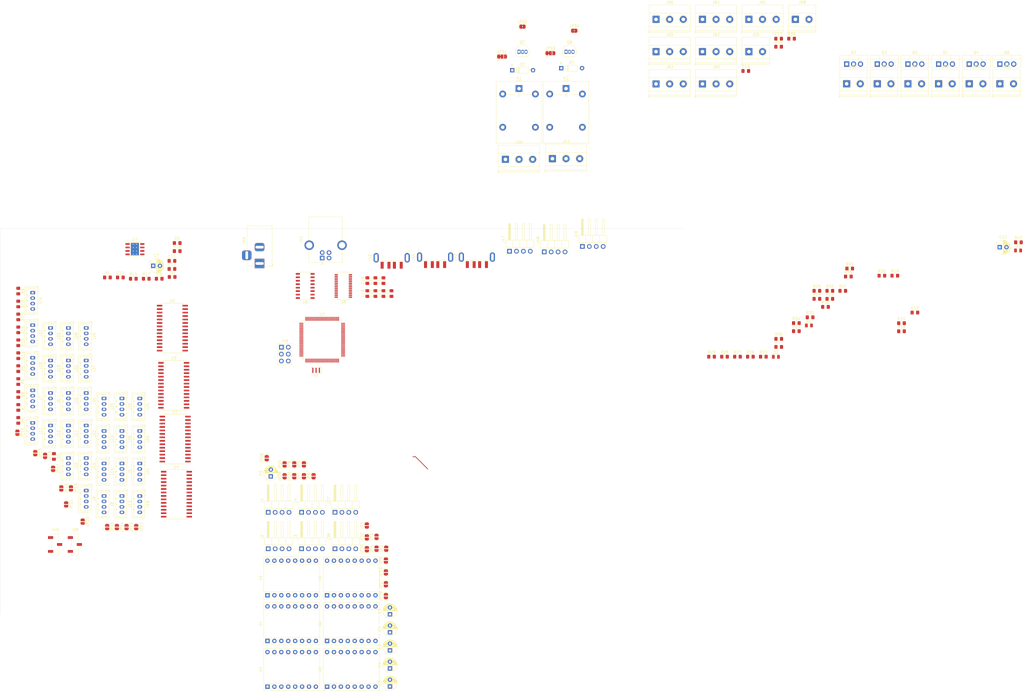
<source format=kicad_pcb>
(kicad_pcb (version 20171130) (host pcbnew "(5.1.5-0-10_14)")
  (layers (0 F.Cu signal) (31 B.Cu signal) (34 B.Paste user) (35 F.Paste user) (36 B.SilkS user) (37 F.SilkS user) (38 B.Mask user) (39 F.Mask user) (44 Edge.Cuts user))
  (net 0 "")
  (net 1 GND)
  (net 2 /motor_control/X_EN)
  (net 3 "Net-(A1-Pad2)")
  (net 4 "Net-(A1-Pad10)")
  (net 5 "Net-(A1-Pad3)")
  (net 6 "Net-(A1-Pad11)")
  (net 7 "Net-(A1-Pad4)")
  (net 8 "Net-(A1-Pad12)")
  (net 9 "Net-(A1-Pad5)")
  (net 10 +5V)
  (net 11 "Net-(A1-Pad6)")
  (net 12 /motor_control/X_STEP)
  (net 13 +12V)
  (net 14 /motor_control/X_DIR)
  (net 15 /motor_control/Y_EN)
  (net 16 "Net-(A2-Pad2)")
  (net 17 "Net-(A2-Pad10)")
  (net 18 "Net-(A2-Pad3)")
  (net 19 "Net-(A2-Pad11)")
  (net 20 "Net-(A2-Pad4)")
  (net 21 "Net-(A2-Pad12)")
  (net 22 "Net-(A2-Pad5)")
  (net 23 "Net-(A2-Pad6)")
  (net 24 /motor_control/Y_STEP)
  (net 25 /motor_control/Y_DIR)
  (net 26 /motor_control/Z_EN)
  (net 27 "Net-(A3-Pad2)")
  (net 28 "Net-(A3-Pad10)")
  (net 29 "Net-(A3-Pad3)")
  (net 30 "Net-(A3-Pad11)")
  (net 31 "Net-(A3-Pad4)")
  (net 32 "Net-(A3-Pad12)")
  (net 33 "Net-(A3-Pad5)")
  (net 34 "Net-(A3-Pad6)")
  (net 35 /motor_control/Z_STEP)
  (net 36 /motor_control/Z_DIR)
  (net 37 /motor_control/R_DIR)
  (net 38 /motor_control/R_STEP)
  (net 39 "Net-(A4-Pad6)")
  (net 40 "Net-(A4-Pad5)")
  (net 41 "Net-(A4-Pad12)")
  (net 42 "Net-(A4-Pad4)")
  (net 43 "Net-(A4-Pad11)")
  (net 44 "Net-(A4-Pad3)")
  (net 45 "Net-(A4-Pad10)")
  (net 46 "Net-(A4-Pad2)")
  (net 47 /motor_control/R_EN)
  (net 48 /motor_control/P_DIR)
  (net 49 /motor_control/P_STEP)
  (net 50 "Net-(A5-Pad6)")
  (net 51 "Net-(A5-Pad5)")
  (net 52 "Net-(A5-Pad12)")
  (net 53 "Net-(A5-Pad4)")
  (net 54 "Net-(A5-Pad11)")
  (net 55 "Net-(A5-Pad3)")
  (net 56 "Net-(A5-Pad10)")
  (net 57 "Net-(A5-Pad2)")
  (net 58 /motor_control/P_EN)
  (net 59 /motor_control/C_DIR)
  (net 60 /motor_control/C_STEP)
  (net 61 "Net-(A6-Pad6)")
  (net 62 "Net-(A6-Pad5)")
  (net 63 "Net-(A6-Pad12)")
  (net 64 "Net-(A6-Pad4)")
  (net 65 "Net-(A6-Pad11)")
  (net 66 "Net-(A6-Pad3)")
  (net 67 "Net-(A6-Pad10)")
  (net 68 "Net-(A6-Pad2)")
  (net 69 /motor_control/C_EN)
  (net 70 "Net-(C9-Pad2)")
  (net 71 "Net-(C10-Pad2)")
  (net 72 "Net-(C11-Pad1)")
  (net 73 "Net-(C12-Pad2)")
  (net 74 "Net-(C12-Pad1)")
  (net 75 F01_CK)
  (net 76 F01_DA)
  (net 77 F02_DA)
  (net 78 F02_CK)
  (net 79 F03_CK)
  (net 80 F03_DA)
  (net 81 F04_DA)
  (net 82 F04_CK)
  (net 83 F05_CK)
  (net 84 F05_DA)
  (net 85 F06_DA)
  (net 86 F06_CK)
  (net 87 F07_DA)
  (net 88 F07_CK)
  (net 89 F08_CK)
  (net 90 F08_DA)
  (net 91 F09_DA)
  (net 92 F09_CK)
  (net 93 F10_CK)
  (net 94 F10_DA)
  (net 95 F11_DA)
  (net 96 F11_CK)
  (net 97 F12_CK)
  (net 98 F12_DA)
  (net 99 F13_DA)
  (net 100 F13_CK)
  (net 101 F14_CK)
  (net 102 F14_DA)
  (net 103 F15_DA)
  (net 104 F15_CK)
  (net 105 F16_CK)
  (net 106 F16_DA)
  (net 107 F17_DA)
  (net 108 F17_CK)
  (net 109 F18_CK)
  (net 110 F18_DA)
  (net 111 F19_DA)
  (net 112 F19_CK)
  (net 113 F20_CK)
  (net 114 F20_DA)
  (net 115 F25_DA)
  (net 116 F25_CK)
  (net 117 F26_CK)
  (net 118 F26_DA)
  (net 119 F27_DA)
  (net 120 F27_CK)
  (net 121 F28_CK)
  (net 122 F28_DA)
  (net 123 F21_DA)
  (net 124 F21_CK)
  (net 125 F22_CK)
  (net 126 F22_DA)
  (net 127 F23_DA)
  (net 128 F23_CK)
  (net 129 F24_CK)
  (net 130 F24_DA)
  (net 131 F29_DA)
  (net 132 F29_CK)
  (net 133 F30_CK)
  (net 134 F30_DA)
  (net 135 F31_DA)
  (net 136 F31_CK)
  (net 137 F32_CK)
  (net 138 F32_DA)
  (net 139 /misc_output/SERVO1_SIG)
  (net 140 /misc_output/SERVO2_SIG)
  (net 141 "Net-(J45-Pad1)")
  (net 142 "Net-(JP10-Pad2)")
  (net 143 "Net-(JP11-Pad2)")
  (net 144 "Net-(JP12-Pad2)")
  (net 145 "Net-(JP13-Pad2)")
  (net 146 "Net-(JP14-Pad2)")
  (net 147 "Net-(JP15-Pad2)")
  (net 148 "Net-(JP16-Pad2)")
  (net 149 "Net-(JP17-Pad2)")
  (net 150 "Net-(JP18-Pad2)")
  (net 151 "Net-(JP19-Pad2)")
  (net 152 "Net-(JP20-Pad2)")
  (net 153 "Net-(JP21-Pad2)")
  (net 154 "Net-(R1-Pad2)")
  (net 155 "Net-(R16-Pad2)")
  (net 156 "Net-(U1-Pad11)")
  (net 157 SCK)
  (net 158 SDA)
  (net 159 "Net-(U1-Pad14)")
  (net 160 2_INT)
  (net 161 "Net-(U2-Pad1)")
  (net 162 "Net-(U2-Pad2)")
  (net 163 "Net-(U2-Pad3)")
  (net 164 "Net-(U2-Pad4)")
  (net 165 "Net-(U2-Pad5)")
  (net 166 "Net-(U2-Pad6)")
  (net 167 "Net-(U2-Pad7)")
  (net 168 "Net-(U2-Pad8)")
  (net 169 "Net-(U2-Pad9)")
  (net 170 "Net-(U2-Pad12)")
  (net 171 "Net-(U2-Pad13)")
  (net 172 "Net-(U2-Pad14)")
  (net 173 "Net-(U2-Pad15)")
  (net 174 "Net-(U2-Pad16)")
  (net 175 "Net-(U2-Pad17)")
  (net 176 "Net-(U2-Pad18)")
  (net 177 "Net-(U2-Pad19)")
  (net 178 "Net-(U2-Pad23)")
  (net 179 "Net-(U2-Pad24)")
  (net 180 "Net-(U2-Pad25)")
  (net 181 "Net-(U2-Pad26)")
  (net 182 "Net-(U2-Pad27)")
  (net 183 "Net-(U2-Pad28)")
  (net 184 "Net-(U2-Pad29)")
  (net 185 "Net-(U2-Pad33)")
  (net 186 "Net-(U2-Pad34)")
  (net 187 "Net-(U2-Pad35)")
  (net 188 "Net-(U2-Pad37)")
  (net 189 "Net-(U2-Pad39)")
  (net 190 "Net-(U2-Pad40)")
  (net 191 "Net-(U2-Pad41)")
  (net 192 "Net-(U2-Pad42)")
  (net 193 "Net-(U2-Pad43)")
  (net 194 "Net-(U2-Pad44)")
  (net 195 "Net-(U2-Pad45)")
  (net 196 "Net-(U2-Pad46)")
  (net 197 "Net-(U2-Pad47)")
  (net 198 "Net-(U2-Pad48)")
  (net 199 "Net-(U2-Pad49)")
  (net 200 "Net-(U2-Pad51)")
  (net 201 "Net-(U2-Pad52)")
  (net 202 "Net-(U2-Pad53)")
  (net 203 "Net-(U2-Pad54)")
  (net 204 "Net-(U2-Pad55)")
  (net 205 "Net-(U2-Pad56)")
  (net 206 "Net-(U2-Pad57)")
  (net 207 "Net-(U2-Pad58)")
  (net 208 "Net-(U2-Pad59)")
  (net 209 "Net-(U2-Pad60)")
  (net 210 "Net-(U2-Pad63)")
  (net 211 "Net-(U2-Pad64)")
  (net 212 "Net-(U2-Pad65)")
  (net 213 "Net-(U2-Pad66)")
  (net 214 "Net-(U2-Pad67)")
  (net 215 "Net-(U2-Pad68)")
  (net 216 "Net-(U2-Pad69)")
  (net 217 "Net-(U2-Pad70)")
  (net 218 "Net-(U2-Pad71)")
  (net 219 "Net-(U2-Pad72)")
  (net 220 "Net-(U2-Pad73)")
  (net 221 "Net-(U2-Pad74)")
  (net 222 "Net-(U2-Pad75)")
  (net 223 "Net-(U2-Pad76)")
  (net 224 "Net-(U2-Pad77)")
  (net 225 "Net-(U2-Pad78)")
  (net 226 "Net-(U2-Pad79)")
  (net 227 "Net-(U2-Pad82)")
  (net 228 "Net-(U2-Pad83)")
  (net 229 "Net-(U2-Pad84)")
  (net 230 "Net-(U2-Pad85)")
  (net 231 "Net-(U2-Pad86)")
  (net 232 "Net-(U2-Pad87)")
  (net 233 "Net-(U2-Pad88)")
  (net 234 "Net-(U2-Pad92)")
  (net 235 "Net-(U2-Pad93)")
  (net 236 "Net-(U2-Pad94)")
  (net 237 3_INT)
  (net 238 "Net-(U3-Pad14)")
  (net 239 "Net-(U3-Pad11)")
  (net 240 1_INT)
  (net 241 "Net-(U4-Pad14)")
  (net 242 "Net-(U4-Pad11)")
  (net 243 "Net-(U5-Pad11)")
  (net 244 "Net-(U5-Pad14)")
  (net 245 4_INT)
  (net 246 "Net-(U6-Pad10)")
  (net 247 "Net-(U6-Pad11)")
  (net 248 "Net-(U6-Pad12)")
  (net 249 "Net-(U6-Pad14)")
  (net 250 "Net-(U6-Pad15)")
  (net 251 "Net-(U7-Pad9)")
  (net 252 RESET)
  (net 253 "Net-(C15-Pad1)")
  (net 254 /misc_input/THERM1_SIG)
  (net 255 /misc_input/THERM2_SIG)
  (net 256 33)
  (net 257 18)
  (net 258 "Net-(C21-Pad1)")
  (net 259 "Net-(C22-Pad1)")
  (net 260 "Net-(C23-Pad1)")
  (net 261 "Net-(D1-Pad1)")
  (net 262 "Net-(D1-Pad2)")
  (net 263 "Net-(D3-Pad1)")
  (net 264 "Net-(D3-Pad2)")
  (net 265 "Net-(D5-Pad1)")
  (net 266 MD-)
  (net 267 MD+)
  (net 268 1D-)
  (net 269 1D+)
  (net 270 2D+)
  (net 271 2D-)
  (net 272 3D-)
  (net 273 3D+)
  (net 274 /MISO)
  (net 275 /SCK)
  (net 276 /MOSI)
  (net 277 "Net-(J50-Pad2)")
  (net 278 "Net-(J51-Pad2)")
  (net 279 "Net-(J52-Pad2)")
  (net 280 "Net-(J53-Pad2)")
  (net 281 "Net-(J54-Pad2)")
  (net 282 "Net-(J55-Pad2)")
  (net 283 "Net-(J56-Pad1)")
  (net 284 "Net-(J56-Pad2)")
  (net 285 "Net-(J56-Pad3)")
  (net 286 "Net-(J57-Pad3)")
  (net 287 "Net-(J57-Pad2)")
  (net 288 "Net-(J57-Pad1)")
  (net 289 /misc_input/X_LIMIT)
  (net 290 /misc_input/Y_LIMIT)
  (net 291 /misc_input/Z_LIMIT)
  (net 292 /misc_input/VAC1_SIG)
  (net 293 /misc_input/VAC2_SIG)
  (net 294 "Net-(Q1-Pad1)")
  (net 295 "Net-(Q2-Pad1)")
  (net 296 "Net-(Q3-Pad1)")
  (net 297 "Net-(Q4-Pad1)")
  (net 298 "Net-(Q5-Pad1)")
  (net 299 "Net-(Q6-Pad1)")
  (net 300 "Net-(Q7-Pad2)")
  (net 301 "Net-(Q8-Pad2)")
  (net 302 /misc_output/MOSFET4_EN)
  (net 303 /misc_output/MOSFET1_EN)
  (net 304 /misc_output/MOSFET2_EN)
  (net 305 /misc_output/MOSFET5_EN)
  (net 306 /misc_output/MOSFET3_EN)
  (net 307 /misc_output/MOSFET6_EN)
  (net 308 /misc_output/RELAY1_EN)
  (net 309 /misc_output/RELAY2_EN)
  (net 310 "Net-(R41-Pad1)")
  (net 311 /Z_DIR)
  (net 312 /Z_STEP)
  (net 313 /X_EN)
  (net 314 /Z_EN)
  (net 315 /Y_DIR)
  (net 316 /Y_STEP)
  (net 317 /Y_EN)
  (net 318 /X_DIR)
  (net 319 /X_STEP)
  (net 320 /usb/TX)
  (net 321 /usb/RX)
  (net 322 4D+)
  (net 323 4D-)
  (net 324 /usb/CTS)
  (net 325 /usb/DTR)
  (net 326 "Net-(U8-Pad2)")
  (net 327 "Net-(U8-Pad3)")
  (net 328 "Net-(U8-Pad17)")
  (net 329 "Net-(U8-Pad18)")
  (net 330 "Net-(U8-Pad19)")
  (net 331 "Net-(U8-Pad22)")
  (net 332 "Net-(U8-Pad23)")
  (net 333 "Net-(U8-Pad24)")
  (net 334 "Net-(U8-Pad25)")
  (net 335 "Net-(U8-Pad27)")
  (module Module:Pololu_Breakout-16_15.2x20.3mm (layer F.Cu) (at 120.025001 134.614999 90)
    (fp_text reference A1 (at 6.35 -2.54 90) (layer F.SilkS))
    (fp_text value X_MOTOR_DRIVER)
    (pad 1 thru_hole rect (at 0 0 90) (size 1.6 1.6) (drill 0.8) (layers *.Cu *.Mask) (net 1 GND))
    (pad 9 thru_hole oval (at 12.7 17.78 90) (size 1.6 1.6) (drill 0.8) (layers *.Cu *.Mask) (net 2 /motor_control/X_EN))
    (pad 2 thru_hole oval (at 0 2.54 90) (size 1.6 1.6) (drill 0.8) (layers *.Cu *.Mask) (net 3 "Net-(A1-Pad2)"))
    (pad 10 thru_hole oval (at 12.7 15.24 90) (size 1.6 1.6) (drill 0.8) (layers *.Cu *.Mask) (net 4 "Net-(A1-Pad10)"))
    (pad 3 thru_hole oval (at 0 5.08 90) (size 1.6 1.6) (drill 0.8) (layers *.Cu *.Mask) (net 5 "Net-(A1-Pad3)"))
    (pad 11 thru_hole oval (at 12.7 12.7 90) (size 1.6 1.6) (drill 0.8) (layers *.Cu *.Mask) (net 6 "Net-(A1-Pad11)"))
    (pad 4 thru_hole oval (at 0 7.62 90) (size 1.6 1.6) (drill 0.8) (layers *.Cu *.Mask) (net 7 "Net-(A1-Pad4)"))
    (pad 12 thru_hole oval (at 12.7 10.16 90) (size 1.6 1.6) (drill 0.8) (layers *.Cu *.Mask) (net 8 "Net-(A1-Pad12)"))
    (pad 5 thru_hole oval (at 0 10.16 90) (size 1.6 1.6) (drill 0.8) (layers *.Cu *.Mask) (net 9 "Net-(A1-Pad5)"))
    (pad 13 thru_hole oval (at 12.7 7.62 90) (size 1.6 1.6) (drill 0.8) (layers *.Cu *.Mask) (net 10 +5V))
    (pad 6 thru_hole oval (at 0 12.7 90) (size 1.6 1.6) (drill 0.8) (layers *.Cu *.Mask) (net 11 "Net-(A1-Pad6)"))
    (pad 14 thru_hole oval (at 12.7 5.08 90) (size 1.6 1.6) (drill 0.8) (layers *.Cu *.Mask) (net 10 +5V))
    (pad 7 thru_hole oval (at 0 15.24 90) (size 1.6 1.6) (drill 0.8) (layers *.Cu *.Mask) (net 1 GND))
    (pad 15 thru_hole oval (at 12.7 2.54 90) (size 1.6 1.6) (drill 0.8) (layers *.Cu *.Mask) (net 12 /motor_control/X_STEP))
    (pad 8 thru_hole oval (at 0 17.78 90) (size 1.6 1.6) (drill 0.8) (layers *.Cu *.Mask) (net 13 +12V))
    (pad 16 thru_hole oval (at 12.7 0 90) (size 1.6 1.6) (drill 0.8) (layers *.Cu *.Mask) (net 14 /motor_control/X_DIR))
  )
  (module Module:Pololu_Breakout-16_15.2x20.3mm (layer F.Cu) (at 98.155001 168.194999 90)
    (fp_text reference A2 (at 6.35 -2.54 90) (layer F.SilkS))
    (fp_text value Y_MOTOR_DRIVER)
    (pad 1 thru_hole rect (at 0 0 90) (size 1.6 1.6) (drill 0.8) (layers *.Cu *.Mask) (net 1 GND))
    (pad 9 thru_hole oval (at 12.7 17.78 90) (size 1.6 1.6) (drill 0.8) (layers *.Cu *.Mask) (net 15 /motor_control/Y_EN))
    (pad 2 thru_hole oval (at 0 2.54 90) (size 1.6 1.6) (drill 0.8) (layers *.Cu *.Mask) (net 16 "Net-(A2-Pad2)"))
    (pad 10 thru_hole oval (at 12.7 15.24 90) (size 1.6 1.6) (drill 0.8) (layers *.Cu *.Mask) (net 17 "Net-(A2-Pad10)"))
    (pad 3 thru_hole oval (at 0 5.08 90) (size 1.6 1.6) (drill 0.8) (layers *.Cu *.Mask) (net 18 "Net-(A2-Pad3)"))
    (pad 11 thru_hole oval (at 12.7 12.7 90) (size 1.6 1.6) (drill 0.8) (layers *.Cu *.Mask) (net 19 "Net-(A2-Pad11)"))
    (pad 4 thru_hole oval (at 0 7.62 90) (size 1.6 1.6) (drill 0.8) (layers *.Cu *.Mask) (net 20 "Net-(A2-Pad4)"))
    (pad 12 thru_hole oval (at 12.7 10.16 90) (size 1.6 1.6) (drill 0.8) (layers *.Cu *.Mask) (net 21 "Net-(A2-Pad12)"))
    (pad 5 thru_hole oval (at 0 10.16 90) (size 1.6 1.6) (drill 0.8) (layers *.Cu *.Mask) (net 22 "Net-(A2-Pad5)"))
    (pad 13 thru_hole oval (at 12.7 7.62 90) (size 1.6 1.6) (drill 0.8) (layers *.Cu *.Mask) (net 10 +5V))
    (pad 6 thru_hole oval (at 0 12.7 90) (size 1.6 1.6) (drill 0.8) (layers *.Cu *.Mask) (net 23 "Net-(A2-Pad6)"))
    (pad 14 thru_hole oval (at 12.7 5.08 90) (size 1.6 1.6) (drill 0.8) (layers *.Cu *.Mask) (net 10 +5V))
    (pad 7 thru_hole oval (at 0 15.24 90) (size 1.6 1.6) (drill 0.8) (layers *.Cu *.Mask) (net 1 GND))
    (pad 15 thru_hole oval (at 12.7 2.54 90) (size 1.6 1.6) (drill 0.8) (layers *.Cu *.Mask) (net 24 /motor_control/Y_STEP))
    (pad 8 thru_hole oval (at 0 17.78 90) (size 1.6 1.6) (drill 0.8) (layers *.Cu *.Mask) (net 13 +12V))
    (pad 16 thru_hole oval (at 12.7 0 90) (size 1.6 1.6) (drill 0.8) (layers *.Cu *.Mask) (net 25 /motor_control/Y_DIR))
  )
  (module Module:Pololu_Breakout-16_15.2x20.3mm (layer F.Cu) (at 120.025001 168.194999 90)
    (fp_text reference A3 (at 6.35 -2.54 90) (layer F.SilkS))
    (fp_text value Z_MOTOR_DRIVER)
    (pad 1 thru_hole rect (at 0 0 90) (size 1.6 1.6) (drill 0.8) (layers *.Cu *.Mask) (net 1 GND))
    (pad 9 thru_hole oval (at 12.7 17.78 90) (size 1.6 1.6) (drill 0.8) (layers *.Cu *.Mask) (net 26 /motor_control/Z_EN))
    (pad 2 thru_hole oval (at 0 2.54 90) (size 1.6 1.6) (drill 0.8) (layers *.Cu *.Mask) (net 27 "Net-(A3-Pad2)"))
    (pad 10 thru_hole oval (at 12.7 15.24 90) (size 1.6 1.6) (drill 0.8) (layers *.Cu *.Mask) (net 28 "Net-(A3-Pad10)"))
    (pad 3 thru_hole oval (at 0 5.08 90) (size 1.6 1.6) (drill 0.8) (layers *.Cu *.Mask) (net 29 "Net-(A3-Pad3)"))
    (pad 11 thru_hole oval (at 12.7 12.7 90) (size 1.6 1.6) (drill 0.8) (layers *.Cu *.Mask) (net 30 "Net-(A3-Pad11)"))
    (pad 4 thru_hole oval (at 0 7.62 90) (size 1.6 1.6) (drill 0.8) (layers *.Cu *.Mask) (net 31 "Net-(A3-Pad4)"))
    (pad 12 thru_hole oval (at 12.7 10.16 90) (size 1.6 1.6) (drill 0.8) (layers *.Cu *.Mask) (net 32 "Net-(A3-Pad12)"))
    (pad 5 thru_hole oval (at 0 10.16 90) (size 1.6 1.6) (drill 0.8) (layers *.Cu *.Mask) (net 33 "Net-(A3-Pad5)"))
    (pad 13 thru_hole oval (at 12.7 7.62 90) (size 1.6 1.6) (drill 0.8) (layers *.Cu *.Mask) (net 10 +5V))
    (pad 6 thru_hole oval (at 0 12.7 90) (size 1.6 1.6) (drill 0.8) (layers *.Cu *.Mask) (net 34 "Net-(A3-Pad6)"))
    (pad 14 thru_hole oval (at 12.7 5.08 90) (size 1.6 1.6) (drill 0.8) (layers *.Cu *.Mask) (net 10 +5V))
    (pad 7 thru_hole oval (at 0 15.24 90) (size 1.6 1.6) (drill 0.8) (layers *.Cu *.Mask) (net 1 GND))
    (pad 15 thru_hole oval (at 12.7 2.54 90) (size 1.6 1.6) (drill 0.8) (layers *.Cu *.Mask) (net 35 /motor_control/Z_STEP))
    (pad 8 thru_hole oval (at 0 17.78 90) (size 1.6 1.6) (drill 0.8) (layers *.Cu *.Mask) (net 13 +12V))
    (pad 16 thru_hole oval (at 12.7 0 90) (size 1.6 1.6) (drill 0.8) (layers *.Cu *.Mask) (net 36 /motor_control/Z_DIR))
  )
  (module Module:Pololu_Breakout-16_15.2x20.3mm (layer F.Cu) (at 98.155001 151.404999 90)
    (fp_text reference A4 (at 6.35 -2.54 90) (layer F.SilkS))
    (fp_text value R_MOTOR_DRIVER)
    (pad 16 thru_hole oval (at 12.7 0 90) (size 1.6 1.6) (drill 0.8) (layers *.Cu *.Mask) (net 37 /motor_control/R_DIR))
    (pad 8 thru_hole oval (at 0 17.78 90) (size 1.6 1.6) (drill 0.8) (layers *.Cu *.Mask) (net 13 +12V))
    (pad 15 thru_hole oval (at 12.7 2.54 90) (size 1.6 1.6) (drill 0.8) (layers *.Cu *.Mask) (net 38 /motor_control/R_STEP))
    (pad 7 thru_hole oval (at 0 15.24 90) (size 1.6 1.6) (drill 0.8) (layers *.Cu *.Mask) (net 1 GND))
    (pad 14 thru_hole oval (at 12.7 5.08 90) (size 1.6 1.6) (drill 0.8) (layers *.Cu *.Mask) (net 10 +5V))
    (pad 6 thru_hole oval (at 0 12.7 90) (size 1.6 1.6) (drill 0.8) (layers *.Cu *.Mask) (net 39 "Net-(A4-Pad6)"))
    (pad 13 thru_hole oval (at 12.7 7.62 90) (size 1.6 1.6) (drill 0.8) (layers *.Cu *.Mask) (net 10 +5V))
    (pad 5 thru_hole oval (at 0 10.16 90) (size 1.6 1.6) (drill 0.8) (layers *.Cu *.Mask) (net 40 "Net-(A4-Pad5)"))
    (pad 12 thru_hole oval (at 12.7 10.16 90) (size 1.6 1.6) (drill 0.8) (layers *.Cu *.Mask) (net 41 "Net-(A4-Pad12)"))
    (pad 4 thru_hole oval (at 0 7.62 90) (size 1.6 1.6) (drill 0.8) (layers *.Cu *.Mask) (net 42 "Net-(A4-Pad4)"))
    (pad 11 thru_hole oval (at 12.7 12.7 90) (size 1.6 1.6) (drill 0.8) (layers *.Cu *.Mask) (net 43 "Net-(A4-Pad11)"))
    (pad 3 thru_hole oval (at 0 5.08 90) (size 1.6 1.6) (drill 0.8) (layers *.Cu *.Mask) (net 44 "Net-(A4-Pad3)"))
    (pad 10 thru_hole oval (at 12.7 15.24 90) (size 1.6 1.6) (drill 0.8) (layers *.Cu *.Mask) (net 45 "Net-(A4-Pad10)"))
    (pad 2 thru_hole oval (at 0 2.54 90) (size 1.6 1.6) (drill 0.8) (layers *.Cu *.Mask) (net 46 "Net-(A4-Pad2)"))
    (pad 9 thru_hole oval (at 12.7 17.78 90) (size 1.6 1.6) (drill 0.8) (layers *.Cu *.Mask) (net 47 /motor_control/R_EN))
    (pad 1 thru_hole rect (at 0 0 90) (size 1.6 1.6) (drill 0.8) (layers *.Cu *.Mask) (net 1 GND))
  )
  (module Module:Pololu_Breakout-16_15.2x20.3mm (layer F.Cu) (at 98.155001 134.614999 90)
    (fp_text reference A5 (at 6.35 -2.54 90) (layer F.SilkS))
    (fp_text value P_MOTOR_DRIVER)
    (pad 16 thru_hole oval (at 12.7 0 90) (size 1.6 1.6) (drill 0.8) (layers *.Cu *.Mask) (net 48 /motor_control/P_DIR))
    (pad 8 thru_hole oval (at 0 17.78 90) (size 1.6 1.6) (drill 0.8) (layers *.Cu *.Mask) (net 13 +12V))
    (pad 15 thru_hole oval (at 12.7 2.54 90) (size 1.6 1.6) (drill 0.8) (layers *.Cu *.Mask) (net 49 /motor_control/P_STEP))
    (pad 7 thru_hole oval (at 0 15.24 90) (size 1.6 1.6) (drill 0.8) (layers *.Cu *.Mask) (net 1 GND))
    (pad 14 thru_hole oval (at 12.7 5.08 90) (size 1.6 1.6) (drill 0.8) (layers *.Cu *.Mask) (net 10 +5V))
    (pad 6 thru_hole oval (at 0 12.7 90) (size 1.6 1.6) (drill 0.8) (layers *.Cu *.Mask) (net 50 "Net-(A5-Pad6)"))
    (pad 13 thru_hole oval (at 12.7 7.62 90) (size 1.6 1.6) (drill 0.8) (layers *.Cu *.Mask) (net 10 +5V))
    (pad 5 thru_hole oval (at 0 10.16 90) (size 1.6 1.6) (drill 0.8) (layers *.Cu *.Mask) (net 51 "Net-(A5-Pad5)"))
    (pad 12 thru_hole oval (at 12.7 10.16 90) (size 1.6 1.6) (drill 0.8) (layers *.Cu *.Mask) (net 52 "Net-(A5-Pad12)"))
    (pad 4 thru_hole oval (at 0 7.62 90) (size 1.6 1.6) (drill 0.8) (layers *.Cu *.Mask) (net 53 "Net-(A5-Pad4)"))
    (pad 11 thru_hole oval (at 12.7 12.7 90) (size 1.6 1.6) (drill 0.8) (layers *.Cu *.Mask) (net 54 "Net-(A5-Pad11)"))
    (pad 3 thru_hole oval (at 0 5.08 90) (size 1.6 1.6) (drill 0.8) (layers *.Cu *.Mask) (net 55 "Net-(A5-Pad3)"))
    (pad 10 thru_hole oval (at 12.7 15.24 90) (size 1.6 1.6) (drill 0.8) (layers *.Cu *.Mask) (net 56 "Net-(A5-Pad10)"))
    (pad 2 thru_hole oval (at 0 2.54 90) (size 1.6 1.6) (drill 0.8) (layers *.Cu *.Mask) (net 57 "Net-(A5-Pad2)"))
    (pad 9 thru_hole oval (at 12.7 17.78 90) (size 1.6 1.6) (drill 0.8) (layers *.Cu *.Mask) (net 58 /motor_control/P_EN))
    (pad 1 thru_hole rect (at 0 0 90) (size 1.6 1.6) (drill 0.8) (layers *.Cu *.Mask) (net 1 GND))
  )
  (module Module:Pololu_Breakout-16_15.2x20.3mm (layer F.Cu) (at 120.025001 151.404999 90)
    (fp_text reference A6 (at 6.35 -2.54 90) (layer F.SilkS))
    (fp_text value C_MOTOR_DRIVER)
    (pad 16 thru_hole oval (at 12.7 0 90) (size 1.6 1.6) (drill 0.8) (layers *.Cu *.Mask) (net 59 /motor_control/C_DIR))
    (pad 8 thru_hole oval (at 0 17.78 90) (size 1.6 1.6) (drill 0.8) (layers *.Cu *.Mask) (net 13 +12V))
    (pad 15 thru_hole oval (at 12.7 2.54 90) (size 1.6 1.6) (drill 0.8) (layers *.Cu *.Mask) (net 60 /motor_control/C_STEP))
    (pad 7 thru_hole oval (at 0 15.24 90) (size 1.6 1.6) (drill 0.8) (layers *.Cu *.Mask) (net 1 GND))
    (pad 14 thru_hole oval (at 12.7 5.08 90) (size 1.6 1.6) (drill 0.8) (layers *.Cu *.Mask) (net 10 +5V))
    (pad 6 thru_hole oval (at 0 12.7 90) (size 1.6 1.6) (drill 0.8) (layers *.Cu *.Mask) (net 61 "Net-(A6-Pad6)"))
    (pad 13 thru_hole oval (at 12.7 7.62 90) (size 1.6 1.6) (drill 0.8) (layers *.Cu *.Mask) (net 10 +5V))
    (pad 5 thru_hole oval (at 0 10.16 90) (size 1.6 1.6) (drill 0.8) (layers *.Cu *.Mask) (net 62 "Net-(A6-Pad5)"))
    (pad 12 thru_hole oval (at 12.7 10.16 90) (size 1.6 1.6) (drill 0.8) (layers *.Cu *.Mask) (net 63 "Net-(A6-Pad12)"))
    (pad 4 thru_hole oval (at 0 7.62 90) (size 1.6 1.6) (drill 0.8) (layers *.Cu *.Mask) (net 64 "Net-(A6-Pad4)"))
    (pad 11 thru_hole oval (at 12.7 12.7 90) (size 1.6 1.6) (drill 0.8) (layers *.Cu *.Mask) (net 65 "Net-(A6-Pad11)"))
    (pad 3 thru_hole oval (at 0 5.08 90) (size 1.6 1.6) (drill 0.8) (layers *.Cu *.Mask) (net 66 "Net-(A6-Pad3)"))
    (pad 10 thru_hole oval (at 12.7 15.24 90) (size 1.6 1.6) (drill 0.8) (layers *.Cu *.Mask) (net 67 "Net-(A6-Pad10)"))
    (pad 2 thru_hole oval (at 0 2.54 90) (size 1.6 1.6) (drill 0.8) (layers *.Cu *.Mask) (net 68 "Net-(A6-Pad2)"))
    (pad 9 thru_hole oval (at 12.7 17.78 90) (size 1.6 1.6) (drill 0.8) (layers *.Cu *.Mask) (net 69 /motor_control/C_EN))
    (pad 1 thru_hole rect (at 0 0 90) (size 1.6 1.6) (drill 0.8) (layers *.Cu *.Mask) (net 1 GND))
  )
  (module Capacitor_THT:CP_Radial_D5.0mm_P2.50mm (layer F.Cu) (at 143.125001 148.245224 90)
    (fp_text reference C1 (at 1.25 -3.75 90) (layer F.SilkS))
    (fp_text value STP1)
    (pad 1 thru_hole rect (at 0 0 90) (size 1.6 1.6) (drill 0.8) (layers *.Cu *.Mask) (net 13 +12V))
    (pad 2 thru_hole circle (at 2.5 0 90) (size 1.6 1.6) (drill 0.8) (layers *.Cu *.Mask) (net 1 GND))
  )
  (module Capacitor_THT:CP_Radial_D5.0mm_P2.50mm (layer F.Cu) (at 143.125001 141.615224 90)
    (fp_text reference C2 (at 1.25 -3.75 90) (layer F.SilkS))
    (fp_text value STP2)
    (pad 2 thru_hole circle (at 2.5 0 90) (size 1.6 1.6) (drill 0.8) (layers *.Cu *.Mask) (net 1 GND))
    (pad 1 thru_hole rect (at 0 0 90) (size 1.6 1.6) (drill 0.8) (layers *.Cu *.Mask) (net 13 +12V))
  )
  (module Capacitor_THT:CP_Radial_D5.0mm_P2.50mm (layer F.Cu) (at 143.125001 168.135224 90)
    (fp_text reference C3 (at 1.25 -3.75 90) (layer F.SilkS))
    (fp_text value STP3)
    (pad 2 thru_hole circle (at 2.5 0 90) (size 1.6 1.6) (drill 0.8) (layers *.Cu *.Mask) (net 1 GND))
    (pad 1 thru_hole rect (at 0 0 90) (size 1.6 1.6) (drill 0.8) (layers *.Cu *.Mask) (net 13 +12V))
  )
  (module Capacitor_THT:CP_Radial_D5.0mm_P2.50mm (layer F.Cu) (at 143.125001 161.505224 90)
    (fp_text reference C4 (at 1.25 -3.75 90) (layer F.SilkS))
    (fp_text value STP1)
    (pad 1 thru_hole rect (at 0 0 90) (size 1.6 1.6) (drill 0.8) (layers *.Cu *.Mask) (net 13 +12V))
    (pad 2 thru_hole circle (at 2.5 0 90) (size 1.6 1.6) (drill 0.8) (layers *.Cu *.Mask) (net 1 GND))
  )
  (module Capacitor_THT:CP_Radial_D5.0mm_P2.50mm (layer F.Cu) (at 143.125001 154.875224 90)
    (fp_text reference C5 (at 1.25 -3.75 90) (layer F.SilkS))
    (fp_text value STP2)
    (pad 2 thru_hole circle (at 2.5 0 90) (size 1.6 1.6) (drill 0.8) (layers *.Cu *.Mask) (net 1 GND))
    (pad 1 thru_hole rect (at 0 0 90) (size 1.6 1.6) (drill 0.8) (layers *.Cu *.Mask) (net 13 +12V))
  )
  (module Capacitor_THT:CP_Radial_D5.0mm_P2.50mm (layer F.Cu) (at 99.385001 90.965224 90)
    (fp_text reference C6 (at 1.25 -3.75 90) (layer F.SilkS))
    (fp_text value STP3)
    (pad 1 thru_hole rect (at 0 0 90) (size 1.6 1.6) (drill 0.8) (layers *.Cu *.Mask) (net 13 +12V))
    (pad 2 thru_hole circle (at 2.5 0 90) (size 1.6 1.6) (drill 0.8) (layers *.Cu *.Mask) (net 1 GND))
  )
  (module Capacitor_THT:CP_Radial_D5.0mm_P2.50mm (layer F.Cu) (at 56.194776 13.605001)
    (fp_text reference C7 (at 1.25 -3.75) (layer F.SilkS))
    (fp_text value 100uF)
    (pad 1 thru_hole rect (at 0 0) (size 1.6 1.6) (drill 0.8) (layers *.Cu *.Mask) (net 13 +12V))
    (pad 2 thru_hole circle (at 2.5 0) (size 1.6 1.6) (drill 0.8) (layers *.Cu *.Mask) (net 1 GND))
  )
  (module Capacitor_SMD:C_0805_2012Metric_Pad1.15x1.40mm_HandSolder (layer F.Cu) (at 63.155001 17.705001)
    (fp_text reference C8 (at 0 -1.65) (layer F.SilkS))
    (fp_text value 0.1uF)
    (pad 1 smd roundrect (at -1.025 0) (size 1.15 1.4) (layers F.Cu F.Paste F.Mask) (roundrect_rratio 0.217391) (net 13 +12V))
    (pad 2 smd roundrect (at 1.025 0) (size 1.15 1.4) (layers F.Cu F.Paste F.Mask) (roundrect_rratio 0.217391) (net 1 GND))
  )
  (module Capacitor_SMD:C_0805_2012Metric_Pad1.15x1.40mm_HandSolder (layer F.Cu) (at 58.405001 18.355001)
    (fp_text reference C9 (at 0 -1.65) (layer F.SilkS))
    (fp_text value 0.1uF)
    (pad 1 smd roundrect (at -1.025 0) (size 1.15 1.4) (layers F.Cu F.Paste F.Mask) (roundrect_rratio 0.217391) (net 1 GND))
    (pad 2 smd roundrect (at 1.025 0) (size 1.15 1.4) (layers F.Cu F.Paste F.Mask) (roundrect_rratio 0.217391) (net 70 "Net-(C9-Pad2)"))
  )
  (module Capacitor_SMD:C_0805_2012Metric_Pad1.15x1.40mm_HandSolder (layer F.Cu) (at 63.085001 14.755001)
    (fp_text reference C10 (at 0 -1.65) (layer F.SilkS))
    (fp_text value 0.1uF)
    (pad 2 smd roundrect (at 1.025 0) (size 1.15 1.4) (layers F.Cu F.Paste F.Mask) (roundrect_rratio 0.217391) (net 71 "Net-(C10-Pad2)"))
    (pad 1 smd roundrect (at -1.025 0) (size 1.15 1.4) (layers F.Cu F.Paste F.Mask) (roundrect_rratio 0.217391) (net 1 GND))
  )
  (module Capacitor_SMD:C_0805_2012Metric_Pad1.15x1.40mm_HandSolder (layer F.Cu) (at 63.085001 11.805001)
    (fp_text reference C11 (at 0 -1.65) (layer F.SilkS))
    (fp_text value 0.1uF)
    (pad 1 smd roundrect (at -1.025 0) (size 1.15 1.4) (layers F.Cu F.Paste F.Mask) (roundrect_rratio 0.217391) (net 72 "Net-(C11-Pad1)"))
    (pad 2 smd roundrect (at 1.025 0) (size 1.15 1.4) (layers F.Cu F.Paste F.Mask) (roundrect_rratio 0.217391) (net 71 "Net-(C10-Pad2)"))
  )
  (module Capacitor_SMD:C_0805_2012Metric_Pad1.15x1.40mm_HandSolder (layer F.Cu) (at 44.155001 17.885001)
    (fp_text reference C12 (at 0 -1.65) (layer F.SilkS))
    (fp_text value 0.1uF)
    (pad 2 smd roundrect (at 1.025 0) (size 1.15 1.4) (layers F.Cu F.Paste F.Mask) (roundrect_rratio 0.217391) (net 73 "Net-(C12-Pad2)"))
    (pad 1 smd roundrect (at -1.025 0) (size 1.15 1.4) (layers F.Cu F.Paste F.Mask) (roundrect_rratio 0.217391) (net 74 "Net-(C12-Pad1)"))
  )
  (module Connector_PinHeader_2.54mm:PinHeader_1x04_P2.54mm_Horizontal (layer F.Cu) (at 98.435001 104.154999 90)
    (fp_text reference J1 (at 4.385 -2.27 90) (layer F.SilkS))
    (fp_text value X_MOTOR)
    (pad 4 thru_hole oval (at 0 7.62 90) (size 1.7 1.7) (drill 1) (layers *.Cu *.Mask) (net 7 "Net-(A1-Pad4)"))
    (pad 3 thru_hole oval (at 0 5.08 90) (size 1.7 1.7) (drill 1) (layers *.Cu *.Mask) (net 5 "Net-(A1-Pad3)"))
    (pad 2 thru_hole oval (at 0 2.54 90) (size 1.7 1.7) (drill 1) (layers *.Cu *.Mask) (net 9 "Net-(A1-Pad5)"))
    (pad 1 thru_hole rect (at 0 0 90) (size 1.7 1.7) (drill 1) (layers *.Cu *.Mask) (net 11 "Net-(A1-Pad6)"))
  )
  (module Connector_PinHeader_2.54mm:PinHeader_1x04_P2.54mm_Horizontal (layer F.Cu) (at 98.435001 117.554999 90)
    (fp_text reference J2 (at 4.385 -2.27 90) (layer F.SilkS))
    (fp_text value Y_MOTOR)
    (pad 1 thru_hole rect (at 0 0 90) (size 1.7 1.7) (drill 1) (layers *.Cu *.Mask) (net 23 "Net-(A2-Pad6)"))
    (pad 2 thru_hole oval (at 0 2.54 90) (size 1.7 1.7) (drill 1) (layers *.Cu *.Mask) (net 22 "Net-(A2-Pad5)"))
    (pad 3 thru_hole oval (at 0 5.08 90) (size 1.7 1.7) (drill 1) (layers *.Cu *.Mask) (net 18 "Net-(A2-Pad3)"))
    (pad 4 thru_hole oval (at 0 7.62 90) (size 1.7 1.7) (drill 1) (layers *.Cu *.Mask) (net 20 "Net-(A2-Pad4)"))
  )
  (module Connector_PinHeader_2.54mm:PinHeader_1x04_P2.54mm_Horizontal (layer F.Cu) (at 110.685001 117.554999 90)
    (fp_text reference J3 (at 4.385 -2.27 90) (layer F.SilkS))
    (fp_text value Z_MOTOR)
    (pad 1 thru_hole rect (at 0 0 90) (size 1.7 1.7) (drill 1) (layers *.Cu *.Mask) (net 34 "Net-(A3-Pad6)"))
    (pad 2 thru_hole oval (at 0 2.54 90) (size 1.7 1.7) (drill 1) (layers *.Cu *.Mask) (net 33 "Net-(A3-Pad5)"))
    (pad 3 thru_hole oval (at 0 5.08 90) (size 1.7 1.7) (drill 1) (layers *.Cu *.Mask) (net 29 "Net-(A3-Pad3)"))
    (pad 4 thru_hole oval (at 0 7.62 90) (size 1.7 1.7) (drill 1) (layers *.Cu *.Mask) (net 31 "Net-(A3-Pad4)"))
  )
  (module Connector_PinHeader_2.54mm:PinHeader_1x04_P2.54mm_Horizontal (layer F.Cu) (at 110.685001 104.154999 90)
    (fp_text reference J4 (at 4.385 -2.27 90) (layer F.SilkS))
    (fp_text value R_MOTOR)
    (pad 1 thru_hole rect (at 0 0 90) (size 1.7 1.7) (drill 1) (layers *.Cu *.Mask) (net 39 "Net-(A4-Pad6)"))
    (pad 2 thru_hole oval (at 0 2.54 90) (size 1.7 1.7) (drill 1) (layers *.Cu *.Mask) (net 40 "Net-(A4-Pad5)"))
    (pad 3 thru_hole oval (at 0 5.08 90) (size 1.7 1.7) (drill 1) (layers *.Cu *.Mask) (net 44 "Net-(A4-Pad3)"))
    (pad 4 thru_hole oval (at 0 7.62 90) (size 1.7 1.7) (drill 1) (layers *.Cu *.Mask) (net 42 "Net-(A4-Pad4)"))
  )
  (module Connector_JST:JST_PH_B4B-PH-K_1x04_P2.00mm_Vertical (layer F.Cu) (at 44.724999 86.225001 270)
    (fp_text reference J5 (at 3 -2.9 90) (layer F.SilkS))
    (fp_text value F01)
    (pad 4 thru_hole oval (at 6 0 270) (size 1.2 1.75) (drill 0.75) (layers *.Cu *.Mask) (net 75 F01_CK))
    (pad 3 thru_hole oval (at 4 0 270) (size 1.2 1.75) (drill 0.75) (layers *.Cu *.Mask) (net 76 F01_DA))
    (pad 2 thru_hole oval (at 2 0 270) (size 1.2 1.75) (drill 0.75) (layers *.Cu *.Mask) (net 1 GND))
    (pad 1 thru_hole roundrect (at 0 0 270) (size 1.2 1.75) (drill 0.75) (layers *.Cu *.Mask) (roundrect_rratio 0.208333) (net 10 +5V))
  )
  (module Connector_JST:JST_PH_B4B-PH-K_1x04_P2.00mm_Vertical (layer F.Cu) (at 18.524999 60.325001 270)
    (fp_text reference J6 (at 3 -2.9 90) (layer F.SilkS))
    (fp_text value F02)
    (pad 1 thru_hole roundrect (at 0 0 270) (size 1.2 1.75) (drill 0.75) (layers *.Cu *.Mask) (roundrect_rratio 0.208333) (net 10 +5V))
    (pad 2 thru_hole oval (at 2 0 270) (size 1.2 1.75) (drill 0.75) (layers *.Cu *.Mask) (net 1 GND))
    (pad 3 thru_hole oval (at 4 0 270) (size 1.2 1.75) (drill 0.75) (layers *.Cu *.Mask) (net 77 F02_DA))
    (pad 4 thru_hole oval (at 6 0 270) (size 1.2 1.75) (drill 0.75) (layers *.Cu *.Mask) (net 78 F02_CK))
  )
  (module Connector_JST:JST_PH_B4B-PH-K_1x04_P2.00mm_Vertical (layer F.Cu) (at 11.974999 59.325001 270)
    (fp_text reference J7 (at 3 -2.9 90) (layer F.SilkS))
    (fp_text value F03)
    (pad 4 thru_hole oval (at 6 0 270) (size 1.2 1.75) (drill 0.75) (layers *.Cu *.Mask) (net 79 F03_CK))
    (pad 3 thru_hole oval (at 4 0 270) (size 1.2 1.75) (drill 0.75) (layers *.Cu *.Mask) (net 80 F03_DA))
    (pad 2 thru_hole oval (at 2 0 270) (size 1.2 1.75) (drill 0.75) (layers *.Cu *.Mask) (net 1 GND))
    (pad 1 thru_hole roundrect (at 0 0 270) (size 1.2 1.75) (drill 0.75) (layers *.Cu *.Mask) (roundrect_rratio 0.208333) (net 10 +5V))
  )
  (module Connector_JST:JST_PH_B4B-PH-K_1x04_P2.00mm_Vertical (layer F.Cu) (at 38.174999 98.175001 270)
    (fp_text reference J8 (at 3 -2.9 90) (layer F.SilkS))
    (fp_text value F04)
    (pad 1 thru_hole roundrect (at 0 0 270) (size 1.2 1.75) (drill 0.75) (layers *.Cu *.Mask) (roundrect_rratio 0.208333) (net 10 +5V))
    (pad 2 thru_hole oval (at 2 0 270) (size 1.2 1.75) (drill 0.75) (layers *.Cu *.Mask) (net 1 GND))
    (pad 3 thru_hole oval (at 4 0 270) (size 1.2 1.75) (drill 0.75) (layers *.Cu *.Mask) (net 81 F04_DA))
    (pad 4 thru_hole oval (at 6 0 270) (size 1.2 1.75) (drill 0.75) (layers *.Cu *.Mask) (net 82 F04_CK))
  )
  (module Connector_JST:JST_PH_B4B-PH-K_1x04_P2.00mm_Vertical (layer F.Cu) (at 31.624999 96.175001 270)
    (fp_text reference J9 (at 3 -2.9 90) (layer F.SilkS))
    (fp_text value F05)
    (pad 4 thru_hole oval (at 6 0 270) (size 1.2 1.75) (drill 0.75) (layers *.Cu *.Mask) (net 83 F05_CK))
    (pad 3 thru_hole oval (at 4 0 270) (size 1.2 1.75) (drill 0.75) (layers *.Cu *.Mask) (net 84 F05_DA))
    (pad 2 thru_hole oval (at 2 0 270) (size 1.2 1.75) (drill 0.75) (layers *.Cu *.Mask) (net 1 GND))
    (pad 1 thru_hole roundrect (at 0 0 270) (size 1.2 1.75) (drill 0.75) (layers *.Cu *.Mask) (roundrect_rratio 0.208333) (net 10 +5V))
  )
  (module Connector_JST:JST_PH_B4B-PH-K_1x04_P2.00mm_Vertical (layer F.Cu) (at 25.074999 84.225001 270)
    (fp_text reference J10 (at 3 -2.9 90) (layer F.SilkS))
    (fp_text value F06)
    (pad 1 thru_hole roundrect (at 0 0 270) (size 1.2 1.75) (drill 0.75) (layers *.Cu *.Mask) (roundrect_rratio 0.208333) (net 10 +5V))
    (pad 2 thru_hole oval (at 2 0 270) (size 1.2 1.75) (drill 0.75) (layers *.Cu *.Mask) (net 1 GND))
    (pad 3 thru_hole oval (at 4 0 270) (size 1.2 1.75) (drill 0.75) (layers *.Cu *.Mask) (net 85 F06_DA))
    (pad 4 thru_hole oval (at 6 0 270) (size 1.2 1.75) (drill 0.75) (layers *.Cu *.Mask) (net 86 F06_CK))
  )
  (module Connector_JST:JST_PH_B4B-PH-K_1x04_P2.00mm_Vertical (layer F.Cu) (at 11.974999 71.275001 270)
    (fp_text reference J11 (at 3 -2.9 90) (layer F.SilkS))
    (fp_text value F07)
    (pad 1 thru_hole roundrect (at 0 0 270) (size 1.2 1.75) (drill 0.75) (layers *.Cu *.Mask) (roundrect_rratio 0.208333) (net 10 +5V))
    (pad 2 thru_hole oval (at 2 0 270) (size 1.2 1.75) (drill 0.75) (layers *.Cu *.Mask) (net 1 GND))
    (pad 3 thru_hole oval (at 4 0 270) (size 1.2 1.75) (drill 0.75) (layers *.Cu *.Mask) (net 87 F07_DA))
    (pad 4 thru_hole oval (at 6 0 270) (size 1.2 1.75) (drill 0.75) (layers *.Cu *.Mask) (net 88 F07_CK))
  )
  (module Connector_JST:JST_PH_B4B-PH-K_1x04_P2.00mm_Vertical (layer F.Cu) (at 18.524999 72.275001 270)
    (fp_text reference J12 (at 3 -2.9 90) (layer F.SilkS))
    (fp_text value F08)
    (pad 4 thru_hole oval (at 6 0 270) (size 1.2 1.75) (drill 0.75) (layers *.Cu *.Mask) (net 89 F08_CK))
    (pad 3 thru_hole oval (at 4 0 270) (size 1.2 1.75) (drill 0.75) (layers *.Cu *.Mask) (net 90 F08_DA))
    (pad 2 thru_hole oval (at 2 0 270) (size 1.2 1.75) (drill 0.75) (layers *.Cu *.Mask) (net 1 GND))
    (pad 1 thru_hole roundrect (at 0 0 270) (size 1.2 1.75) (drill 0.75) (layers *.Cu *.Mask) (roundrect_rratio 0.208333) (net 10 +5V))
  )
  (module Connector_JST:JST_PH_B4B-PH-K_1x04_P2.00mm_Vertical (layer F.Cu) (at 44.724999 98.175001 270)
    (fp_text reference J13 (at 3 -2.9 90) (layer F.SilkS))
    (fp_text value F09)
    (pad 1 thru_hole roundrect (at 0 0 270) (size 1.2 1.75) (drill 0.75) (layers *.Cu *.Mask) (roundrect_rratio 0.208333) (net 10 +5V))
    (pad 2 thru_hole oval (at 2 0 270) (size 1.2 1.75) (drill 0.75) (layers *.Cu *.Mask) (net 1 GND))
    (pad 3 thru_hole oval (at 4 0 270) (size 1.2 1.75) (drill 0.75) (layers *.Cu *.Mask) (net 91 F09_DA))
    (pad 4 thru_hole oval (at 6 0 270) (size 1.2 1.75) (drill 0.75) (layers *.Cu *.Mask) (net 92 F09_CK))
  )
  (module Connector_JST:JST_PH_B4B-PH-K_1x04_P2.00mm_Vertical (layer F.Cu) (at 38.174999 86.225001 270)
    (fp_text reference J14 (at 3 -2.9 90) (layer F.SilkS))
    (fp_text value F10)
    (pad 4 thru_hole oval (at 6 0 270) (size 1.2 1.75) (drill 0.75) (layers *.Cu *.Mask) (net 93 F10_CK))
    (pad 3 thru_hole oval (at 4 0 270) (size 1.2 1.75) (drill 0.75) (layers *.Cu *.Mask) (net 94 F10_DA))
    (pad 2 thru_hole oval (at 2 0 270) (size 1.2 1.75) (drill 0.75) (layers *.Cu *.Mask) (net 1 GND))
    (pad 1 thru_hole roundrect (at 0 0 270) (size 1.2 1.75) (drill 0.75) (layers *.Cu *.Mask) (roundrect_rratio 0.208333) (net 10 +5V))
  )
  (module Connector_JST:JST_PH_B4B-PH-K_1x04_P2.00mm_Vertical (layer F.Cu) (at 31.624999 84.225001 270)
    (fp_text reference J15 (at 3 -2.9 90) (layer F.SilkS))
    (fp_text value F11)
    (pad 1 thru_hole roundrect (at 0 0 270) (size 1.2 1.75) (drill 0.75) (layers *.Cu *.Mask) (roundrect_rratio 0.208333) (net 10 +5V))
    (pad 2 thru_hole oval (at 2 0 270) (size 1.2 1.75) (drill 0.75) (layers *.Cu *.Mask) (net 1 GND))
    (pad 3 thru_hole oval (at 4 0 270) (size 1.2 1.75) (drill 0.75) (layers *.Cu *.Mask) (net 95 F11_DA))
    (pad 4 thru_hole oval (at 6 0 270) (size 1.2 1.75) (drill 0.75) (layers *.Cu *.Mask) (net 96 F11_CK))
  )
  (module Connector_JST:JST_PH_B4B-PH-K_1x04_P2.00mm_Vertical (layer F.Cu) (at 51.274999 98.175001 270)
    (fp_text reference J16 (at 3 -2.9 90) (layer F.SilkS))
    (fp_text value F12)
    (pad 4 thru_hole oval (at 6 0 270) (size 1.2 1.75) (drill 0.75) (layers *.Cu *.Mask) (net 97 F12_CK))
    (pad 3 thru_hole oval (at 4 0 270) (size 1.2 1.75) (drill 0.75) (layers *.Cu *.Mask) (net 98 F12_DA))
    (pad 2 thru_hole oval (at 2 0 270) (size 1.2 1.75) (drill 0.75) (layers *.Cu *.Mask) (net 1 GND))
    (pad 1 thru_hole roundrect (at 0 0 270) (size 1.2 1.75) (drill 0.75) (layers *.Cu *.Mask) (roundrect_rratio 0.208333) (net 10 +5V))
  )
  (module Connector_JST:JST_PH_B4B-PH-K_1x04_P2.00mm_Vertical (layer F.Cu) (at 25.074999 72.275001 270)
    (fp_text reference J17 (at 3 -2.9 90) (layer F.SilkS))
    (fp_text value F13)
    (pad 1 thru_hole roundrect (at 0 0 270) (size 1.2 1.75) (drill 0.75) (layers *.Cu *.Mask) (roundrect_rratio 0.208333) (net 10 +5V))
    (pad 2 thru_hole oval (at 2 0 270) (size 1.2 1.75) (drill 0.75) (layers *.Cu *.Mask) (net 1 GND))
    (pad 3 thru_hole oval (at 4 0 270) (size 1.2 1.75) (drill 0.75) (layers *.Cu *.Mask) (net 99 F13_DA))
    (pad 4 thru_hole oval (at 6 0 270) (size 1.2 1.75) (drill 0.75) (layers *.Cu *.Mask) (net 100 F13_CK))
  )
  (module Connector_JST:JST_PH_B4B-PH-K_1x04_P2.00mm_Vertical (layer F.Cu) (at 11.974999 47.375001 270)
    (fp_text reference J18 (at 3 -2.9 90) (layer F.SilkS))
    (fp_text value F14)
    (pad 4 thru_hole oval (at 6 0 270) (size 1.2 1.75) (drill 0.75) (layers *.Cu *.Mask) (net 101 F14_CK))
    (pad 3 thru_hole oval (at 4 0 270) (size 1.2 1.75) (drill 0.75) (layers *.Cu *.Mask) (net 102 F14_DA))
    (pad 2 thru_hole oval (at 2 0 270) (size 1.2 1.75) (drill 0.75) (layers *.Cu *.Mask) (net 1 GND))
    (pad 1 thru_hole roundrect (at 0 0 270) (size 1.2 1.75) (drill 0.75) (layers *.Cu *.Mask) (roundrect_rratio 0.208333) (net 10 +5V))
  )
  (module Connector_JST:JST_PH_B4B-PH-K_1x04_P2.00mm_Vertical (layer F.Cu) (at 18.524999 48.375001 270)
    (fp_text reference J19 (at 3 -2.9 90) (layer F.SilkS))
    (fp_text value F15)
    (pad 1 thru_hole roundrect (at 0 0 270) (size 1.2 1.75) (drill 0.75) (layers *.Cu *.Mask) (roundrect_rratio 0.208333) (net 10 +5V))
    (pad 2 thru_hole oval (at 2 0 270) (size 1.2 1.75) (drill 0.75) (layers *.Cu *.Mask) (net 1 GND))
    (pad 3 thru_hole oval (at 4 0 270) (size 1.2 1.75) (drill 0.75) (layers *.Cu *.Mask) (net 103 F15_DA))
    (pad 4 thru_hole oval (at 6 0 270) (size 1.2 1.75) (drill 0.75) (layers *.Cu *.Mask) (net 104 F15_CK))
  )
  (module Connector_JST:JST_PH_B4B-PH-K_1x04_P2.00mm_Vertical (layer F.Cu) (at 25.074999 60.325001 270)
    (fp_text reference J20 (at 3 -2.9 90) (layer F.SilkS))
    (fp_text value F16)
    (pad 4 thru_hole oval (at 6 0 270) (size 1.2 1.75) (drill 0.75) (layers *.Cu *.Mask) (net 105 F16_CK))
    (pad 3 thru_hole oval (at 4 0 270) (size 1.2 1.75) (drill 0.75) (layers *.Cu *.Mask) (net 106 F16_DA))
    (pad 2 thru_hole oval (at 2 0 270) (size 1.2 1.75) (drill 0.75) (layers *.Cu *.Mask) (net 1 GND))
    (pad 1 thru_hole roundrect (at 0 0 270) (size 1.2 1.75) (drill 0.75) (layers *.Cu *.Mask) (roundrect_rratio 0.208333) (net 10 +5V))
  )
  (module Connector_JST:JST_PH_B4B-PH-K_1x04_P2.00mm_Vertical (layer F.Cu) (at 51.274999 86.225001 270)
    (fp_text reference J21 (at 3 -2.9 90) (layer F.SilkS))
    (fp_text value F17)
    (pad 1 thru_hole roundrect (at 0 0 270) (size 1.2 1.75) (drill 0.75) (layers *.Cu *.Mask) (roundrect_rratio 0.208333) (net 10 +5V))
    (pad 2 thru_hole oval (at 2 0 270) (size 1.2 1.75) (drill 0.75) (layers *.Cu *.Mask) (net 1 GND))
    (pad 3 thru_hole oval (at 4 0 270) (size 1.2 1.75) (drill 0.75) (layers *.Cu *.Mask) (net 107 F17_DA))
    (pad 4 thru_hole oval (at 6 0 270) (size 1.2 1.75) (drill 0.75) (layers *.Cu *.Mask) (net 108 F17_CK))
  )
  (module Connector_JST:JST_PH_B4B-PH-K_1x04_P2.00mm_Vertical (layer F.Cu) (at 31.624999 72.275001 270)
    (fp_text reference J22 (at 3 -2.9 90) (layer F.SilkS))
    (fp_text value F18)
    (pad 4 thru_hole oval (at 6 0 270) (size 1.2 1.75) (drill 0.75) (layers *.Cu *.Mask) (net 109 F18_CK))
    (pad 3 thru_hole oval (at 4 0 270) (size 1.2 1.75) (drill 0.75) (layers *.Cu *.Mask) (net 110 F18_DA))
    (pad 2 thru_hole oval (at 2 0 270) (size 1.2 1.75) (drill 0.75) (layers *.Cu *.Mask) (net 1 GND))
    (pad 1 thru_hole roundrect (at 0 0 270) (size 1.2 1.75) (drill 0.75) (layers *.Cu *.Mask) (roundrect_rratio 0.208333) (net 10 +5V))
  )
  (module Connector_JST:JST_PH_B4B-PH-K_1x04_P2.00mm_Vertical (layer F.Cu) (at 38.174999 74.275001 270)
    (fp_text reference J23 (at 3 -2.9 90) (layer F.SilkS))
    (fp_text value F19)
    (pad 1 thru_hole roundrect (at 0 0 270) (size 1.2 1.75) (drill 0.75) (layers *.Cu *.Mask) (roundrect_rratio 0.208333) (net 10 +5V))
    (pad 2 thru_hole oval (at 2 0 270) (size 1.2 1.75) (drill 0.75) (layers *.Cu *.Mask) (net 1 GND))
    (pad 3 thru_hole oval (at 4 0 270) (size 1.2 1.75) (drill 0.75) (layers *.Cu *.Mask) (net 111 F19_DA))
    (pad 4 thru_hole oval (at 6 0 270) (size 1.2 1.75) (drill 0.75) (layers *.Cu *.Mask) (net 112 F19_CK))
  )
  (module Connector_JST:JST_PH_B4B-PH-K_1x04_P2.00mm_Vertical (layer F.Cu) (at 11.974999 23.475001 270)
    (fp_text reference J24 (at 3 -2.9 90) (layer F.SilkS))
    (fp_text value F20)
    (pad 4 thru_hole oval (at 6 0 270) (size 1.2 1.75) (drill 0.75) (layers *.Cu *.Mask) (net 113 F20_CK))
    (pad 3 thru_hole oval (at 4 0 270) (size 1.2 1.75) (drill 0.75) (layers *.Cu *.Mask) (net 114 F20_DA))
    (pad 2 thru_hole oval (at 2 0 270) (size 1.2 1.75) (drill 0.75) (layers *.Cu *.Mask) (net 1 GND))
    (pad 1 thru_hole roundrect (at 0 0 270) (size 1.2 1.75) (drill 0.75) (layers *.Cu *.Mask) (roundrect_rratio 0.208333) (net 10 +5V))
  )
  (module Connector_JST:JST_PH_B4B-PH-K_1x04_P2.00mm_Vertical (layer F.Cu) (at 51.274999 62.325001 270)
    (fp_text reference J25 (at 3 -2.9 90) (layer F.SilkS))
    (fp_text value F25)
    (pad 1 thru_hole roundrect (at 0 0 270) (size 1.2 1.75) (drill 0.75) (layers *.Cu *.Mask) (roundrect_rratio 0.208333) (net 10 +5V))
    (pad 2 thru_hole oval (at 2 0 270) (size 1.2 1.75) (drill 0.75) (layers *.Cu *.Mask) (net 1 GND))
    (pad 3 thru_hole oval (at 4 0 270) (size 1.2 1.75) (drill 0.75) (layers *.Cu *.Mask) (net 115 F25_DA))
    (pad 4 thru_hole oval (at 6 0 270) (size 1.2 1.75) (drill 0.75) (layers *.Cu *.Mask) (net 116 F25_CK))
  )
  (module Connector_JST:JST_PH_B4B-PH-K_1x04_P2.00mm_Vertical (layer F.Cu) (at 31.624999 36.425001 270)
    (fp_text reference J26 (at 3 -2.9 90) (layer F.SilkS))
    (fp_text value F26)
    (pad 4 thru_hole oval (at 6 0 270) (size 1.2 1.75) (drill 0.75) (layers *.Cu *.Mask) (net 117 F26_CK))
    (pad 3 thru_hole oval (at 4 0 270) (size 1.2 1.75) (drill 0.75) (layers *.Cu *.Mask) (net 118 F26_DA))
    (pad 2 thru_hole oval (at 2 0 270) (size 1.2 1.75) (drill 0.75) (layers *.Cu *.Mask) (net 1 GND))
    (pad 1 thru_hole roundrect (at 0 0 270) (size 1.2 1.75) (drill 0.75) (layers *.Cu *.Mask) (roundrect_rratio 0.208333) (net 10 +5V))
  )
  (module Connector_JST:JST_PH_B4B-PH-K_1x04_P2.00mm_Vertical (layer F.Cu) (at 31.624999 48.375001 270)
    (fp_text reference J27 (at 3 -2.9 90) (layer F.SilkS))
    (fp_text value F27)
    (pad 1 thru_hole roundrect (at 0 0 270) (size 1.2 1.75) (drill 0.75) (layers *.Cu *.Mask) (roundrect_rratio 0.208333) (net 10 +5V))
    (pad 2 thru_hole oval (at 2 0 270) (size 1.2 1.75) (drill 0.75) (layers *.Cu *.Mask) (net 1 GND))
    (pad 3 thru_hole oval (at 4 0 270) (size 1.2 1.75) (drill 0.75) (layers *.Cu *.Mask) (net 119 F27_DA))
    (pad 4 thru_hole oval (at 6 0 270) (size 1.2 1.75) (drill 0.75) (layers *.Cu *.Mask) (net 120 F27_CK))
  )
  (module Connector_JST:JST_PH_B4B-PH-K_1x04_P2.00mm_Vertical (layer F.Cu) (at 25.074999 36.425001 270)
    (fp_text reference J28 (at 3 -2.9 90) (layer F.SilkS))
    (fp_text value F28)
    (pad 4 thru_hole oval (at 6 0 270) (size 1.2 1.75) (drill 0.75) (layers *.Cu *.Mask) (net 121 F28_CK))
    (pad 3 thru_hole oval (at 4 0 270) (size 1.2 1.75) (drill 0.75) (layers *.Cu *.Mask) (net 122 F28_DA))
    (pad 2 thru_hole oval (at 2 0 270) (size 1.2 1.75) (drill 0.75) (layers *.Cu *.Mask) (net 1 GND))
    (pad 1 thru_hole roundrect (at 0 0 270) (size 1.2 1.75) (drill 0.75) (layers *.Cu *.Mask) (roundrect_rratio 0.208333) (net 10 +5V))
  )
  (module Connector_JST:JST_PH_B4B-PH-K_1x04_P2.00mm_Vertical (layer F.Cu) (at 44.724999 62.325001 270)
    (fp_text reference J29 (at 3 -2.9 90) (layer F.SilkS))
    (fp_text value F21)
    (pad 1 thru_hole roundrect (at 0 0 270) (size 1.2 1.75) (drill 0.75) (layers *.Cu *.Mask) (roundrect_rratio 0.208333) (net 10 +5V))
    (pad 2 thru_hole oval (at 2 0 270) (size 1.2 1.75) (drill 0.75) (layers *.Cu *.Mask) (net 1 GND))
    (pad 3 thru_hole oval (at 4 0 270) (size 1.2 1.75) (drill 0.75) (layers *.Cu *.Mask) (net 123 F21_DA))
    (pad 4 thru_hole oval (at 6 0 270) (size 1.2 1.75) (drill 0.75) (layers *.Cu *.Mask) (net 124 F21_CK))
  )
  (module Connector_JST:JST_PH_B4B-PH-K_1x04_P2.00mm_Vertical (layer F.Cu) (at 18.524999 36.425001 270)
    (fp_text reference J30 (at 3 -2.9 90) (layer F.SilkS))
    (fp_text value F22)
    (pad 4 thru_hole oval (at 6 0 270) (size 1.2 1.75) (drill 0.75) (layers *.Cu *.Mask) (net 125 F22_CK))
    (pad 3 thru_hole oval (at 4 0 270) (size 1.2 1.75) (drill 0.75) (layers *.Cu *.Mask) (net 126 F22_DA))
    (pad 2 thru_hole oval (at 2 0 270) (size 1.2 1.75) (drill 0.75) (layers *.Cu *.Mask) (net 1 GND))
    (pad 1 thru_hole roundrect (at 0 0 270) (size 1.2 1.75) (drill 0.75) (layers *.Cu *.Mask) (roundrect_rratio 0.208333) (net 10 +5V))
  )
  (module Connector_JST:JST_PH_B4B-PH-K_1x04_P2.00mm_Vertical (layer F.Cu) (at 11.974999 35.425001 270)
    (fp_text reference J31 (at 3 -2.9 90) (layer F.SilkS))
    (fp_text value F23)
    (pad 1 thru_hole roundrect (at 0 0 270) (size 1.2 1.75) (drill 0.75) (layers *.Cu *.Mask) (roundrect_rratio 0.208333) (net 10 +5V))
    (pad 2 thru_hole oval (at 2 0 270) (size 1.2 1.75) (drill 0.75) (layers *.Cu *.Mask) (net 1 GND))
    (pad 3 thru_hole oval (at 4 0 270) (size 1.2 1.75) (drill 0.75) (layers *.Cu *.Mask) (net 127 F23_DA))
    (pad 4 thru_hole oval (at 6 0 270) (size 1.2 1.75) (drill 0.75) (layers *.Cu *.Mask) (net 128 F23_CK))
  )
  (module Connector_JST:JST_PH_B4B-PH-K_1x04_P2.00mm_Vertical (layer F.Cu) (at 25.074999 48.375001 270)
    (fp_text reference J32 (at 3 -2.9 90) (layer F.SilkS))
    (fp_text value F24)
    (pad 4 thru_hole oval (at 6 0 270) (size 1.2 1.75) (drill 0.75) (layers *.Cu *.Mask) (net 129 F24_CK))
    (pad 3 thru_hole oval (at 4 0 270) (size 1.2 1.75) (drill 0.75) (layers *.Cu *.Mask) (net 130 F24_DA))
    (pad 2 thru_hole oval (at 2 0 270) (size 1.2 1.75) (drill 0.75) (layers *.Cu *.Mask) (net 1 GND))
    (pad 1 thru_hole roundrect (at 0 0 270) (size 1.2 1.75) (drill 0.75) (layers *.Cu *.Mask) (roundrect_rratio 0.208333) (net 10 +5V))
  )
  (module Connector_JST:JST_PH_B4B-PH-K_1x04_P2.00mm_Vertical (layer F.Cu) (at 51.274999 74.275001 270)
    (fp_text reference J33 (at 3 -2.9 90) (layer F.SilkS))
    (fp_text value F29)
    (pad 1 thru_hole roundrect (at 0 0 270) (size 1.2 1.75) (drill 0.75) (layers *.Cu *.Mask) (roundrect_rratio 0.208333) (net 10 +5V))
    (pad 2 thru_hole oval (at 2 0 270) (size 1.2 1.75) (drill 0.75) (layers *.Cu *.Mask) (net 1 GND))
    (pad 3 thru_hole oval (at 4 0 270) (size 1.2 1.75) (drill 0.75) (layers *.Cu *.Mask) (net 131 F29_DA))
    (pad 4 thru_hole oval (at 6 0 270) (size 1.2 1.75) (drill 0.75) (layers *.Cu *.Mask) (net 132 F29_CK))
  )
  (module Connector_JST:JST_PH_B4B-PH-K_1x04_P2.00mm_Vertical (layer F.Cu) (at 31.624999 60.325001 270)
    (fp_text reference J34 (at 3 -2.9 90) (layer F.SilkS))
    (fp_text value F30)
    (pad 4 thru_hole oval (at 6 0 270) (size 1.2 1.75) (drill 0.75) (layers *.Cu *.Mask) (net 133 F30_CK))
    (pad 3 thru_hole oval (at 4 0 270) (size 1.2 1.75) (drill 0.75) (layers *.Cu *.Mask) (net 134 F30_DA))
    (pad 2 thru_hole oval (at 2 0 270) (size 1.2 1.75) (drill 0.75) (layers *.Cu *.Mask) (net 1 GND))
    (pad 1 thru_hole roundrect (at 0 0 270) (size 1.2 1.75) (drill 0.75) (layers *.Cu *.Mask) (roundrect_rratio 0.208333) (net 10 +5V))
  )
  (module Connector_JST:JST_PH_B4B-PH-K_1x04_P2.00mm_Vertical (layer F.Cu) (at 38.174999 62.325001 270)
    (fp_text reference J35 (at 3 -2.9 90) (layer F.SilkS))
    (fp_text value F31)
    (pad 1 thru_hole roundrect (at 0 0 270) (size 1.2 1.75) (drill 0.75) (layers *.Cu *.Mask) (roundrect_rratio 0.208333) (net 10 +5V))
    (pad 2 thru_hole oval (at 2 0 270) (size 1.2 1.75) (drill 0.75) (layers *.Cu *.Mask) (net 1 GND))
    (pad 3 thru_hole oval (at 4 0 270) (size 1.2 1.75) (drill 0.75) (layers *.Cu *.Mask) (net 135 F31_DA))
    (pad 4 thru_hole oval (at 6 0 270) (size 1.2 1.75) (drill 0.75) (layers *.Cu *.Mask) (net 136 F31_CK))
  )
  (module Connector_JST:JST_PH_B4B-PH-K_1x04_P2.00mm_Vertical (layer F.Cu) (at 44.724999 74.275001 270)
    (fp_text reference J36 (at 3 -2.9 90) (layer F.SilkS))
    (fp_text value F32)
    (pad 4 thru_hole oval (at 6 0 270) (size 1.2 1.75) (drill 0.75) (layers *.Cu *.Mask) (net 137 F32_CK))
    (pad 3 thru_hole oval (at 4 0 270) (size 1.2 1.75) (drill 0.75) (layers *.Cu *.Mask) (net 138 F32_DA))
    (pad 2 thru_hole oval (at 2 0 270) (size 1.2 1.75) (drill 0.75) (layers *.Cu *.Mask) (net 1 GND))
    (pad 1 thru_hole roundrect (at 0 0 270) (size 1.2 1.75) (drill 0.75) (layers *.Cu *.Mask) (roundrect_rratio 0.208333) (net 10 +5V))
  )
  (module Connector_PinHeader_2.54mm:PinHeader_1x04_P2.54mm_Horizontal (layer F.Cu) (at 122.935001 104.154999 90)
    (fp_text reference J37 (at 4.385 -2.27 90) (layer F.SilkS))
    (fp_text value P_MOTOR)
    (pad 4 thru_hole oval (at 0 7.62 90) (size 1.7 1.7) (drill 1) (layers *.Cu *.Mask) (net 53 "Net-(A5-Pad4)"))
    (pad 3 thru_hole oval (at 0 5.08 90) (size 1.7 1.7) (drill 1) (layers *.Cu *.Mask) (net 55 "Net-(A5-Pad3)"))
    (pad 2 thru_hole oval (at 0 2.54 90) (size 1.7 1.7) (drill 1) (layers *.Cu *.Mask) (net 51 "Net-(A5-Pad5)"))
    (pad 1 thru_hole rect (at 0 0 90) (size 1.7 1.7) (drill 1) (layers *.Cu *.Mask) (net 50 "Net-(A5-Pad6)"))
  )
  (module Connector_PinHeader_2.54mm:PinHeader_1x04_P2.54mm_Horizontal (layer F.Cu) (at 122.935001 117.554999 90)
    (fp_text reference J38 (at 4.385 -2.27 90) (layer F.SilkS))
    (fp_text value C_MOTOR)
    (pad 4 thru_hole oval (at 0 7.62 90) (size 1.7 1.7) (drill 1) (layers *.Cu *.Mask) (net 64 "Net-(A6-Pad4)"))
    (pad 3 thru_hole oval (at 0 5.08 90) (size 1.7 1.7) (drill 1) (layers *.Cu *.Mask) (net 66 "Net-(A6-Pad3)"))
    (pad 2 thru_hole oval (at 0 2.54 90) (size 1.7 1.7) (drill 1) (layers *.Cu *.Mask) (net 62 "Net-(A6-Pad5)"))
    (pad 1 thru_hole rect (at 0 0 90) (size 1.7 1.7) (drill 1) (layers *.Cu *.Mask) (net 61 "Net-(A6-Pad6)"))
  )
  (module Connector_PinSocket_2.54mm:PinSocket_1x03_P2.54mm_Vertical_SMD_Pin1Left (layer F.Cu) (at 27.445001 115.965001)
    (fp_text reference J39 (at 0 -5.41) (layer F.SilkS))
    (fp_text value SERVO1)
    (pad 2 smd rect (at 1.65 0) (size 1.9 1) (layers F.Cu F.Paste F.Mask) (net 10 +5V))
    (pad 3 smd rect (at -1.65 2.54) (size 1.9 1) (layers F.Cu F.Paste F.Mask) (net 139 /misc_output/SERVO1_SIG))
    (pad 1 smd rect (at -1.65 -2.54) (size 1.9 1) (layers F.Cu F.Paste F.Mask) (net 1 GND))
  )
  (module Connector_PinSocket_2.54mm:PinSocket_1x03_P2.54mm_Vertical_SMD_Pin1Left (layer F.Cu) (at 20.195001 115.965001)
    (fp_text reference J40 (at 0 -5.41) (layer F.SilkS))
    (fp_text value SERVO2)
    (pad 1 smd rect (at -1.65 -2.54) (size 1.9 1) (layers F.Cu F.Paste F.Mask) (net 1 GND))
    (pad 3 smd rect (at -1.65 2.54) (size 1.9 1) (layers F.Cu F.Paste F.Mask) (net 140 /misc_output/SERVO2_SIG))
    (pad 2 smd rect (at 1.65 0) (size 1.9 1) (layers F.Cu F.Paste F.Mask) (net 10 +5V))
  )
  (module Connector_USB:USB_B_OST_USB-B1HSxx_Horizontal (layer F.Cu) (at 118.25 10.75 90)
    (fp_text reference J41 (at 6.76 -7.77 90) (layer F.SilkS))
    (fp_text value USB_B)
    (pad 1 thru_hole rect (at 0 0 90) (size 1.7 1.7) (drill 0.92) (layers *.Cu *.Mask) (net 10 +5V))
    (pad 2 thru_hole circle (at 0 2.5 90) (size 1.7 1.7) (drill 0.92) (layers *.Cu *.Mask) (net 266 MD-))
    (pad 3 thru_hole circle (at 2 2.5 90) (size 1.7 1.7) (drill 0.92) (layers *.Cu *.Mask) (net 267 MD+))
    (pad 4 thru_hole circle (at 2 0 90) (size 1.7 1.7) (drill 0.92) (layers *.Cu *.Mask) (net 1 GND))
    (pad 5 thru_hole circle (at 4.71 -4.77 90) (size 3.5 3.5) (drill 2.33) (layers *.Cu *.Mask) (net 1 GND))
    (pad 5 thru_hole circle (at 4.71 7.27 90) (size 3.5 3.5) (drill 2.33) (layers *.Cu *.Mask) (net 1 GND))
  )
  (module Connector_USB:USB_A_CNCTech_1001-011-01101_Horizontal (layer F.Cu) (at 143.75 3.75 90)
    (fp_text reference J42 (at -6.9 -8 90) (layer F.SilkS))
    (fp_text value USB_A)
    (pad 2 smd rect (at -9.65 -1 90) (size 2.5 1.1) (layers F.Cu F.Paste F.Mask) (net 268 1D-))
    (pad 3 smd rect (at -9.65 1 90) (size 2.5 1.1) (layers F.Cu F.Paste F.Mask) (net 269 1D+))
    (pad 1 smd rect (at -9.65 -3.5 90) (size 2.5 1.1) (layers F.Cu F.Paste F.Mask) (net 10 +5V))
    (pad 4 smd rect (at -9.65 3.5 90) (size 2.5 1.1) (layers F.Cu F.Paste F.Mask) (net 1 GND))
    (pad 5 thru_hole oval (at -6.9 -5.7 90) (size 3.5 1.9) (drill oval 2.5 0.9) (layers *.Cu *.Mask) (net 1 GND))
    (pad 5 thru_hole oval (at -6.9 5.7 90) (size 3.5 1.9) (drill oval 2.5 0.9) (layers *.Cu *.Mask) (net 1 GND))
    (pad "" np_thru_hole circle (at -6.9 -2.3 90) (size 1.1 1.1) (drill 1.1) (layers *.Cu *.Mask))
    (pad "" np_thru_hole circle (at -6.9 2.3 90) (size 1.1 1.1) (drill 1.1) (layers *.Cu *.Mask))
  )
  (module Connector_USB:USB_A_CNCTech_1001-011-01101_Horizontal (layer F.Cu) (at 175.025001 3.504999 90)
    (fp_text reference J43 (at -6.9 -8 90) (layer F.SilkS))
    (fp_text value USB_A)
    (pad "" np_thru_hole circle (at -6.9 2.3 90) (size 1.1 1.1) (drill 1.1) (layers *.Cu *.Mask))
    (pad "" np_thru_hole circle (at -6.9 -2.3 90) (size 1.1 1.1) (drill 1.1) (layers *.Cu *.Mask))
    (pad 5 thru_hole oval (at -6.9 5.7 90) (size 3.5 1.9) (drill oval 2.5 0.9) (layers *.Cu *.Mask) (net 1 GND))
    (pad 5 thru_hole oval (at -6.9 -5.7 90) (size 3.5 1.9) (drill oval 2.5 0.9) (layers *.Cu *.Mask) (net 1 GND))
    (pad 4 smd rect (at -9.65 3.5 90) (size 2.5 1.1) (layers F.Cu F.Paste F.Mask) (net 1 GND))
    (pad 1 smd rect (at -9.65 -3.5 90) (size 2.5 1.1) (layers F.Cu F.Paste F.Mask) (net 10 +5V))
    (pad 3 smd rect (at -9.65 1 90) (size 2.5 1.1) (layers F.Cu F.Paste F.Mask) (net 270 2D+))
    (pad 2 smd rect (at -9.65 -1 90) (size 2.5 1.1) (layers F.Cu F.Paste F.Mask) (net 271 2D-))
  )
  (module Connector_USB:USB_A_CNCTech_1001-011-01101_Horizontal (layer F.Cu) (at 159.675001 3.504999 90)
    (fp_text reference J44 (at -6.9 -8 90) (layer F.SilkS))
    (fp_text value USB_A)
    (pad 2 smd rect (at -9.65 -1 90) (size 2.5 1.1) (layers F.Cu F.Paste F.Mask) (net 272 3D-))
    (pad 3 smd rect (at -9.65 1 90) (size 2.5 1.1) (layers F.Cu F.Paste F.Mask) (net 273 3D+))
    (pad 1 smd rect (at -9.65 -3.5 90) (size 2.5 1.1) (layers F.Cu F.Paste F.Mask) (net 10 +5V))
    (pad 4 smd rect (at -9.65 3.5 90) (size 2.5 1.1) (layers F.Cu F.Paste F.Mask) (net 1 GND))
    (pad 5 thru_hole oval (at -6.9 -5.7 90) (size 3.5 1.9) (drill oval 2.5 0.9) (layers *.Cu *.Mask) (net 1 GND))
    (pad 5 thru_hole oval (at -6.9 5.7 90) (size 3.5 1.9) (drill oval 2.5 0.9) (layers *.Cu *.Mask) (net 1 GND))
    (pad "" np_thru_hole circle (at -6.9 -2.3 90) (size 1.1 1.1) (drill 1.1) (layers *.Cu *.Mask))
    (pad "" np_thru_hole circle (at -6.9 2.3 90) (size 1.1 1.1) (drill 1.1) (layers *.Cu *.Mask))
  )
  (module Connector_BarrelJack:BarrelJack_Horizontal (layer F.Cu) (at 95.25 12.75 270)
    (fp_text reference J45 (at -8.45 5.75 90) (layer F.SilkS))
    (fp_text value Jack-DC)
    (pad 1 thru_hole rect (at 0 0 270) (size 3.5 3.5) (drill oval 1 3) (layers *.Cu *.Mask) (net 141 "Net-(J45-Pad1)"))
    (pad 2 thru_hole roundrect (at -6 0 270) (size 3 3.5) (drill oval 1 3) (layers *.Cu *.Mask) (net 1 GND))
    (pad 3 thru_hole roundrect (at -3 4.7 270) (size 3.5 3.5) (drill oval 3 1) (layers *.Cu *.Mask))
  )
  (module Jumper:SolderJumper-2_P1.3mm_Open_RoundedPad1.0x1.5mm (layer F.Cu) (at 134.635001 109.004999 90)
    (fp_text reference JP1 (at 0 -1.8 90) (layer F.SilkS))
    (fp_text value M0)
    (pad 2 smd custom (at 0.65 0 90) (size 1 0.5) (layers F.Cu F.Mask) (net 4 "Net-(A1-Pad10)") (options (clearance outline) (anchor rect)) (primitives (gr_circle (center 0 0.25) (end 0.5 0.25) (width 0)) (gr_circle (center 0 -0.25) (end 0.5 -0.25) (width 0)) (gr_poly (pts (xy 0 -0.75) (xy -0.5 -0.75) (xy -0.5 0.75) (xy 0 0.75)) (width 0))))
    (pad 1 smd custom (at -0.65 0 90) (size 1 0.5) (layers F.Cu F.Mask) (net 10 +5V) (options (clearance outline) (anchor rect)) (primitives (gr_circle (center 0 0.25) (end 0.5 0.25) (width 0)) (gr_circle (center 0 -0.25) (end 0.5 -0.25) (width 0)) (gr_poly (pts (xy 0 -0.75) (xy 0.5 -0.75) (xy 0.5 0.75) (xy 0 0.75)) (width 0))))
  )
  (module Jumper:SolderJumper-2_P1.3mm_Open_RoundedPad1.0x1.5mm (layer F.Cu) (at 141.735001 117.524999 90)
    (fp_text reference JP2 (at 0 -1.8 90) (layer F.SilkS))
    (fp_text value M1)
    (pad 2 smd custom (at 0.65 0 90) (size 1 0.5) (layers F.Cu F.Mask) (net 6 "Net-(A1-Pad11)") (options (clearance outline) (anchor rect)) (primitives (gr_circle (center 0 0.25) (end 0.5 0.25) (width 0)) (gr_circle (center 0 -0.25) (end 0.5 -0.25) (width 0)) (gr_poly (pts (xy 0 -0.75) (xy -0.5 -0.75) (xy -0.5 0.75) (xy 0 0.75)) (width 0))))
    (pad 1 smd custom (at -0.65 0 90) (size 1 0.5) (layers F.Cu F.Mask) (net 10 +5V) (options (clearance outline) (anchor rect)) (primitives (gr_circle (center 0 0.25) (end 0.5 0.25) (width 0)) (gr_circle (center 0 -0.25) (end 0.5 -0.25) (width 0)) (gr_poly (pts (xy 0 -0.75) (xy 0.5 -0.75) (xy 0.5 0.75) (xy 0 0.75)) (width 0))))
  )
  (module Jumper:SolderJumper-2_P1.3mm_Open_RoundedPad1.0x1.5mm (layer F.Cu) (at 138.185001 113.174999 90)
    (fp_text reference JP3 (at 0 -1.8 90) (layer F.SilkS))
    (fp_text value M2)
    (pad 1 smd custom (at -0.65 0 90) (size 1 0.5) (layers F.Cu F.Mask) (net 10 +5V) (options (clearance outline) (anchor rect)) (primitives (gr_circle (center 0 0.25) (end 0.5 0.25) (width 0)) (gr_circle (center 0 -0.25) (end 0.5 -0.25) (width 0)) (gr_poly (pts (xy 0 -0.75) (xy 0.5 -0.75) (xy 0.5 0.75) (xy 0 0.75)) (width 0))))
    (pad 2 smd custom (at 0.65 0 90) (size 1 0.5) (layers F.Cu F.Mask) (net 8 "Net-(A1-Pad12)") (options (clearance outline) (anchor rect)) (primitives (gr_circle (center 0 0.25) (end 0.5 0.25) (width 0)) (gr_circle (center 0 -0.25) (end 0.5 -0.25) (width 0)) (gr_poly (pts (xy 0 -0.75) (xy -0.5 -0.75) (xy -0.5 0.75) (xy 0 0.75)) (width 0))))
  )
  (module Jumper:SolderJumper-2_P1.3mm_Open_RoundedPad1.0x1.5mm (layer F.Cu) (at 138.185001 117.524999 90)
    (fp_text reference JP4 (at 0 -1.8 90) (layer F.SilkS))
    (fp_text value M0)
    (pad 2 smd custom (at 0.65 0 90) (size 1 0.5) (layers F.Cu F.Mask) (net 17 "Net-(A2-Pad10)") (options (clearance outline) (anchor rect)) (primitives (gr_circle (center 0 0.25) (end 0.5 0.25) (width 0)) (gr_circle (center 0 -0.25) (end 0.5 -0.25) (width 0)) (gr_poly (pts (xy 0 -0.75) (xy -0.5 -0.75) (xy -0.5 0.75) (xy 0 0.75)) (width 0))))
    (pad 1 smd custom (at -0.65 0 90) (size 1 0.5) (layers F.Cu F.Mask) (net 10 +5V) (options (clearance outline) (anchor rect)) (primitives (gr_circle (center 0 0.25) (end 0.5 0.25) (width 0)) (gr_circle (center 0 -0.25) (end 0.5 -0.25) (width 0)) (gr_poly (pts (xy 0 -0.75) (xy 0.5 -0.75) (xy 0.5 0.75) (xy 0 0.75)) (width 0))))
  )
  (module Jumper:SolderJumper-2_P1.3mm_Open_RoundedPad1.0x1.5mm (layer F.Cu) (at 111.535001 86.554999 90)
    (fp_text reference JP5 (at 0 -1.8 90) (layer F.SilkS))
    (fp_text value M1)
    (pad 1 smd custom (at -0.65 0 90) (size 1 0.5) (layers F.Cu F.Mask) (net 10 +5V) (options (clearance outline) (anchor rect)) (primitives (gr_circle (center 0 0.25) (end 0.5 0.25) (width 0)) (gr_circle (center 0 -0.25) (end 0.5 -0.25) (width 0)) (gr_poly (pts (xy 0 -0.75) (xy 0.5 -0.75) (xy 0.5 0.75) (xy 0 0.75)) (width 0))))
    (pad 2 smd custom (at 0.65 0 90) (size 1 0.5) (layers F.Cu F.Mask) (net 19 "Net-(A2-Pad11)") (options (clearance outline) (anchor rect)) (primitives (gr_circle (center 0 0.25) (end 0.5 0.25) (width 0)) (gr_circle (center 0 -0.25) (end 0.5 -0.25) (width 0)) (gr_poly (pts (xy 0 -0.75) (xy -0.5 -0.75) (xy -0.5 0.75) (xy 0 0.75)) (width 0))))
  )
  (module Jumper:SolderJumper-2_P1.3mm_Open_RoundedPad1.0x1.5mm (layer F.Cu) (at 115.085001 90.904999 90)
    (fp_text reference JP6 (at 0 -1.8 90) (layer F.SilkS))
    (fp_text value M2)
    (pad 2 smd custom (at 0.65 0 90) (size 1 0.5) (layers F.Cu F.Mask) (net 21 "Net-(A2-Pad12)") (options (clearance outline) (anchor rect)) (primitives (gr_circle (center 0 0.25) (end 0.5 0.25) (width 0)) (gr_circle (center 0 -0.25) (end 0.5 -0.25) (width 0)) (gr_poly (pts (xy 0 -0.75) (xy -0.5 -0.75) (xy -0.5 0.75) (xy 0 0.75)) (width 0))))
    (pad 1 smd custom (at -0.65 0 90) (size 1 0.5) (layers F.Cu F.Mask) (net 10 +5V) (options (clearance outline) (anchor rect)) (primitives (gr_circle (center 0 0.25) (end 0.5 0.25) (width 0)) (gr_circle (center 0 -0.25) (end 0.5 -0.25) (width 0)) (gr_poly (pts (xy 0 -0.75) (xy 0.5 -0.75) (xy 0.5 0.75) (xy 0 0.75)) (width 0))))
  )
  (module Jumper:SolderJumper-2_P1.3mm_Open_RoundedPad1.0x1.5mm (layer F.Cu) (at 111.535001 90.904999 90)
    (fp_text reference JP7 (at 0 -1.8 90) (layer F.SilkS))
    (fp_text value M0)
    (pad 2 smd custom (at 0.65 0 90) (size 1 0.5) (layers F.Cu F.Mask) (net 28 "Net-(A3-Pad10)") (options (clearance outline) (anchor rect)) (primitives (gr_circle (center 0 0.25) (end 0.5 0.25) (width 0)) (gr_circle (center 0 -0.25) (end 0.5 -0.25) (width 0)) (gr_poly (pts (xy 0 -0.75) (xy -0.5 -0.75) (xy -0.5 0.75) (xy 0 0.75)) (width 0))))
    (pad 1 smd custom (at -0.65 0 90) (size 1 0.5) (layers F.Cu F.Mask) (net 10 +5V) (options (clearance outline) (anchor rect)) (primitives (gr_circle (center 0 0.25) (end 0.5 0.25) (width 0)) (gr_circle (center 0 -0.25) (end 0.5 -0.25) (width 0)) (gr_poly (pts (xy 0 -0.75) (xy 0.5 -0.75) (xy 0.5 0.75) (xy 0 0.75)) (width 0))))
  )
  (module Jumper:SolderJumper-2_P1.3mm_Open_RoundedPad1.0x1.5mm (layer F.Cu) (at 107.985001 86.554999 90)
    (fp_text reference JP8 (at 0 -1.8 90) (layer F.SilkS))
    (fp_text value M1)
    (pad 2 smd custom (at 0.65 0 90) (size 1 0.5) (layers F.Cu F.Mask) (net 30 "Net-(A3-Pad11)") (options (clearance outline) (anchor rect)) (primitives (gr_circle (center 0 0.25) (end 0.5 0.25) (width 0)) (gr_circle (center 0 -0.25) (end 0.5 -0.25) (width 0)) (gr_poly (pts (xy 0 -0.75) (xy -0.5 -0.75) (xy -0.5 0.75) (xy 0 0.75)) (width 0))))
    (pad 1 smd custom (at -0.65 0 90) (size 1 0.5) (layers F.Cu F.Mask) (net 10 +5V) (options (clearance outline) (anchor rect)) (primitives (gr_circle (center 0 0.25) (end 0.5 0.25) (width 0)) (gr_circle (center 0 -0.25) (end 0.5 -0.25) (width 0)) (gr_poly (pts (xy 0 -0.75) (xy 0.5 -0.75) (xy 0.5 0.75) (xy 0 0.75)) (width 0))))
  )
  (module Jumper:SolderJumper-2_P1.3mm_Open_RoundedPad1.0x1.5mm (layer F.Cu) (at 141.625001 121.874999 90)
    (fp_text reference JP9 (at 0 -1.8 90) (layer F.SilkS))
    (fp_text value M2)
    (pad 1 smd custom (at -0.65 0 90) (size 1 0.5) (layers F.Cu F.Mask) (net 10 +5V) (options (clearance outline) (anchor rect)) (primitives (gr_circle (center 0 0.25) (end 0.5 0.25) (width 0)) (gr_circle (center 0 -0.25) (end 0.5 -0.25) (width 0)) (gr_poly (pts (xy 0 -0.75) (xy 0.5 -0.75) (xy 0.5 0.75) (xy 0 0.75)) (width 0))))
    (pad 2 smd custom (at 0.65 0 90) (size 1 0.5) (layers F.Cu F.Mask) (net 32 "Net-(A3-Pad12)") (options (clearance outline) (anchor rect)) (primitives (gr_circle (center 0 0.25) (end 0.5 0.25) (width 0)) (gr_circle (center 0 -0.25) (end 0.5 -0.25) (width 0)) (gr_poly (pts (xy 0 -0.75) (xy -0.5 -0.75) (xy -0.5 0.75) (xy 0 0.75)) (width 0))))
  )
  (module Jumper:SolderJumper-2_P1.3mm_Open_RoundedPad1.0x1.5mm (layer F.Cu) (at 22.474999 95.375001 270)
    (fp_text reference JP10 (at 0 -1.8 90) (layer F.SilkS))
    (fp_text value A2)
    (pad 1 smd custom (at -0.65 0 270) (size 1 0.5) (layers F.Cu F.Mask) (net 10 +5V) (options (clearance outline) (anchor rect)) (primitives (gr_circle (center 0 0.25) (end 0.5 0.25) (width 0)) (gr_circle (center 0 -0.25) (end 0.5 -0.25) (width 0)) (gr_poly (pts (xy 0 -0.75) (xy 0.5 -0.75) (xy 0.5 0.75) (xy 0 0.75)) (width 0))))
    (pad 2 smd custom (at 0.65 0 270) (size 1 0.5) (layers F.Cu F.Mask) (net 142 "Net-(JP10-Pad2)") (options (clearance outline) (anchor rect)) (primitives (gr_circle (center 0 0.25) (end 0.5 0.25) (width 0)) (gr_circle (center 0 -0.25) (end 0.5 -0.25) (width 0)) (gr_poly (pts (xy 0 -0.75) (xy -0.5 -0.75) (xy -0.5 0.75) (xy 0 0.75)) (width 0))))
  )
  (module Jumper:SolderJumper-2_P1.3mm_Open_RoundedPad1.0x1.5mm (layer F.Cu) (at 49.974999 109.575001 270)
    (fp_text reference JP11 (at 0 -1.8 90) (layer F.SilkS))
    (fp_text value A1)
    (pad 2 smd custom (at 0.65 0 270) (size 1 0.5) (layers F.Cu F.Mask) (net 143 "Net-(JP11-Pad2)") (options (clearance outline) (anchor rect)) (primitives (gr_circle (center 0 0.25) (end 0.5 0.25) (width 0)) (gr_circle (center 0 -0.25) (end 0.5 -0.25) (width 0)) (gr_poly (pts (xy 0 -0.75) (xy -0.5 -0.75) (xy -0.5 0.75) (xy 0 0.75)) (width 0))))
    (pad 1 smd custom (at -0.65 0 270) (size 1 0.5) (layers F.Cu F.Mask) (net 10 +5V) (options (clearance outline) (anchor rect)) (primitives (gr_circle (center 0 0.25) (end 0.5 0.25) (width 0)) (gr_circle (center 0 -0.25) (end 0.5 -0.25) (width 0)) (gr_poly (pts (xy 0 -0.75) (xy 0.5 -0.75) (xy 0.5 0.75) (xy 0 0.75)) (width 0))))
  )
  (module Jumper:SolderJumper-2_P1.3mm_Open_RoundedPad1.0x1.5mm (layer F.Cu) (at 46.424999 109.575001 270)
    (fp_text reference JP12 (at 0 -1.8 90) (layer F.SilkS))
    (fp_text value A0)
    (pad 1 smd custom (at -0.65 0 270) (size 1 0.5) (layers F.Cu F.Mask) (net 10 +5V) (options (clearance outline) (anchor rect)) (primitives (gr_circle (center 0 0.25) (end 0.5 0.25) (width 0)) (gr_circle (center 0 -0.25) (end 0.5 -0.25) (width 0)) (gr_poly (pts (xy 0 -0.75) (xy 0.5 -0.75) (xy 0.5 0.75) (xy 0 0.75)) (width 0))))
    (pad 2 smd custom (at 0.65 0 270) (size 1 0.5) (layers F.Cu F.Mask) (net 144 "Net-(JP12-Pad2)") (options (clearance outline) (anchor rect)) (primitives (gr_circle (center 0 0.25) (end 0.5 0.25) (width 0)) (gr_circle (center 0 -0.25) (end 0.5 -0.25) (width 0)) (gr_poly (pts (xy 0 -0.75) (xy -0.5 -0.75) (xy -0.5 0.75) (xy 0 0.75)) (width 0))))
  )
  (module Jumper:SolderJumper-2_P1.3mm_Open_RoundedPad1.0x1.5mm (layer F.Cu) (at 12.924999 82.425001 270)
    (fp_text reference JP13 (at 0 -1.8 90) (layer F.SilkS))
    (fp_text value A2)
    (pad 2 smd custom (at 0.65 0 270) (size 1 0.5) (layers F.Cu F.Mask) (net 145 "Net-(JP13-Pad2)") (options (clearance outline) (anchor rect)) (primitives (gr_circle (center 0 0.25) (end 0.5 0.25) (width 0)) (gr_circle (center 0 -0.25) (end 0.5 -0.25) (width 0)) (gr_poly (pts (xy 0 -0.75) (xy -0.5 -0.75) (xy -0.5 0.75) (xy 0 0.75)) (width 0))))
    (pad 1 smd custom (at -0.65 0 270) (size 1 0.5) (layers F.Cu F.Mask) (net 10 +5V) (options (clearance outline) (anchor rect)) (primitives (gr_circle (center 0 0.25) (end 0.5 0.25) (width 0)) (gr_circle (center 0 -0.25) (end 0.5 -0.25) (width 0)) (gr_poly (pts (xy 0 -0.75) (xy 0.5 -0.75) (xy 0.5 0.75) (xy 0 0.75)) (width 0))))
  )
  (module Jumper:SolderJumper-2_P1.3mm_Open_RoundedPad1.0x1.5mm (layer F.Cu) (at 42.874999 109.575001 270)
    (fp_text reference JP14 (at 0 -1.8 90) (layer F.SilkS))
    (fp_text value A1)
    (pad 1 smd custom (at -0.65 0 270) (size 1 0.5) (layers F.Cu F.Mask) (net 10 +5V) (options (clearance outline) (anchor rect)) (primitives (gr_circle (center 0 0.25) (end 0.5 0.25) (width 0)) (gr_circle (center 0 -0.25) (end 0.5 -0.25) (width 0)) (gr_poly (pts (xy 0 -0.75) (xy 0.5 -0.75) (xy 0.5 0.75) (xy 0 0.75)) (width 0))))
    (pad 2 smd custom (at 0.65 0 270) (size 1 0.5) (layers F.Cu F.Mask) (net 146 "Net-(JP14-Pad2)") (options (clearance outline) (anchor rect)) (primitives (gr_circle (center 0 0.25) (end 0.5 0.25) (width 0)) (gr_circle (center 0 -0.25) (end 0.5 -0.25) (width 0)) (gr_poly (pts (xy 0 -0.75) (xy -0.5 -0.75) (xy -0.5 0.75) (xy 0 0.75)) (width 0))))
  )
  (module Jumper:SolderJumper-2_P1.3mm_Open_RoundedPad1.0x1.5mm (layer F.Cu) (at 6.374999 74.925001 270)
    (fp_text reference JP15 (at 0 -1.8 90) (layer F.SilkS))
    (fp_text value A0)
    (pad 2 smd custom (at 0.65 0 270) (size 1 0.5) (layers F.Cu F.Mask) (net 147 "Net-(JP15-Pad2)") (options (clearance outline) (anchor rect)) (primitives (gr_circle (center 0 0.25) (end 0.5 0.25) (width 0)) (gr_circle (center 0 -0.25) (end 0.5 -0.25) (width 0)) (gr_poly (pts (xy 0 -0.75) (xy -0.5 -0.75) (xy -0.5 0.75) (xy 0 0.75)) (width 0))))
    (pad 1 smd custom (at -0.65 0 270) (size 1 0.5) (layers F.Cu F.Mask) (net 10 +5V) (options (clearance outline) (anchor rect)) (primitives (gr_circle (center 0 0.25) (end 0.5 0.25) (width 0)) (gr_circle (center 0 -0.25) (end 0.5 -0.25) (width 0)) (gr_poly (pts (xy 0 -0.75) (xy 0.5 -0.75) (xy 0.5 0.75) (xy 0 0.75)) (width 0))))
  )
  (module Jumper:SolderJumper-2_P1.3mm_Open_RoundedPad1.0x1.5mm (layer F.Cu) (at 39.324999 109.575001 270)
    (fp_text reference JP16 (at 0 -1.8 90) (layer F.SilkS))
    (fp_text value A2)
    (pad 1 smd custom (at -0.65 0 270) (size 1 0.5) (layers F.Cu F.Mask) (net 10 +5V) (options (clearance outline) (anchor rect)) (primitives (gr_circle (center 0 0.25) (end 0.5 0.25) (width 0)) (gr_circle (center 0 -0.25) (end 0.5 -0.25) (width 0)) (gr_poly (pts (xy 0 -0.75) (xy 0.5 -0.75) (xy 0.5 0.75) (xy 0 0.75)) (width 0))))
    (pad 2 smd custom (at 0.65 0 270) (size 1 0.5) (layers F.Cu F.Mask) (net 148 "Net-(JP16-Pad2)") (options (clearance outline) (anchor rect)) (primitives (gr_circle (center 0 0.25) (end 0.5 0.25) (width 0)) (gr_circle (center 0 -0.25) (end 0.5 -0.25) (width 0)) (gr_poly (pts (xy 0 -0.75) (xy -0.5 -0.75) (xy -0.5 0.75) (xy 0 0.75)) (width 0))))
  )
  (module Jumper:SolderJumper-2_P1.3mm_Open_RoundedPad1.0x1.5mm (layer F.Cu) (at 19.474999 88.175001 270)
    (fp_text reference JP17 (at 0 -1.8 90) (layer F.SilkS))
    (fp_text value A2)
    (pad 1 smd custom (at -0.65 0 270) (size 1 0.5) (layers F.Cu F.Mask) (net 10 +5V) (options (clearance outline) (anchor rect)) (primitives (gr_circle (center 0 0.25) (end 0.5 0.25) (width 0)) (gr_circle (center 0 -0.25) (end 0.5 -0.25) (width 0)) (gr_poly (pts (xy 0 -0.75) (xy 0.5 -0.75) (xy 0.5 0.75) (xy 0 0.75)) (width 0))))
    (pad 2 smd custom (at 0.65 0 270) (size 1 0.5) (layers F.Cu F.Mask) (net 149 "Net-(JP17-Pad2)") (options (clearance outline) (anchor rect)) (primitives (gr_circle (center 0 0.25) (end 0.5 0.25) (width 0)) (gr_circle (center 0 -0.25) (end 0.5 -0.25) (width 0)) (gr_poly (pts (xy 0 -0.75) (xy -0.5 -0.75) (xy -0.5 0.75) (xy 0 0.75)) (width 0))))
  )
  (module Jumper:SolderJumper-2_P1.3mm_Open_RoundedPad1.0x1.5mm (layer F.Cu) (at 16.524999 83.425001 270)
    (fp_text reference JP18 (at 0 -1.8 90) (layer F.SilkS))
    (fp_text value A1)
    (pad 2 smd custom (at 0.65 0 270) (size 1 0.5) (layers F.Cu F.Mask) (net 150 "Net-(JP18-Pad2)") (options (clearance outline) (anchor rect)) (primitives (gr_circle (center 0 0.25) (end 0.5 0.25) (width 0)) (gr_circle (center 0 -0.25) (end 0.5 -0.25) (width 0)) (gr_poly (pts (xy 0 -0.75) (xy -0.5 -0.75) (xy -0.5 0.75) (xy 0 0.75)) (width 0))))
    (pad 1 smd custom (at -0.65 0 270) (size 1 0.5) (layers F.Cu F.Mask) (net 10 +5V) (options (clearance outline) (anchor rect)) (primitives (gr_circle (center 0 0.25) (end 0.5 0.25) (width 0)) (gr_circle (center 0 -0.25) (end 0.5 -0.25) (width 0)) (gr_poly (pts (xy 0 -0.75) (xy 0.5 -0.75) (xy 0.5 0.75) (xy 0 0.75)) (width 0))))
  )
  (module Jumper:SolderJumper-2_P1.3mm_Open_RoundedPad1.0x1.5mm (layer F.Cu) (at 26.024999 95.375001 270)
    (fp_text reference JP19 (at 0 -1.8 90) (layer F.SilkS))
    (fp_text value A1)
    (pad 1 smd custom (at -0.65 0 270) (size 1 0.5) (layers F.Cu F.Mask) (net 10 +5V) (options (clearance outline) (anchor rect)) (primitives (gr_circle (center 0 0.25) (end 0.5 0.25) (width 0)) (gr_circle (center 0 -0.25) (end 0.5 -0.25) (width 0)) (gr_poly (pts (xy 0 -0.75) (xy 0.5 -0.75) (xy 0.5 0.75) (xy 0 0.75)) (width 0))))
    (pad 2 smd custom (at 0.65 0 270) (size 1 0.5) (layers F.Cu F.Mask) (net 151 "Net-(JP19-Pad2)") (options (clearance outline) (anchor rect)) (primitives (gr_circle (center 0 0.25) (end 0.5 0.25) (width 0)) (gr_circle (center 0 -0.25) (end 0.5 -0.25) (width 0)) (gr_poly (pts (xy 0 -0.75) (xy -0.5 -0.75) (xy -0.5 0.75) (xy 0 0.75)) (width 0))))
  )
  (module Jumper:SolderJumper-2_P1.3mm_Open_RoundedPad1.0x1.5mm (layer F.Cu) (at 30.324999 107.575001 270)
    (fp_text reference JP20 (at 0 -1.8 90) (layer F.SilkS))
    (fp_text value A0)
    (pad 1 smd custom (at -0.65 0 270) (size 1 0.5) (layers F.Cu F.Mask) (net 10 +5V) (options (clearance outline) (anchor rect)) (primitives (gr_circle (center 0 0.25) (end 0.5 0.25) (width 0)) (gr_circle (center 0 -0.25) (end 0.5 -0.25) (width 0)) (gr_poly (pts (xy 0 -0.75) (xy 0.5 -0.75) (xy 0.5 0.75) (xy 0 0.75)) (width 0))))
    (pad 2 smd custom (at 0.65 0 270) (size 1 0.5) (layers F.Cu F.Mask) (net 152 "Net-(JP20-Pad2)") (options (clearance outline) (anchor rect)) (primitives (gr_circle (center 0 0.25) (end 0.5 0.25) (width 0)) (gr_circle (center 0 -0.25) (end 0.5 -0.25) (width 0)) (gr_poly (pts (xy 0 -0.75) (xy -0.5 -0.75) (xy -0.5 0.75) (xy 0 0.75)) (width 0))))
  )
  (module Jumper:SolderJumper-2_P1.3mm_Open_RoundedPad1.0x1.5mm (layer F.Cu) (at 24.25 101.25 270)
    (fp_text reference JP21 (at 0 -1.8 90) (layer F.SilkS))
    (fp_text value A0)
    (pad 2 smd custom (at 0.65 0 270) (size 1 0.5) (layers F.Cu F.Mask) (net 153 "Net-(JP21-Pad2)") (options (clearance outline) (anchor rect)) (primitives (gr_circle (center 0 0.25) (end 0.5 0.25) (width 0)) (gr_circle (center 0 -0.25) (end 0.5 -0.25) (width 0)) (gr_poly (pts (xy 0 -0.75) (xy -0.5 -0.75) (xy -0.5 0.75) (xy 0 0.75)) (width 0))))
    (pad 1 smd custom (at -0.65 0 270) (size 1 0.5) (layers F.Cu F.Mask) (net 10 +5V) (options (clearance outline) (anchor rect)) (primitives (gr_circle (center 0 0.25) (end 0.5 0.25) (width 0)) (gr_circle (center 0 -0.25) (end 0.5 -0.25) (width 0)) (gr_poly (pts (xy 0 -0.75) (xy 0.5 -0.75) (xy 0.5 0.75) (xy 0 0.75)) (width 0))))
  )
  (module Jumper:SolderJumper-2_P1.3mm_Open_RoundedPad1.0x1.5mm (layer F.Cu) (at 134.635001 113.354999 90)
    (fp_text reference JP22 (at 0 -1.8 90) (layer F.SilkS))
    (fp_text value M0)
    (pad 1 smd custom (at -0.65 0 90) (size 1 0.5) (layers F.Cu F.Mask) (net 10 +5V) (options (clearance outline) (anchor rect)) (primitives (gr_circle (center 0 0.25) (end 0.5 0.25) (width 0)) (gr_circle (center 0 -0.25) (end 0.5 -0.25) (width 0)) (gr_poly (pts (xy 0 -0.75) (xy 0.5 -0.75) (xy 0.5 0.75) (xy 0 0.75)) (width 0))))
    (pad 2 smd custom (at 0.65 0 90) (size 1 0.5) (layers F.Cu F.Mask) (net 45 "Net-(A4-Pad10)") (options (clearance outline) (anchor rect)) (primitives (gr_circle (center 0 0.25) (end 0.5 0.25) (width 0)) (gr_circle (center 0 -0.25) (end 0.5 -0.25) (width 0)) (gr_poly (pts (xy 0 -0.75) (xy -0.5 -0.75) (xy -0.5 0.75) (xy 0 0.75)) (width 0))))
  )
  (module Jumper:SolderJumper-2_P1.3mm_Open_RoundedPad1.0x1.5mm (layer F.Cu) (at 141.625001 126.224999 90)
    (fp_text reference JP23 (at 0 -1.8 90) (layer F.SilkS))
    (fp_text value M1)
    (pad 2 smd custom (at 0.65 0 90) (size 1 0.5) (layers F.Cu F.Mask) (net 43 "Net-(A4-Pad11)") (options (clearance outline) (anchor rect)) (primitives (gr_circle (center 0 0.25) (end 0.5 0.25) (width 0)) (gr_circle (center 0 -0.25) (end 0.5 -0.25) (width 0)) (gr_poly (pts (xy 0 -0.75) (xy -0.5 -0.75) (xy -0.5 0.75) (xy 0 0.75)) (width 0))))
    (pad 1 smd custom (at -0.65 0 90) (size 1 0.5) (layers F.Cu F.Mask) (net 10 +5V) (options (clearance outline) (anchor rect)) (primitives (gr_circle (center 0 0.25) (end 0.5 0.25) (width 0)) (gr_circle (center 0 -0.25) (end 0.5 -0.25) (width 0)) (gr_poly (pts (xy 0 -0.75) (xy 0.5 -0.75) (xy 0.5 0.75) (xy 0 0.75)) (width 0))))
  )
  (module Jumper:SolderJumper-2_P1.3mm_Open_RoundedPad1.0x1.5mm (layer F.Cu) (at 104.435001 86.554999 90)
    (fp_text reference JP24 (at 0 -1.8 90) (layer F.SilkS))
    (fp_text value M2)
    (pad 1 smd custom (at -0.65 0 90) (size 1 0.5) (layers F.Cu F.Mask) (net 10 +5V) (options (clearance outline) (anchor rect)) (primitives (gr_circle (center 0 0.25) (end 0.5 0.25) (width 0)) (gr_circle (center 0 -0.25) (end 0.5 -0.25) (width 0)) (gr_poly (pts (xy 0 -0.75) (xy 0.5 -0.75) (xy 0.5 0.75) (xy 0 0.75)) (width 0))))
    (pad 2 smd custom (at 0.65 0 90) (size 1 0.5) (layers F.Cu F.Mask) (net 41 "Net-(A4-Pad12)") (options (clearance outline) (anchor rect)) (primitives (gr_circle (center 0 0.25) (end 0.5 0.25) (width 0)) (gr_circle (center 0 -0.25) (end 0.5 -0.25) (width 0)) (gr_poly (pts (xy 0 -0.75) (xy -0.5 -0.75) (xy -0.5 0.75) (xy 0 0.75)) (width 0))))
  )
  (module Jumper:SolderJumper-2_P1.3mm_Open_RoundedPad1.0x1.5mm (layer F.Cu) (at 107.985001 90.904999 90)
    (fp_text reference JP25 (at 0 -1.8 90) (layer F.SilkS))
    (fp_text value M0)
    (pad 1 smd custom (at -0.65 0 90) (size 1 0.5) (layers F.Cu F.Mask) (net 10 +5V) (options (clearance outline) (anchor rect)) (primitives (gr_circle (center 0 0.25) (end 0.5 0.25) (width 0)) (gr_circle (center 0 -0.25) (end 0.5 -0.25) (width 0)) (gr_poly (pts (xy 0 -0.75) (xy 0.5 -0.75) (xy 0.5 0.75) (xy 0 0.75)) (width 0))))
    (pad 2 smd custom (at 0.65 0 90) (size 1 0.5) (layers F.Cu F.Mask) (net 56 "Net-(A5-Pad10)") (options (clearance outline) (anchor rect)) (primitives (gr_circle (center 0 0.25) (end 0.5 0.25) (width 0)) (gr_circle (center 0 -0.25) (end 0.5 -0.25) (width 0)) (gr_poly (pts (xy 0 -0.75) (xy -0.5 -0.75) (xy -0.5 0.75) (xy 0 0.75)) (width 0))))
  )
  (module Jumper:SolderJumper-2_P1.3mm_Open_RoundedPad1.0x1.5mm (layer F.Cu) (at 104.435001 90.904999 90)
    (fp_text reference JP26 (at 0 -1.8 90) (layer F.SilkS))
    (fp_text value M1)
    (pad 2 smd custom (at 0.65 0 90) (size 1 0.5) (layers F.Cu F.Mask) (net 54 "Net-(A5-Pad11)") (options (clearance outline) (anchor rect)) (primitives (gr_circle (center 0 0.25) (end 0.5 0.25) (width 0)) (gr_circle (center 0 -0.25) (end 0.5 -0.25) (width 0)) (gr_poly (pts (xy 0 -0.75) (xy -0.5 -0.75) (xy -0.5 0.75) (xy 0 0.75)) (width 0))))
    (pad 1 smd custom (at -0.65 0 90) (size 1 0.5) (layers F.Cu F.Mask) (net 10 +5V) (options (clearance outline) (anchor rect)) (primitives (gr_circle (center 0 0.25) (end 0.5 0.25) (width 0)) (gr_circle (center 0 -0.25) (end 0.5 -0.25) (width 0)) (gr_poly (pts (xy 0 -0.75) (xy 0.5 -0.75) (xy 0.5 0.75) (xy 0 0.75)) (width 0))))
  )
  (module Jumper:SolderJumper-2_P1.3mm_Open_RoundedPad1.0x1.5mm (layer F.Cu) (at 141.625001 130.574999 90)
    (fp_text reference JP27 (at 0 -1.8 90) (layer F.SilkS))
    (fp_text value M2)
    (pad 2 smd custom (at 0.65 0 90) (size 1 0.5) (layers F.Cu F.Mask) (net 52 "Net-(A5-Pad12)") (options (clearance outline) (anchor rect)) (primitives (gr_circle (center 0 0.25) (end 0.5 0.25) (width 0)) (gr_circle (center 0 -0.25) (end 0.5 -0.25) (width 0)) (gr_poly (pts (xy 0 -0.75) (xy -0.5 -0.75) (xy -0.5 0.75) (xy 0 0.75)) (width 0))))
    (pad 1 smd custom (at -0.65 0 90) (size 1 0.5) (layers F.Cu F.Mask) (net 10 +5V) (options (clearance outline) (anchor rect)) (primitives (gr_circle (center 0 0.25) (end 0.5 0.25) (width 0)) (gr_circle (center 0 -0.25) (end 0.5 -0.25) (width 0)) (gr_poly (pts (xy 0 -0.75) (xy 0.5 -0.75) (xy 0.5 0.75) (xy 0 0.75)) (width 0))))
  )
  (module Jumper:SolderJumper-2_P1.3mm_Open_RoundedPad1.0x1.5mm (layer F.Cu) (at 97.885001 84.274999 90)
    (fp_text reference JP28 (at 0 -1.8 90) (layer F.SilkS))
    (fp_text value M0)
    (pad 1 smd custom (at -0.65 0 90) (size 1 0.5) (layers F.Cu F.Mask) (net 10 +5V) (options (clearance outline) (anchor rect)) (primitives (gr_circle (center 0 0.25) (end 0.5 0.25) (width 0)) (gr_circle (center 0 -0.25) (end 0.5 -0.25) (width 0)) (gr_poly (pts (xy 0 -0.75) (xy 0.5 -0.75) (xy 0.5 0.75) (xy 0 0.75)) (width 0))))
    (pad 2 smd custom (at 0.65 0 90) (size 1 0.5) (layers F.Cu F.Mask) (net 67 "Net-(A6-Pad10)") (options (clearance outline) (anchor rect)) (primitives (gr_circle (center 0 0.25) (end 0.5 0.25) (width 0)) (gr_circle (center 0 -0.25) (end 0.5 -0.25) (width 0)) (gr_poly (pts (xy 0 -0.75) (xy -0.5 -0.75) (xy -0.5 0.75) (xy 0 0.75)) (width 0))))
  )
  (module Jumper:SolderJumper-2_P1.3mm_Open_RoundedPad1.0x1.5mm (layer F.Cu) (at 141.625001 134.924999 90)
    (fp_text reference JP29 (at 0 -1.8 90) (layer F.SilkS))
    (fp_text value M1)
    (pad 1 smd custom (at -0.65 0 90) (size 1 0.5) (layers F.Cu F.Mask) (net 10 +5V) (options (clearance outline) (anchor rect)) (primitives (gr_circle (center 0 0.25) (end 0.5 0.25) (width 0)) (gr_circle (center 0 -0.25) (end 0.5 -0.25) (width 0)) (gr_poly (pts (xy 0 -0.75) (xy 0.5 -0.75) (xy 0.5 0.75) (xy 0 0.75)) (width 0))))
    (pad 2 smd custom (at 0.65 0 90) (size 1 0.5) (layers F.Cu F.Mask) (net 65 "Net-(A6-Pad11)") (options (clearance outline) (anchor rect)) (primitives (gr_circle (center 0 0.25) (end 0.5 0.25) (width 0)) (gr_circle (center 0 -0.25) (end 0.5 -0.25) (width 0)) (gr_poly (pts (xy 0 -0.75) (xy -0.5 -0.75) (xy -0.5 0.75) (xy 0 0.75)) (width 0))))
  )
  (module Jumper:SolderJumper-2_P1.3mm_Open_RoundedPad1.0x1.5mm (layer F.Cu) (at 134.635001 117.704999 90)
    (fp_text reference JP30 (at 0 -1.8 90) (layer F.SilkS))
    (fp_text value M2)
    (pad 2 smd custom (at 0.65 0 90) (size 1 0.5) (layers F.Cu F.Mask) (net 63 "Net-(A6-Pad12)") (options (clearance outline) (anchor rect)) (primitives (gr_circle (center 0 0.25) (end 0.5 0.25) (width 0)) (gr_circle (center 0 -0.25) (end 0.5 -0.25) (width 0)) (gr_poly (pts (xy 0 -0.75) (xy -0.5 -0.75) (xy -0.5 0.75) (xy 0 0.75)) (width 0))))
    (pad 1 smd custom (at -0.65 0 90) (size 1 0.5) (layers F.Cu F.Mask) (net 10 +5V) (options (clearance outline) (anchor rect)) (primitives (gr_circle (center 0 0.25) (end 0.5 0.25) (width 0)) (gr_circle (center 0 -0.25) (end 0.5 -0.25) (width 0)) (gr_poly (pts (xy 0 -0.75) (xy 0.5 -0.75) (xy 0.5 0.75) (xy 0 0.75)) (width 0))))
  )
  (module Resistor_SMD:R_0805_2012Metric_Pad1.15x1.40mm_HandSolder (layer F.Cu) (at 39.405001 17.885001)
    (fp_text reference R1 (at 0 -1.65) (layer F.SilkS))
    (fp_text value R_Small)
    (pad 1 smd roundrect (at -1.025 0) (size 1.15 1.4) (layers F.Cu F.Paste F.Mask) (roundrect_rratio 0.217391) (net 13 +12V))
    (pad 2 smd roundrect (at 1.025 0) (size 1.15 1.4) (layers F.Cu F.Paste F.Mask) (roundrect_rratio 0.217391) (net 154 "Net-(R1-Pad2)"))
  )
  (module Resistor_SMD:R_0805_2012Metric_Pad1.15x1.40mm_HandSolder (layer F.Cu) (at 65.005001 5.255001)
    (fp_text reference R2 (at 0 -1.65) (layer F.SilkS))
    (fp_text value R_Small)
    (pad 2 smd roundrect (at 1.025 0) (size 1.15 1.4) (layers F.Cu F.Paste F.Mask) (roundrect_rratio 0.217391) (net 1 GND))
    (pad 1 smd roundrect (at -1.025 0) (size 1.15 1.4) (layers F.Cu F.Paste F.Mask) (roundrect_rratio 0.217391) (net 154 "Net-(R1-Pad2)"))
  )
  (module Resistor_SMD:R_0805_2012Metric_Pad1.15x1.40mm_HandSolder (layer F.Cu) (at 19.774999 83.625001 270)
    (fp_text reference R3 (at 0 -1.65 90) (layer F.SilkS))
    (fp_text value 10K)
    (pad 1 smd roundrect (at -1.025 0 270) (size 1.15 1.4) (layers F.Cu F.Paste F.Mask) (roundrect_rratio 0.217391) (net 142 "Net-(JP10-Pad2)"))
    (pad 2 smd roundrect (at 1.025 0 270) (size 1.15 1.4) (layers F.Cu F.Paste F.Mask) (roundrect_rratio 0.217391) (net 1 GND))
  )
  (module Resistor_SMD:R_0805_2012Metric_Pad1.15x1.40mm_HandSolder (layer F.Cu) (at 6.674999 70.375001 270)
    (fp_text reference R4 (at 0 -1.65 90) (layer F.SilkS))
    (fp_text value 10K)
    (pad 2 smd roundrect (at 1.025 0 270) (size 1.15 1.4) (layers F.Cu F.Paste F.Mask) (roundrect_rratio 0.217391) (net 1 GND))
    (pad 1 smd roundrect (at -1.025 0 270) (size 1.15 1.4) (layers F.Cu F.Paste F.Mask) (roundrect_rratio 0.217391) (net 143 "Net-(JP11-Pad2)"))
  )
  (module Resistor_SMD:R_0805_2012Metric_Pad1.15x1.40mm_HandSolder (layer F.Cu) (at 6.674999 51.375001 270)
    (fp_text reference R5 (at 0 -1.65 90) (layer F.SilkS))
    (fp_text value 10K)
    (pad 1 smd roundrect (at -1.025 0 270) (size 1.15 1.4) (layers F.Cu F.Paste F.Mask) (roundrect_rratio 0.217391) (net 144 "Net-(JP12-Pad2)"))
    (pad 2 smd roundrect (at 1.025 0 270) (size 1.15 1.4) (layers F.Cu F.Paste F.Mask) (roundrect_rratio 0.217391) (net 1 GND))
  )
  (module Resistor_SMD:R_0805_2012Metric_Pad1.15x1.40mm_HandSolder (layer F.Cu) (at 6.674999 56.125001 270)
    (fp_text reference R6 (at 0 -1.65 90) (layer F.SilkS))
    (fp_text value 10K)
    (pad 2 smd roundrect (at 1.025 0 270) (size 1.15 1.4) (layers F.Cu F.Paste F.Mask) (roundrect_rratio 0.217391) (net 1 GND))
    (pad 1 smd roundrect (at -1.025 0 270) (size 1.15 1.4) (layers F.Cu F.Paste F.Mask) (roundrect_rratio 0.217391) (net 145 "Net-(JP13-Pad2)"))
  )
  (module Resistor_SMD:R_0805_2012Metric_Pad1.15x1.40mm_HandSolder (layer F.Cu) (at 6.674999 65.625001 270)
    (fp_text reference R7 (at 0 -1.65 90) (layer F.SilkS))
    (fp_text value 10K)
    (pad 1 smd roundrect (at -1.025 0 270) (size 1.15 1.4) (layers F.Cu F.Paste F.Mask) (roundrect_rratio 0.217391) (net 146 "Net-(JP14-Pad2)"))
    (pad 2 smd roundrect (at 1.025 0 270) (size 1.15 1.4) (layers F.Cu F.Paste F.Mask) (roundrect_rratio 0.217391) (net 1 GND))
  )
  (module Resistor_SMD:R_0805_2012Metric_Pad1.15x1.40mm_HandSolder (layer F.Cu) (at 6.674999 60.875001 270)
    (fp_text reference R8 (at 0 -1.65 90) (layer F.SilkS))
    (fp_text value 10K)
    (pad 2 smd roundrect (at 1.025 0 270) (size 1.15 1.4) (layers F.Cu F.Paste F.Mask) (roundrect_rratio 0.217391) (net 1 GND))
    (pad 1 smd roundrect (at -1.025 0 270) (size 1.15 1.4) (layers F.Cu F.Paste F.Mask) (roundrect_rratio 0.217391) (net 147 "Net-(JP15-Pad2)"))
  )
  (module Resistor_SMD:R_0805_2012Metric_Pad1.15x1.40mm_HandSolder (layer F.Cu) (at 6.674999 22.875001 270)
    (fp_text reference R9 (at 0 -1.65 90) (layer F.SilkS))
    (fp_text value 10K)
    (pad 1 smd roundrect (at -1.025 0 270) (size 1.15 1.4) (layers F.Cu F.Paste F.Mask) (roundrect_rratio 0.217391) (net 148 "Net-(JP16-Pad2)"))
    (pad 2 smd roundrect (at 1.025 0 270) (size 1.15 1.4) (layers F.Cu F.Paste F.Mask) (roundrect_rratio 0.217391) (net 1 GND))
  )
  (module Resistor_SMD:R_0805_2012Metric_Pad1.15x1.40mm_HandSolder (layer F.Cu) (at 6.674999 27.625001 270)
    (fp_text reference R10 (at 0 -1.65 90) (layer F.SilkS))
    (fp_text value 10K)
    (pad 2 smd roundrect (at 1.025 0 270) (size 1.15 1.4) (layers F.Cu F.Paste F.Mask) (roundrect_rratio 0.217391) (net 1 GND))
    (pad 1 smd roundrect (at -1.025 0 270) (size 1.15 1.4) (layers F.Cu F.Paste F.Mask) (roundrect_rratio 0.217391) (net 150 "Net-(JP18-Pad2)"))
  )
  (module Resistor_SMD:R_0805_2012Metric_Pad1.15x1.40mm_HandSolder (layer F.Cu) (at 6.674999 32.375001 270)
    (fp_text reference R11 (at 0 -1.65 90) (layer F.SilkS))
    (fp_text value 10K)
    (pad 1 smd roundrect (at -1.025 0 270) (size 1.15 1.4) (layers F.Cu F.Paste F.Mask) (roundrect_rratio 0.217391) (net 152 "Net-(JP20-Pad2)"))
    (pad 2 smd roundrect (at 1.025 0 270) (size 1.15 1.4) (layers F.Cu F.Paste F.Mask) (roundrect_rratio 0.217391) (net 1 GND))
  )
  (module Resistor_SMD:R_0805_2012Metric_Pad1.15x1.40mm_HandSolder (layer F.Cu) (at 6.674999 41.875001 270)
    (fp_text reference R12 (at 0 -1.65 90) (layer F.SilkS))
    (fp_text value 10K)
    (pad 1 smd roundrect (at -1.025 0 270) (size 1.15 1.4) (layers F.Cu F.Paste F.Mask) (roundrect_rratio 0.217391) (net 149 "Net-(JP17-Pad2)"))
    (pad 2 smd roundrect (at 1.025 0 270) (size 1.15 1.4) (layers F.Cu F.Paste F.Mask) (roundrect_rratio 0.217391) (net 1 GND))
  )
  (module Resistor_SMD:R_0805_2012Metric_Pad1.15x1.40mm_HandSolder (layer F.Cu) (at 6.674999 46.625001 270)
    (fp_text reference R13 (at 0 -1.65 90) (layer F.SilkS))
    (fp_text value 10K)
    (pad 2 smd roundrect (at 1.025 0 270) (size 1.15 1.4) (layers F.Cu F.Paste F.Mask) (roundrect_rratio 0.217391) (net 1 GND))
    (pad 1 smd roundrect (at -1.025 0 270) (size 1.15 1.4) (layers F.Cu F.Paste F.Mask) (roundrect_rratio 0.217391) (net 151 "Net-(JP19-Pad2)"))
  )
  (module Resistor_SMD:R_0805_2012Metric_Pad1.15x1.40mm_HandSolder (layer F.Cu) (at 6.674999 37.125001 270)
    (fp_text reference R14 (at 0 -1.65 90) (layer F.SilkS))
    (fp_text value 10K)
    (pad 1 smd roundrect (at -1.025 0 270) (size 1.15 1.4) (layers F.Cu F.Paste F.Mask) (roundrect_rratio 0.217391) (net 153 "Net-(JP21-Pad2)"))
    (pad 2 smd roundrect (at 1.025 0 270) (size 1.15 1.4) (layers F.Cu F.Paste F.Mask) (roundrect_rratio 0.217391) (net 1 GND))
  )
  (module Resistor_SMD:R_0805_2012Metric_Pad1.15x1.40mm_HandSolder (layer F.Cu) (at 48.905001 18.355001)
    (fp_text reference R15 (at 0 -1.65) (layer F.SilkS))
    (fp_text value R_Small)
    (pad 2 smd roundrect (at 1.025 0) (size 1.15 1.4) (layers F.Cu F.Paste F.Mask) (roundrect_rratio 0.217391) (net 1 GND))
    (pad 1 smd roundrect (at -1.025 0) (size 1.15 1.4) (layers F.Cu F.Paste F.Mask) (roundrect_rratio 0.217391) (net 72 "Net-(C11-Pad1)"))
  )
  (module Resistor_SMD:R_0805_2012Metric_Pad1.15x1.40mm_HandSolder (layer F.Cu) (at 65.005001 8.205001)
    (fp_text reference R16 (at 0 -1.65) (layer F.SilkS))
    (fp_text value R_Small)
    (pad 2 smd roundrect (at 1.025 0) (size 1.15 1.4) (layers F.Cu F.Paste F.Mask) (roundrect_rratio 0.217391) (net 155 "Net-(R16-Pad2)"))
    (pad 1 smd roundrect (at -1.025 0) (size 1.15 1.4) (layers F.Cu F.Paste F.Mask) (roundrect_rratio 0.217391) (net 10 +5V))
  )
  (module Resistor_SMD:R_0805_2012Metric_Pad1.15x1.40mm_HandSolder (layer F.Cu) (at 53.655001 18.355001)
    (fp_text reference R17 (at 0 -1.65) (layer F.SilkS))
    (fp_text value R_Small)
    (pad 1 smd roundrect (at -1.025 0) (size 1.15 1.4) (layers F.Cu F.Paste F.Mask) (roundrect_rratio 0.217391) (net 155 "Net-(R16-Pad2)"))
    (pad 2 smd roundrect (at 1.025 0) (size 1.15 1.4) (layers F.Cu F.Paste F.Mask) (roundrect_rratio 0.217391) (net 1 GND))
  )
  (module Package_SO:SOIC-28W_7.5x17.9mm_P1.27mm (layer F.Cu) (at 64.25 77.25)
    (fp_text reference U1 (at 0 -10.05) (layer F.SilkS))
    (fp_text value MCP23017_SO_2)
    (pad 1 smd rect (at -4.7 -8.255) (size 2 0.6) (layers F.Cu F.Paste F.Mask) (net 97 F12_CK))
    (pad 2 smd rect (at -4.7 -6.985) (size 2 0.6) (layers F.Cu F.Paste F.Mask) (net 98 F12_DA))
    (pad 3 smd rect (at -4.7 -5.715) (size 2 0.6) (layers F.Cu F.Paste F.Mask) (net 96 F11_CK))
    (pad 4 smd rect (at -4.7 -4.445) (size 2 0.6) (layers F.Cu F.Paste F.Mask) (net 95 F11_DA))
    (pad 5 smd rect (at -4.7 -3.175) (size 2 0.6) (layers F.Cu F.Paste F.Mask) (net 93 F10_CK))
    (pad 6 smd rect (at -4.7 -1.905) (size 2 0.6) (layers F.Cu F.Paste F.Mask) (net 94 F10_DA))
    (pad 7 smd rect (at -4.7 -0.635) (size 2 0.6) (layers F.Cu F.Paste F.Mask) (net 92 F09_CK))
    (pad 8 smd rect (at -4.7 0.635) (size 2 0.6) (layers F.Cu F.Paste F.Mask) (net 91 F09_DA))
    (pad 9 smd rect (at -4.7 1.905) (size 2 0.6) (layers F.Cu F.Paste F.Mask) (net 10 +5V))
    (pad 10 smd rect (at -4.7 3.175) (size 2 0.6) (layers F.Cu F.Paste F.Mask) (net 1 GND))
    (pad 11 smd rect (at -4.7 4.445) (size 2 0.6) (layers F.Cu F.Paste F.Mask) (net 156 "Net-(U1-Pad11)"))
    (pad 12 smd rect (at -4.7 5.715) (size 2 0.6) (layers F.Cu F.Paste F.Mask) (net 157 SCK))
    (pad 13 smd rect (at -4.7 6.985) (size 2 0.6) (layers F.Cu F.Paste F.Mask) (net 158 SDA))
    (pad 14 smd rect (at -4.7 8.255) (size 2 0.6) (layers F.Cu F.Paste F.Mask) (net 159 "Net-(U1-Pad14)"))
    (pad 15 smd rect (at 4.7 8.255) (size 2 0.6) (layers F.Cu F.Paste F.Mask) (net 147 "Net-(JP15-Pad2)"))
    (pad 16 smd rect (at 4.7 6.985) (size 2 0.6) (layers F.Cu F.Paste F.Mask) (net 146 "Net-(JP14-Pad2)"))
    (pad 17 smd rect (at 4.7 5.715) (size 2 0.6) (layers F.Cu F.Paste F.Mask) (net 145 "Net-(JP13-Pad2)"))
    (pad 18 smd rect (at 4.7 4.445) (size 2 0.6) (layers F.Cu F.Paste F.Mask) (net 10 +5V))
    (pad 19 smd rect (at 4.7 3.175) (size 2 0.6) (layers F.Cu F.Paste F.Mask) (net 160 2_INT))
    (pad 20 smd rect (at 4.7 1.905) (size 2 0.6) (layers F.Cu F.Paste F.Mask) (net 160 2_INT))
    (pad 21 smd rect (at 4.7 0.635) (size 2 0.6) (layers F.Cu F.Paste F.Mask) (net 106 F16_DA))
    (pad 22 smd rect (at 4.7 -0.635) (size 2 0.6) (layers F.Cu F.Paste F.Mask) (net 105 F16_CK))
    (pad 23 smd rect (at 4.7 -1.905) (size 2 0.6) (layers F.Cu F.Paste F.Mask) (net 103 F15_DA))
    (pad 24 smd rect (at 4.7 -3.175) (size 2 0.6) (layers F.Cu F.Paste F.Mask) (net 104 F15_CK))
    (pad 25 smd rect (at 4.7 -4.445) (size 2 0.6) (layers F.Cu F.Paste F.Mask) (net 102 F14_DA))
    (pad 26 smd rect (at 4.7 -5.715) (size 2 0.6) (layers F.Cu F.Paste F.Mask) (net 101 F14_CK))
    (pad 27 smd rect (at 4.7 -6.985) (size 2 0.6) (layers F.Cu F.Paste F.Mask) (net 99 F13_DA))
    (pad 28 smd rect (at 4.7 -8.255) (size 2 0.6) (layers F.Cu F.Paste F.Mask) (net 100 F13_CK))
  )
  (module Package_QFP:TQFP-100_14x14mm_P0.5mm (layer F.Cu) (at 118.25 40.75)
    (fp_text reference U2 (at 0 -9.35) (layer F.SilkS))
    (fp_text value ATmega2560-16AU)
    (pad 1 smd roundrect (at -7.6625 -6) (size 1.475 0.3) (layers F.Cu F.Paste F.Mask) (net 161 "Net-(U2-Pad1)"))
    (pad 2 smd roundrect (at -7.6625 -5.5) (size 1.475 0.3) (layers F.Cu F.Paste F.Mask) (net 162 "Net-(U2-Pad2)"))
    (pad 3 smd roundrect (at -7.6625 -5) (size 1.475 0.3) (layers F.Cu F.Paste F.Mask) (net 163 "Net-(U2-Pad3)"))
    (pad 4 smd roundrect (at -7.6625 -4.5) (size 1.475 0.3) (layers F.Cu F.Paste F.Mask) (net 164 "Net-(U2-Pad4)"))
    (pad 5 smd roundrect (at -7.6625 -4) (size 1.475 0.3) (layers F.Cu F.Paste F.Mask) (net 165 "Net-(U2-Pad5)"))
    (pad 6 smd roundrect (at -7.6625 -3.5) (size 1.475 0.3) (layers F.Cu F.Paste F.Mask) (net 166 "Net-(U2-Pad6)"))
    (pad 7 smd roundrect (at -7.6625 -3) (size 1.475 0.3) (layers F.Cu F.Paste F.Mask) (net 167 "Net-(U2-Pad7)"))
    (pad 8 smd roundrect (at -7.6625 -2.5) (size 1.475 0.3) (layers F.Cu F.Paste F.Mask) (net 168 "Net-(U2-Pad8)"))
    (pad 9 smd roundrect (at -7.6625 -2) (size 1.475 0.3) (layers F.Cu F.Paste F.Mask) (net 169 "Net-(U2-Pad9)"))
    (pad 10 smd roundrect (at -7.6625 -1.5) (size 1.475 0.3) (layers F.Cu F.Paste F.Mask) (net 10 +5V))
    (pad 11 smd roundrect (at -7.6625 -1) (size 1.475 0.3) (layers F.Cu F.Paste F.Mask) (net 1 GND))
    (pad 12 smd roundrect (at -7.6625 -0.5) (size 1.475 0.3) (layers F.Cu F.Paste F.Mask) (net 170 "Net-(U2-Pad12)"))
    (pad 13 smd roundrect (at -7.6625 0) (size 1.475 0.3) (layers F.Cu F.Paste F.Mask) (net 171 "Net-(U2-Pad13)"))
    (pad 14 smd roundrect (at -7.6625 0.5) (size 1.475 0.3) (layers F.Cu F.Paste F.Mask) (net 172 "Net-(U2-Pad14)"))
    (pad 15 smd roundrect (at -7.6625 1) (size 1.475 0.3) (layers F.Cu F.Paste F.Mask) (net 173 "Net-(U2-Pad15)"))
    (pad 16 smd roundrect (at -7.6625 1.5) (size 1.475 0.3) (layers F.Cu F.Paste F.Mask) (net 174 "Net-(U2-Pad16)"))
    (pad 17 smd roundrect (at -7.6625 2) (size 1.475 0.3) (layers F.Cu F.Paste F.Mask) (net 175 "Net-(U2-Pad17)"))
    (pad 18 smd roundrect (at -7.6625 2.5) (size 1.475 0.3) (layers F.Cu F.Paste F.Mask) (net 176 "Net-(U2-Pad18)"))
    (pad 19 smd roundrect (at -7.6625 3) (size 1.475 0.3) (layers F.Cu F.Paste F.Mask) (net 177 "Net-(U2-Pad19)"))
    (pad 20 smd roundrect (at -7.6625 3.5) (size 1.475 0.3) (layers F.Cu F.Paste F.Mask) (net 275 /SCK))
    (pad 21 smd roundrect (at -7.6625 4) (size 1.475 0.3) (layers F.Cu F.Paste F.Mask) (net 276 /MOSI))
    (pad 22 smd roundrect (at -7.6625 4.5) (size 1.475 0.3) (layers F.Cu F.Paste F.Mask) (net 274 /MISO))
    (pad 23 smd roundrect (at -7.6625 5) (size 1.475 0.3) (layers F.Cu F.Paste F.Mask) (net 178 "Net-(U2-Pad23)"))
    (pad 24 smd roundrect (at -7.6625 5.5) (size 1.475 0.3) (layers F.Cu F.Paste F.Mask) (net 179 "Net-(U2-Pad24)"))
    (pad 25 smd roundrect (at -7.6625 6) (size 1.475 0.3) (layers F.Cu F.Paste F.Mask) (net 180 "Net-(U2-Pad25)"))
    (pad 26 smd roundrect (at -6 7.6625) (size 0.3 1.475) (layers F.Cu F.Paste F.Mask) (net 181 "Net-(U2-Pad26)"))
    (pad 27 smd roundrect (at -5.5 7.6625) (size 0.3 1.475) (layers F.Cu F.Paste F.Mask) (net 182 "Net-(U2-Pad27)"))
    (pad 28 smd roundrect (at -5 7.6625) (size 0.3 1.475) (layers F.Cu F.Paste F.Mask) (net 183 "Net-(U2-Pad28)"))
    (pad 29 smd roundrect (at -4.5 7.6625) (size 0.3 1.475) (layers F.Cu F.Paste F.Mask) (net 184 "Net-(U2-Pad29)"))
    (pad 30 smd roundrect (at -4 7.6625) (size 0.3 1.475) (layers F.Cu F.Paste F.Mask) (net 252 RESET))
    (pad 31 smd roundrect (at -3.5 7.6625) (size 0.3 1.475) (layers F.Cu F.Paste F.Mask) (net 10 +5V))
    (pad 32 smd roundrect (at -3 7.6625) (size 0.3 1.475) (layers F.Cu F.Paste F.Mask) (net 1 GND))
    (pad 33 smd roundrect (at -2.5 7.6625) (size 0.3 1.475) (layers F.Cu F.Paste F.Mask) (net 185 "Net-(U2-Pad33)"))
    (pad 34 smd roundrect (at -2 7.6625) (size 0.3 1.475) (layers F.Cu F.Paste F.Mask) (net 186 "Net-(U2-Pad34)"))
    (pad 35 smd roundrect (at -1.5 7.6625) (size 0.3 1.475) (layers F.Cu F.Paste F.Mask) (net 187 "Net-(U2-Pad35)"))
    (pad 36 smd roundrect (at -1 7.6625) (size 0.3 1.475) (layers F.Cu F.Paste F.Mask) (net 311 /Z_DIR))
    (pad 37 smd roundrect (at -0.5 7.6625) (size 0.3 1.475) (layers F.Cu F.Paste F.Mask) (net 188 "Net-(U2-Pad37)"))
    (pad 38 smd roundrect (at 0 7.6625) (size 0.3 1.475) (layers F.Cu F.Paste F.Mask) (net 312 /Z_STEP))
    (pad 39 smd roundrect (at 0.5 7.6625) (size 0.3 1.475) (layers F.Cu F.Paste F.Mask) (net 189 "Net-(U2-Pad39)"))
    (pad 40 smd roundrect (at 1 7.6625) (size 0.3 1.475) (layers F.Cu F.Paste F.Mask) (net 190 "Net-(U2-Pad40)"))
    (pad 41 smd roundrect (at 1.5 7.6625) (size 0.3 1.475) (layers F.Cu F.Paste F.Mask) (net 191 "Net-(U2-Pad41)"))
    (pad 42 smd roundrect (at 2 7.6625) (size 0.3 1.475) (layers F.Cu F.Paste F.Mask) (net 192 "Net-(U2-Pad42)"))
    (pad 43 smd roundrect (at 2.5 7.6625) (size 0.3 1.475) (layers F.Cu F.Paste F.Mask) (net 193 "Net-(U2-Pad43)"))
    (pad 44 smd roundrect (at 3 7.6625) (size 0.3 1.475) (layers F.Cu F.Paste F.Mask) (net 194 "Net-(U2-Pad44)"))
    (pad 45 smd roundrect (at 3.5 7.6625) (size 0.3 1.475) (layers F.Cu F.Paste F.Mask) (net 195 "Net-(U2-Pad45)"))
    (pad 46 smd roundrect (at 4 7.6625) (size 0.3 1.475) (layers F.Cu F.Paste F.Mask) (net 196 "Net-(U2-Pad46)"))
    (pad 47 smd roundrect (at 4.5 7.6625) (size 0.3 1.475) (layers F.Cu F.Paste F.Mask) (net 197 "Net-(U2-Pad47)"))
    (pad 48 smd roundrect (at 5 7.6625) (size 0.3 1.475) (layers F.Cu F.Paste F.Mask) (net 198 "Net-(U2-Pad48)"))
    (pad 49 smd roundrect (at 5.5 7.6625) (size 0.3 1.475) (layers F.Cu F.Paste F.Mask) (net 199 "Net-(U2-Pad49)"))
    (pad 50 smd roundrect (at 6 7.6625) (size 0.3 1.475) (layers F.Cu F.Paste F.Mask) (net 313 /X_EN))
    (pad 51 smd roundrect (at 7.6625 6) (size 1.475 0.3) (layers F.Cu F.Paste F.Mask) (net 200 "Net-(U2-Pad51)"))
    (pad 52 smd roundrect (at 7.6625 5.5) (size 1.475 0.3) (layers F.Cu F.Paste F.Mask) (net 201 "Net-(U2-Pad52)"))
    (pad 53 smd roundrect (at 7.6625 5) (size 1.475 0.3) (layers F.Cu F.Paste F.Mask) (net 202 "Net-(U2-Pad53)"))
    (pad 54 smd roundrect (at 7.6625 4.5) (size 1.475 0.3) (layers F.Cu F.Paste F.Mask) (net 203 "Net-(U2-Pad54)"))
    (pad 55 smd roundrect (at 7.6625 4) (size 1.475 0.3) (layers F.Cu F.Paste F.Mask) (net 204 "Net-(U2-Pad55)"))
    (pad 56 smd roundrect (at 7.6625 3.5) (size 1.475 0.3) (layers F.Cu F.Paste F.Mask) (net 205 "Net-(U2-Pad56)"))
    (pad 57 smd roundrect (at 7.6625 3) (size 1.475 0.3) (layers F.Cu F.Paste F.Mask) (net 206 "Net-(U2-Pad57)"))
    (pad 58 smd roundrect (at 7.6625 2.5) (size 1.475 0.3) (layers F.Cu F.Paste F.Mask) (net 207 "Net-(U2-Pad58)"))
    (pad 59 smd roundrect (at 7.6625 2) (size 1.475 0.3) (layers F.Cu F.Paste F.Mask) (net 208 "Net-(U2-Pad59)"))
    (pad 60 smd roundrect (at 7.6625 1.5) (size 1.475 0.3) (layers F.Cu F.Paste F.Mask) (net 209 "Net-(U2-Pad60)"))
    (pad 61 smd roundrect (at 7.6625 1) (size 1.475 0.3) (layers F.Cu F.Paste F.Mask) (net 10 +5V))
    (pad 62 smd roundrect (at 7.6625 0.5) (size 1.475 0.3) (layers F.Cu F.Paste F.Mask) (net 1 GND))
    (pad 63 smd roundrect (at 7.6625 0) (size 1.475 0.3) (layers F.Cu F.Paste F.Mask) (net 210 "Net-(U2-Pad63)"))
    (pad 64 smd roundrect (at 7.6625 -0.5) (size 1.475 0.3) (layers F.Cu F.Paste F.Mask) (net 211 "Net-(U2-Pad64)"))
    (pad 65 smd roundrect (at 7.6625 -1) (size 1.475 0.3) (layers F.Cu F.Paste F.Mask) (net 212 "Net-(U2-Pad65)"))
    (pad 66 smd roundrect (at 7.6625 -1.5) (size 1.475 0.3) (layers F.Cu F.Paste F.Mask) (net 213 "Net-(U2-Pad66)"))
    (pad 67 smd roundrect (at 7.6625 -2) (size 1.475 0.3) (layers F.Cu F.Paste F.Mask) (net 214 "Net-(U2-Pad67)"))
    (pad 68 smd roundrect (at 7.6625 -2.5) (size 1.475 0.3) (layers F.Cu F.Paste F.Mask) (net 215 "Net-(U2-Pad68)"))
    (pad 69 smd roundrect (at 7.6625 -3) (size 1.475 0.3) (layers F.Cu F.Paste F.Mask) (net 216 "Net-(U2-Pad69)"))
    (pad 70 smd roundrect (at 7.6625 -3.5) (size 1.475 0.3) (layers F.Cu F.Paste F.Mask) (net 217 "Net-(U2-Pad70)"))
    (pad 71 smd roundrect (at 7.6625 -4) (size 1.475 0.3) (layers F.Cu F.Paste F.Mask) (net 218 "Net-(U2-Pad71)"))
    (pad 72 smd roundrect (at 7.6625 -4.5) (size 1.475 0.3) (layers F.Cu F.Paste F.Mask) (net 219 "Net-(U2-Pad72)"))
    (pad 73 smd roundrect (at 7.6625 -5) (size 1.475 0.3) (layers F.Cu F.Paste F.Mask) (net 220 "Net-(U2-Pad73)"))
    (pad 74 smd roundrect (at 7.6625 -5.5) (size 1.475 0.3) (layers F.Cu F.Paste F.Mask) (net 221 "Net-(U2-Pad74)"))
    (pad 75 smd roundrect (at 7.6625 -6) (size 1.475 0.3) (layers F.Cu F.Paste F.Mask) (net 222 "Net-(U2-Pad75)"))
    (pad 76 smd roundrect (at 6 -7.6625) (size 0.3 1.475) (layers F.Cu F.Paste F.Mask) (net 223 "Net-(U2-Pad76)"))
    (pad 77 smd roundrect (at 5.5 -7.6625) (size 0.3 1.475) (layers F.Cu F.Paste F.Mask) (net 224 "Net-(U2-Pad77)"))
    (pad 78 smd roundrect (at 5 -7.6625) (size 0.3 1.475) (layers F.Cu F.Paste F.Mask) (net 225 "Net-(U2-Pad78)"))
    (pad 79 smd roundrect (at 4.5 -7.6625) (size 0.3 1.475) (layers F.Cu F.Paste F.Mask) (net 226 "Net-(U2-Pad79)"))
    (pad 80 smd roundrect (at 4 -7.6625) (size 0.3 1.475) (layers F.Cu F.Paste F.Mask) (net 10 +5V))
    (pad 81 smd roundrect (at 3.5 -7.6625) (size 0.3 1.475) (layers F.Cu F.Paste F.Mask) (net 1 GND))
    (pad 82 smd roundrect (at 3 -7.6625) (size 0.3 1.475) (layers F.Cu F.Paste F.Mask) (net 227 "Net-(U2-Pad82)"))
    (pad 83 smd roundrect (at 2.5 -7.6625) (size 0.3 1.475) (layers F.Cu F.Paste F.Mask) (net 228 "Net-(U2-Pad83)"))
    (pad 84 smd roundrect (at 2 -7.6625) (size 0.3 1.475) (layers F.Cu F.Paste F.Mask) (net 229 "Net-(U2-Pad84)"))
    (pad 85 smd roundrect (at 1.5 -7.6625) (size 0.3 1.475) (layers F.Cu F.Paste F.Mask) (net 230 "Net-(U2-Pad85)"))
    (pad 86 smd roundrect (at 1 -7.6625) (size 0.3 1.475) (layers F.Cu F.Paste F.Mask) (net 231 "Net-(U2-Pad86)"))
    (pad 87 smd roundrect (at 0.5 -7.6625) (size 0.3 1.475) (layers F.Cu F.Paste F.Mask) (net 232 "Net-(U2-Pad87)"))
    (pad 88 smd roundrect (at 0 -7.6625) (size 0.3 1.475) (layers F.Cu F.Paste F.Mask) (net 233 "Net-(U2-Pad88)"))
    (pad 89 smd roundrect (at -0.5 -7.6625) (size 0.3 1.475) (layers F.Cu F.Paste F.Mask) (net 314 /Z_EN))
    (pad 90 smd roundrect (at -1 -7.6625) (size 0.3 1.475) (layers F.Cu F.Paste F.Mask) (net 315 /Y_DIR))
    (pad 91 smd roundrect (at -1.5 -7.6625) (size 0.3 1.475) (layers F.Cu F.Paste F.Mask) (net 316 /Y_STEP))
    (pad 92 smd roundrect (at -2 -7.6625) (size 0.3 1.475) (layers F.Cu F.Paste F.Mask) (net 234 "Net-(U2-Pad92)"))
    (pad 93 smd roundrect (at -2.5 -7.6625) (size 0.3 1.475) (layers F.Cu F.Paste F.Mask) (net 235 "Net-(U2-Pad93)"))
    (pad 94 smd roundrect (at -3 -7.6625) (size 0.3 1.475) (layers F.Cu F.Paste F.Mask) (net 236 "Net-(U2-Pad94)"))
    (pad 95 smd roundrect (at -3.5 -7.6625) (size 0.3 1.475) (layers F.Cu F.Paste F.Mask) (net 317 /Y_EN))
    (pad 96 smd roundrect (at -4 -7.6625) (size 0.3 1.475) (layers F.Cu F.Paste F.Mask) (net 318 /X_DIR))
    (pad 97 smd roundrect (at -4.5 -7.6625) (size 0.3 1.475) (layers F.Cu F.Paste F.Mask) (net 319 /X_STEP))
    (pad 98 smd roundrect (at -5 -7.6625) (size 0.3 1.475) (layers F.Cu F.Paste F.Mask) (net 253 "Net-(C15-Pad1)"))
    (pad 99 smd roundrect (at -5.5 -7.6625) (size 0.3 1.475) (layers F.Cu F.Paste F.Mask) (net 1 GND))
    (pad 100 smd roundrect (at -6 -7.6625) (size 0.3 1.475) (layers F.Cu F.Paste F.Mask) (net 10 +5V))
  )
  (module Package_SO:SOIC-28W_7.5x17.9mm_P1.27mm (layer F.Cu) (at 63.75 57.5)
    (fp_text reference U3 (at 0 -10.05) (layer F.SilkS))
    (fp_text value MCP23017_SO_3)
    (pad 28 smd rect (at 4.7 -8.255) (size 2 0.6) (layers F.Cu F.Paste F.Mask) (net 124 F21_CK))
    (pad 27 smd rect (at 4.7 -6.985) (size 2 0.6) (layers F.Cu F.Paste F.Mask) (net 123 F21_DA))
    (pad 26 smd rect (at 4.7 -5.715) (size 2 0.6) (layers F.Cu F.Paste F.Mask) (net 125 F22_CK))
    (pad 25 smd rect (at 4.7 -4.445) (size 2 0.6) (layers F.Cu F.Paste F.Mask) (net 126 F22_DA))
    (pad 24 smd rect (at 4.7 -3.175) (size 2 0.6) (layers F.Cu F.Paste F.Mask) (net 128 F23_CK))
    (pad 23 smd rect (at 4.7 -1.905) (size 2 0.6) (layers F.Cu F.Paste F.Mask) (net 127 F23_DA))
    (pad 22 smd rect (at 4.7 -0.635) (size 2 0.6) (layers F.Cu F.Paste F.Mask) (net 129 F24_CK))
    (pad 21 smd rect (at 4.7 0.635) (size 2 0.6) (layers F.Cu F.Paste F.Mask) (net 130 F24_DA))
    (pad 20 smd rect (at 4.7 1.905) (size 2 0.6) (layers F.Cu F.Paste F.Mask) (net 237 3_INT))
    (pad 19 smd rect (at 4.7 3.175) (size 2 0.6) (layers F.Cu F.Paste F.Mask) (net 237 3_INT))
    (pad 18 smd rect (at 4.7 4.445) (size 2 0.6) (layers F.Cu F.Paste F.Mask) (net 10 +5V))
    (pad 17 smd rect (at 4.7 5.715) (size 2 0.6) (layers F.Cu F.Paste F.Mask) (net 148 "Net-(JP16-Pad2)"))
    (pad 16 smd rect (at 4.7 6.985) (size 2 0.6) (layers F.Cu F.Paste F.Mask) (net 150 "Net-(JP18-Pad2)"))
    (pad 15 smd rect (at 4.7 8.255) (size 2 0.6) (layers F.Cu F.Paste F.Mask) (net 152 "Net-(JP20-Pad2)"))
    (pad 14 smd rect (at -4.7 8.255) (size 2 0.6) (layers F.Cu F.Paste F.Mask) (net 238 "Net-(U3-Pad14)"))
    (pad 13 smd rect (at -4.7 6.985) (size 2 0.6) (layers F.Cu F.Paste F.Mask) (net 158 SDA))
    (pad 12 smd rect (at -4.7 5.715) (size 2 0.6) (layers F.Cu F.Paste F.Mask) (net 157 SCK))
    (pad 11 smd rect (at -4.7 4.445) (size 2 0.6) (layers F.Cu F.Paste F.Mask) (net 239 "Net-(U3-Pad11)"))
    (pad 10 smd rect (at -4.7 3.175) (size 2 0.6) (layers F.Cu F.Paste F.Mask) (net 1 GND))
    (pad 9 smd rect (at -4.7 1.905) (size 2 0.6) (layers F.Cu F.Paste F.Mask) (net 10 +5V))
    (pad 8 smd rect (at -4.7 0.635) (size 2 0.6) (layers F.Cu F.Paste F.Mask) (net 107 F17_DA))
    (pad 7 smd rect (at -4.7 -0.635) (size 2 0.6) (layers F.Cu F.Paste F.Mask) (net 108 F17_CK))
    (pad 6 smd rect (at -4.7 -1.905) (size 2 0.6) (layers F.Cu F.Paste F.Mask) (net 110 F18_DA))
    (pad 5 smd rect (at -4.7 -3.175) (size 2 0.6) (layers F.Cu F.Paste F.Mask) (net 109 F18_CK))
    (pad 4 smd rect (at -4.7 -4.445) (size 2 0.6) (layers F.Cu F.Paste F.Mask) (net 111 F19_DA))
    (pad 3 smd rect (at -4.7 -5.715) (size 2 0.6) (layers F.Cu F.Paste F.Mask) (net 112 F19_CK))
    (pad 2 smd rect (at -4.7 -6.985) (size 2 0.6) (layers F.Cu F.Paste F.Mask) (net 114 F20_DA))
    (pad 1 smd rect (at -4.7 -8.255) (size 2 0.6) (layers F.Cu F.Paste F.Mask) (net 113 F20_CK))
  )
  (module Package_SO:SOIC-28W_7.5x17.9mm_P1.27mm (layer F.Cu) (at 64.75 97.5)
    (fp_text reference U4 (at 0 -10.05) (layer F.SilkS))
    (fp_text value MCP23017_SO_1)
    (pad 28 smd rect (at 4.7 -8.255) (size 2 0.6) (layers F.Cu F.Paste F.Mask) (net 83 F05_CK))
    (pad 27 smd rect (at 4.7 -6.985) (size 2 0.6) (layers F.Cu F.Paste F.Mask) (net 84 F05_DA))
    (pad 26 smd rect (at 4.7 -5.715) (size 2 0.6) (layers F.Cu F.Paste F.Mask) (net 86 F06_CK))
    (pad 25 smd rect (at 4.7 -4.445) (size 2 0.6) (layers F.Cu F.Paste F.Mask) (net 85 F06_DA))
    (pad 24 smd rect (at 4.7 -3.175) (size 2 0.6) (layers F.Cu F.Paste F.Mask) (net 88 F07_CK))
    (pad 23 smd rect (at 4.7 -1.905) (size 2 0.6) (layers F.Cu F.Paste F.Mask) (net 87 F07_DA))
    (pad 22 smd rect (at 4.7 -0.635) (size 2 0.6) (layers F.Cu F.Paste F.Mask) (net 89 F08_CK))
    (pad 21 smd rect (at 4.7 0.635) (size 2 0.6) (layers F.Cu F.Paste F.Mask) (net 90 F08_DA))
    (pad 20 smd rect (at 4.7 1.905) (size 2 0.6) (layers F.Cu F.Paste F.Mask) (net 240 1_INT))
    (pad 19 smd rect (at 4.7 3.175) (size 2 0.6) (layers F.Cu F.Paste F.Mask) (net 240 1_INT))
    (pad 18 smd rect (at 4.7 4.445) (size 2 0.6) (layers F.Cu F.Paste F.Mask) (net 10 +5V))
    (pad 17 smd rect (at 4.7 5.715) (size 2 0.6) (layers F.Cu F.Paste F.Mask) (net 142 "Net-(JP10-Pad2)"))
    (pad 16 smd rect (at 4.7 6.985) (size 2 0.6) (layers F.Cu F.Paste F.Mask) (net 143 "Net-(JP11-Pad2)"))
    (pad 15 smd rect (at 4.7 8.255) (size 2 0.6) (layers F.Cu F.Paste F.Mask) (net 144 "Net-(JP12-Pad2)"))
    (pad 14 smd rect (at -4.7 8.255) (size 2 0.6) (layers F.Cu F.Paste F.Mask) (net 241 "Net-(U4-Pad14)"))
    (pad 13 smd rect (at -4.7 6.985) (size 2 0.6) (layers F.Cu F.Paste F.Mask) (net 158 SDA))
    (pad 12 smd rect (at -4.7 5.715) (size 2 0.6) (layers F.Cu F.Paste F.Mask) (net 157 SCK))
    (pad 11 smd rect (at -4.7 4.445) (size 2 0.6) (layers F.Cu F.Paste F.Mask) (net 242 "Net-(U4-Pad11)"))
    (pad 10 smd rect (at -4.7 3.175) (size 2 0.6) (layers F.Cu F.Paste F.Mask) (net 1 GND))
    (pad 9 smd rect (at -4.7 1.905) (size 2 0.6) (layers F.Cu F.Paste F.Mask) (net 10 +5V))
    (pad 8 smd rect (at -4.7 0.635) (size 2 0.6) (layers F.Cu F.Paste F.Mask) (net 76 F01_DA))
    (pad 7 smd rect (at -4.7 -0.635) (size 2 0.6) (layers F.Cu F.Paste F.Mask) (net 75 F01_CK))
    (pad 6 smd rect (at -4.7 -1.905) (size 2 0.6) (layers F.Cu F.Paste F.Mask) (net 77 F02_DA))
    (pad 5 smd rect (at -4.7 -3.175) (size 2 0.6) (layers F.Cu F.Paste F.Mask) (net 78 F02_CK))
    (pad 4 smd rect (at -4.7 -4.445) (size 2 0.6) (layers F.Cu F.Paste F.Mask) (net 80 F03_DA))
    (pad 3 smd rect (at -4.7 -5.715) (size 2 0.6) (layers F.Cu F.Paste F.Mask) (net 79 F03_CK))
    (pad 2 smd rect (at -4.7 -6.985) (size 2 0.6) (layers F.Cu F.Paste F.Mask) (net 81 F04_DA))
    (pad 1 smd rect (at -4.7 -8.255) (size 2 0.6) (layers F.Cu F.Paste F.Mask) (net 82 F04_CK))
  )
  (module Package_SO:SOIC-28W_7.5x17.9mm_P1.27mm (layer F.Cu) (at 63.25 36.5)
    (fp_text reference U5 (at 0 -10.05) (layer F.SilkS))
    (fp_text value MCP23017_SO_4)
    (pad 1 smd rect (at -4.7 -8.255) (size 2 0.6) (layers F.Cu F.Paste F.Mask) (net 121 F28_CK))
    (pad 2 smd rect (at -4.7 -6.985) (size 2 0.6) (layers F.Cu F.Paste F.Mask) (net 122 F28_DA))
    (pad 3 smd rect (at -4.7 -5.715) (size 2 0.6) (layers F.Cu F.Paste F.Mask) (net 120 F27_CK))
    (pad 4 smd rect (at -4.7 -4.445) (size 2 0.6) (layers F.Cu F.Paste F.Mask) (net 119 F27_DA))
    (pad 5 smd rect (at -4.7 -3.175) (size 2 0.6) (layers F.Cu F.Paste F.Mask) (net 117 F26_CK))
    (pad 6 smd rect (at -4.7 -1.905) (size 2 0.6) (layers F.Cu F.Paste F.Mask) (net 118 F26_DA))
    (pad 7 smd rect (at -4.7 -0.635) (size 2 0.6) (layers F.Cu F.Paste F.Mask) (net 116 F25_CK))
    (pad 8 smd rect (at -4.7 0.635) (size 2 0.6) (layers F.Cu F.Paste F.Mask) (net 115 F25_DA))
    (pad 9 smd rect (at -4.7 1.905) (size 2 0.6) (layers F.Cu F.Paste F.Mask) (net 10 +5V))
    (pad 10 smd rect (at -4.7 3.175) (size 2 0.6) (layers F.Cu F.Paste F.Mask) (net 1 GND))
    (pad 11 smd rect (at -4.7 4.445) (size 2 0.6) (layers F.Cu F.Paste F.Mask) (net 243 "Net-(U5-Pad11)"))
    (pad 12 smd rect (at -4.7 5.715) (size 2 0.6) (layers F.Cu F.Paste F.Mask) (net 157 SCK))
    (pad 13 smd rect (at -4.7 6.985) (size 2 0.6) (layers F.Cu F.Paste F.Mask) (net 158 SDA))
    (pad 14 smd rect (at -4.7 8.255) (size 2 0.6) (layers F.Cu F.Paste F.Mask) (net 244 "Net-(U5-Pad14)"))
    (pad 15 smd rect (at 4.7 8.255) (size 2 0.6) (layers F.Cu F.Paste F.Mask) (net 153 "Net-(JP21-Pad2)"))
    (pad 16 smd rect (at 4.7 6.985) (size 2 0.6) (layers F.Cu F.Paste F.Mask) (net 151 "Net-(JP19-Pad2)"))
    (pad 17 smd rect (at 4.7 5.715) (size 2 0.6) (layers F.Cu F.Paste F.Mask) (net 149 "Net-(JP17-Pad2)"))
    (pad 18 smd rect (at 4.7 4.445) (size 2 0.6) (layers F.Cu F.Paste F.Mask) (net 10 +5V))
    (pad 19 smd rect (at 4.7 3.175) (size 2 0.6) (layers F.Cu F.Paste F.Mask) (net 245 4_INT))
    (pad 20 smd rect (at 4.7 1.905) (size 2 0.6) (layers F.Cu F.Paste F.Mask) (net 245 4_INT))
    (pad 21 smd rect (at 4.7 0.635) (size 2 0.6) (layers F.Cu F.Paste F.Mask) (net 138 F32_DA))
    (pad 22 smd rect (at 4.7 -0.635) (size 2 0.6) (layers F.Cu F.Paste F.Mask) (net 137 F32_CK))
    (pad 23 smd rect (at 4.7 -1.905) (size 2 0.6) (layers F.Cu F.Paste F.Mask) (net 135 F31_DA))
    (pad 24 smd rect (at 4.7 -3.175) (size 2 0.6) (layers F.Cu F.Paste F.Mask) (net 136 F31_CK))
    (pad 25 smd rect (at 4.7 -4.445) (size 2 0.6) (layers F.Cu F.Paste F.Mask) (net 134 F30_DA))
    (pad 26 smd rect (at 4.7 -5.715) (size 2 0.6) (layers F.Cu F.Paste F.Mask) (net 133 F30_CK))
    (pad 27 smd rect (at 4.7 -6.985) (size 2 0.6) (layers F.Cu F.Paste F.Mask) (net 131 F29_DA))
    (pad 28 smd rect (at 4.7 -8.255) (size 2 0.6) (layers F.Cu F.Paste F.Mask) (net 132 F29_CK))
  )
  (module Package_SO:SOIC-16_3.9x9.9mm_P1.27mm (layer F.Cu) (at 112 21 180)
    (fp_text reference U6 (at 0 -6) (layer F.SilkS))
    (fp_text value CH340G)
    (pad 1 smd rect (at -2.7 -4.445 180) (size 1.5 0.6) (layers F.Cu F.Paste F.Mask) (net 1 GND))
    (pad 2 smd rect (at -2.7 -3.175 180) (size 1.5 0.6) (layers F.Cu F.Paste F.Mask) (net 320 /usb/TX))
    (pad 3 smd rect (at -2.7 -1.905 180) (size 1.5 0.6) (layers F.Cu F.Paste F.Mask) (net 321 /usb/RX))
    (pad 4 smd rect (at -2.7 -0.635 180) (size 1.5 0.6) (layers F.Cu F.Paste F.Mask) (net 260 "Net-(C23-Pad1)"))
    (pad 5 smd rect (at -2.7 0.635 180) (size 1.5 0.6) (layers F.Cu F.Paste F.Mask) (net 322 4D+))
    (pad 6 smd rect (at -2.7 1.905 180) (size 1.5 0.6) (layers F.Cu F.Paste F.Mask) (net 323 4D-))
    (pad 7 smd rect (at -2.7 3.175 180) (size 1.5 0.6) (layers F.Cu F.Paste F.Mask) (net 258 "Net-(C21-Pad1)"))
    (pad 8 smd rect (at -2.7 4.445 180) (size 1.5 0.6) (layers F.Cu F.Paste F.Mask) (net 259 "Net-(C22-Pad1)"))
    (pad 9 smd rect (at 2.7 4.445 180) (size 1.5 0.6) (layers F.Cu F.Paste F.Mask) (net 324 /usb/CTS))
    (pad 10 smd rect (at 2.7 3.175 180) (size 1.5 0.6) (layers F.Cu F.Paste F.Mask) (net 246 "Net-(U6-Pad10)"))
    (pad 11 smd rect (at 2.7 1.905 180) (size 1.5 0.6) (layers F.Cu F.Paste F.Mask) (net 247 "Net-(U6-Pad11)"))
    (pad 12 smd rect (at 2.7 0.635 180) (size 1.5 0.6) (layers F.Cu F.Paste F.Mask) (net 248 "Net-(U6-Pad12)"))
    (pad 13 smd rect (at 2.7 -0.635 180) (size 1.5 0.6) (layers F.Cu F.Paste F.Mask) (net 325 /usb/DTR))
    (pad 14 smd rect (at 2.7 -1.905 180) (size 1.5 0.6) (layers F.Cu F.Paste F.Mask) (net 249 "Net-(U6-Pad14)"))
    (pad 15 smd rect (at 2.7 -3.175 180) (size 1.5 0.6) (layers F.Cu F.Paste F.Mask) (net 250 "Net-(U6-Pad15)"))
    (pad 16 smd rect (at 2.7 -4.445 180) (size 1.5 0.6) (layers F.Cu F.Paste F.Mask) (net 10 +5V))
  )
  (module Package_SO:TI_SO-PowerPAD-8_ThermalVias (layer F.Cu) (at 49.5 7.5)
    (fp_text reference U7 (at 0 -3.5) (layer F.SilkS))
    (fp_text value TPS54336ADDA)
    (pad 9 smd rect (at 0 0) (size 2.6 3.1) (layers F.Cu F.Paste F.Mask) (net 251 "Net-(U7-Pad9)"))
    (pad 9 smd rect (at 0 0) (size 2.95 4.5) (layers F.Cu) (net 251 "Net-(U7-Pad9)"))
    (pad 1 smd rect (at -2.7 -1.905) (size 1.55 0.6) (layers F.Cu F.Paste F.Mask) (net 73 "Net-(C12-Pad2)"))
    (pad 2 smd rect (at -2.7 -0.635) (size 1.55 0.6) (layers F.Cu F.Paste F.Mask) (net 13 +12V))
    (pad 3 smd rect (at -2.7 0.635) (size 1.55 0.6) (layers F.Cu F.Paste F.Mask) (net 74 "Net-(C12-Pad1)"))
    (pad 4 smd rect (at -2.7 1.905) (size 1.55 0.6) (layers F.Cu F.Paste F.Mask) (net 1 GND))
    (pad 5 smd rect (at 2.7 1.905) (size 1.55 0.6) (layers F.Cu F.Paste F.Mask) (net 155 "Net-(R16-Pad2)"))
    (pad 6 smd rect (at 2.7 0.635) (size 1.55 0.6) (layers F.Cu F.Paste F.Mask) (net 71 "Net-(C10-Pad2)"))
    (pad 7 smd rect (at 2.7 -0.635) (size 1.55 0.6) (layers F.Cu F.Paste F.Mask) (net 154 "Net-(R1-Pad2)"))
    (pad 8 smd rect (at 2.7 -1.905) (size 1.55 0.6) (layers F.Cu F.Paste F.Mask) (net 70 "Net-(C9-Pad2)"))
    (pad 9 smd rect (at 0 0) (size 2.95 4.5) (layers B.Cu) (net 251 "Net-(U7-Pad9)"))
    (pad 9 thru_hole circle (at -0.6 -1.8) (size 0.6 0.6) (drill 0.3) (layers *.Cu) (net 251 "Net-(U7-Pad9)"))
    (pad 9 thru_hole circle (at -0.6 -0.6) (size 0.6 0.6) (drill 0.3) (layers *.Cu) (net 251 "Net-(U7-Pad9)"))
    (pad 9 thru_hole circle (at 0.6 -0.6) (size 0.6 0.6) (drill 0.3) (layers *.Cu) (net 251 "Net-(U7-Pad9)"))
    (pad 9 thru_hole circle (at 0.6 -1.8) (size 0.6 0.6) (drill 0.3) (layers *.Cu) (net 251 "Net-(U7-Pad9)"))
    (pad 9 thru_hole circle (at -0.6 1.8) (size 0.6 0.6) (drill 0.3) (layers *.Cu) (net 251 "Net-(U7-Pad9)"))
    (pad 9 thru_hole circle (at -0.6 0.7) (size 0.6 0.6) (drill 0.3) (layers *.Cu) (net 251 "Net-(U7-Pad9)"))
    (pad 9 thru_hole circle (at 0.6 0.7) (size 0.6 0.6) (drill 0.3) (layers *.Cu) (net 251 "Net-(U7-Pad9)"))
    (pad 9 thru_hole circle (at 0.6 1.8) (size 0.6 0.6) (drill 0.3) (layers *.Cu) (net 251 "Net-(U7-Pad9)"))
  )
  (module Capacitor_THT:CP_Radial_D5.0mm_P2.50mm (layer F.Cu) (at 366.914776 6.775001)
    (fp_text reference C13 (at 1.25 -3.75) (layer F.SilkS))
    (fp_text value 100uF)
    (pad 1 thru_hole rect (at 0 0) (size 1.6 1.6) (drill 0.8) (layers *.Cu *.Mask) (net 10 +5V))
    (pad 2 thru_hole circle (at 2.5 0) (size 1.6 1.6) (drill 0.8) (layers *.Cu *.Mask) (net 1 GND))
  )
  (module Capacitor_SMD:C_0805_2012Metric_Pad1.15x1.40mm_HandSolder (layer F.Cu) (at 330.875001 34.695001)
    (fp_text reference C14 (at 0 -1.65) (layer F.SilkS))
    (fp_text value 22pF)
    (pad 1 smd roundrect (at -1.025 0) (size 1.15 1.4) (layers F.Cu F.Paste F.Mask) (roundrect_rratio 0.217391) (net 252 RESET))
    (pad 2 smd roundrect (at 1.025 0) (size 1.15 1.4) (layers F.Cu F.Paste F.Mask) (roundrect_rratio 0.217391) (net 1 GND))
  )
  (module Capacitor_SMD:C_0805_2012Metric_Pad1.15x1.40mm_HandSolder (layer F.Cu) (at 335.795001 30.775001)
    (fp_text reference C15 (at 0 -1.65) (layer F.SilkS))
    (fp_text value 0.1uF)
    (pad 2 smd roundrect (at 1.025 0) (size 1.15 1.4) (layers F.Cu F.Paste F.Mask) (roundrect_rratio 0.217391) (net 1 GND))
    (pad 1 smd roundrect (at -1.025 0) (size 1.15 1.4) (layers F.Cu F.Paste F.Mask) (roundrect_rratio 0.217391) (net 253 "Net-(C15-Pad1)"))
  )
  (module Capacitor_SMD:C_0805_2012Metric_Pad1.15x1.40mm_HandSolder (layer F.Cu) (at 273.725001 -57.964999)
    (fp_text reference C16 (at 0 -1.65) (layer F.SilkS))
    (fp_text value 10uF)
    (pad 2 smd roundrect (at 1.025 0) (size 1.15 1.4) (layers F.Cu F.Paste F.Mask) (roundrect_rratio 0.217391) (net 1 GND))
    (pad 1 smd roundrect (at -1.025 0) (size 1.15 1.4) (layers F.Cu F.Paste F.Mask) (roundrect_rratio 0.217391) (net 254 /misc_input/THERM1_SIG))
  )
  (module Capacitor_SMD:C_0805_2012Metric_Pad1.15x1.40mm_HandSolder (layer F.Cu) (at 285.775001 -69.824999)
    (fp_text reference C17 (at 0 -1.65) (layer F.SilkS))
    (fp_text value 10uF)
    (pad 1 smd roundrect (at -1.025 0) (size 1.15 1.4) (layers F.Cu F.Paste F.Mask) (roundrect_rratio 0.217391) (net 255 /misc_input/THERM2_SIG))
    (pad 2 smd roundrect (at 1.025 0) (size 1.15 1.4) (layers F.Cu F.Paste F.Mask) (roundrect_rratio 0.217391) (net 1 GND))
  )
  (module Capacitor_SMD:C_0805_2012Metric_Pad1.15x1.40mm_HandSolder (layer F.Cu) (at 134.815001 23.794999 90)
    (fp_text reference C18 (at 0 -1.65 90) (layer F.SilkS))
    (fp_text value 10uF)
    (pad 2 smd roundrect (at 1.025 0 90) (size 1.15 1.4) (layers F.Cu F.Paste F.Mask) (roundrect_rratio 0.217391) (net 1 GND))
    (pad 1 smd roundrect (at -1.025 0 90) (size 1.15 1.4) (layers F.Cu F.Paste F.Mask) (roundrect_rratio 0.217391) (net 256 33))
  )
  (module Capacitor_SMD:C_0805_2012Metric_Pad1.15x1.40mm_HandSolder (layer F.Cu) (at 134.815001 19.044999 90)
    (fp_text reference C19 (at 0 -1.65 90) (layer F.SilkS))
    (fp_text value 10uF)
    (pad 1 smd roundrect (at -1.025 0 90) (size 1.15 1.4) (layers F.Cu F.Paste F.Mask) (roundrect_rratio 0.217391) (net 10 +5V))
    (pad 2 smd roundrect (at 1.025 0 90) (size 1.15 1.4) (layers F.Cu F.Paste F.Mask) (roundrect_rratio 0.217391) (net 1 GND))
  )
  (module Capacitor_SMD:C_0805_2012Metric_Pad1.15x1.40mm_HandSolder (layer F.Cu) (at 140.715001 23.794999 90)
    (fp_text reference C20 (at 0 -1.65 90) (layer F.SilkS))
    (fp_text value 10uF)
    (pad 1 smd roundrect (at -1.025 0 90) (size 1.15 1.4) (layers F.Cu F.Paste F.Mask) (roundrect_rratio 0.217391) (net 257 18))
    (pad 2 smd roundrect (at 1.025 0 90) (size 1.15 1.4) (layers F.Cu F.Paste F.Mask) (roundrect_rratio 0.217391) (net 1 GND))
  )
  (module Capacitor_SMD:C_0805_2012Metric_Pad1.15x1.40mm_HandSolder (layer F.Cu) (at 137.765001 19.044999 90)
    (fp_text reference C21 (at 0 -1.65 90) (layer F.SilkS))
    (fp_text value 10pF)
    (pad 2 smd roundrect (at 1.025 0 90) (size 1.15 1.4) (layers F.Cu F.Paste F.Mask) (roundrect_rratio 0.217391) (net 1 GND))
    (pad 1 smd roundrect (at -1.025 0 90) (size 1.15 1.4) (layers F.Cu F.Paste F.Mask) (roundrect_rratio 0.217391) (net 258 "Net-(C21-Pad1)"))
  )
  (module Capacitor_SMD:C_0805_2012Metric_Pad1.15x1.40mm_HandSolder (layer F.Cu) (at 143.665001 23.794999 90)
    (fp_text reference C22 (at 0 -1.65 90) (layer F.SilkS))
    (fp_text value 10pF)
    (pad 1 smd roundrect (at -1.025 0 90) (size 1.15 1.4) (layers F.Cu F.Paste F.Mask) (roundrect_rratio 0.217391) (net 259 "Net-(C22-Pad1)"))
    (pad 2 smd roundrect (at 1.025 0 90) (size 1.15 1.4) (layers F.Cu F.Paste F.Mask) (roundrect_rratio 0.217391) (net 1 GND))
  )
  (module Capacitor_SMD:C_0805_2012Metric_Pad1.15x1.40mm_HandSolder (layer F.Cu) (at 137.765001 23.794999 90)
    (fp_text reference C23 (at 0 -1.65 90) (layer F.SilkS))
    (fp_text value 10nF)
    (pad 2 smd roundrect (at 1.025 0 90) (size 1.15 1.4) (layers F.Cu F.Paste F.Mask) (roundrect_rratio 0.217391) (net 1 GND))
    (pad 1 smd roundrect (at -1.025 0 90) (size 1.15 1.4) (layers F.Cu F.Paste F.Mask) (roundrect_rratio 0.217391) (net 260 "Net-(C23-Pad1)"))
  )
  (module LED_SMD:LED_0805_2012Metric (layer F.Cu) (at 296.905001 35.520001)
    (fp_text reference D1 (at 0 -1.65) (layer F.SilkS))
    (fp_text value LED_Small)
    (pad 1 smd roundrect (at -0.9375 0) (size 0.975 1.4) (layers F.Cu F.Paste F.Mask) (net 261 "Net-(D1-Pad1)"))
    (pad 2 smd roundrect (at 0.9375 0) (size 0.975 1.4) (layers F.Cu F.Paste F.Mask) (net 262 "Net-(D1-Pad2)"))
  )
  (module Diode_THT:D_DO-35_SOD27_P7.62mm_Horizontal (layer F.Cu) (at 188 -58.25)
    (fp_text reference D2 (at 3.81 -2.12) (layer F.SilkS))
    (fp_text value 1N4148)
    (fp_text user K (at 0 -1.8) (layer F.SilkS))
    (pad 1 thru_hole rect (at 0 0) (size 1.6 1.6) (drill 0.8) (layers *.Cu *.Mask) (net 10 +5V))
    (pad 2 thru_hole oval (at 7.62 0) (size 1.6 1.6) (drill 0.8) (layers *.Cu *.Mask) (net 261 "Net-(D1-Pad1)"))
  )
  (module LED_SMD:LED_0805_2012Metric (layer F.Cu) (at 284.785001 47.030001)
    (fp_text reference D3 (at 0 -1.65) (layer F.SilkS))
    (fp_text value LED_Small)
    (pad 1 smd roundrect (at -0.9375 0) (size 0.975 1.4) (layers F.Cu F.Paste F.Mask) (net 263 "Net-(D3-Pad1)"))
    (pad 2 smd roundrect (at 0.9375 0) (size 0.975 1.4) (layers F.Cu F.Paste F.Mask) (net 264 "Net-(D3-Pad2)"))
  )
  (module Diode_THT:D_DO-35_SOD27_P7.62mm_Horizontal (layer F.Cu) (at 206 -59)
    (fp_text reference D4 (at 3.81 -2.12) (layer F.SilkS))
    (fp_text value 1N4148)
    (fp_text user K (at 0 -1.8) (layer F.SilkS))
    (pad 2 thru_hole oval (at 7.62 0) (size 1.6 1.6) (drill 0.8) (layers *.Cu *.Mask) (net 263 "Net-(D3-Pad1)"))
    (pad 1 thru_hole rect (at 0 0) (size 1.6 1.6) (drill 0.8) (layers *.Cu *.Mask) (net 10 +5V))
  )
  (module LED_SMD:LED_0805_2012Metric (layer F.Cu) (at 373.675001 7.970001)
    (fp_text reference D5 (at 0 -1.65) (layer F.SilkS))
    (fp_text value LED)
    (pad 2 smd roundrect (at 0.9375 0) (size 0.975 1.4) (layers F.Cu F.Paste F.Mask) (net 10 +5V))
    (pad 1 smd roundrect (at -0.9375 0) (size 0.975 1.4) (layers F.Cu F.Paste F.Mask) (net 265 "Net-(D5-Pad1)"))
  )
  (module Connector_PinHeader_2.54mm:PinHeader_2x03_P2.54mm_Vertical (layer F.Cu) (at 103.25 43.5)
    (fp_text reference J46 (at 1.27 -2.33) (layer F.SilkS))
    (fp_text value AVR-ISP-6)
    (pad 1 thru_hole rect (at 0 0) (size 1.7 1.7) (drill 1) (layers *.Cu *.Mask) (net 274 /MISO))
    (pad 2 thru_hole oval (at 2.54 0) (size 1.7 1.7) (drill 1) (layers *.Cu *.Mask) (net 10 +5V))
    (pad 3 thru_hole oval (at 0 2.54) (size 1.7 1.7) (drill 1) (layers *.Cu *.Mask) (net 275 /SCK))
    (pad 4 thru_hole oval (at 2.54 2.54) (size 1.7 1.7) (drill 1) (layers *.Cu *.Mask) (net 276 /MOSI))
    (pad 5 thru_hole oval (at 0 5.08) (size 1.7 1.7) (drill 1) (layers *.Cu *.Mask) (net 252 RESET))
    (pad 6 thru_hole oval (at 2.54 5.08) (size 1.7 1.7) (drill 1) (layers *.Cu *.Mask) (net 1 GND))
  )
  (module Connector_PinHeader_2.54mm:PinHeader_1x04_P2.54mm_Horizontal (layer F.Cu) (at 187 8.25 90)
    (fp_text reference J47 (at 4.385 -2.27 90) (layer F.SilkS))
    (fp_text value I2C_1)
    (pad 1 thru_hole rect (at 0 0 90) (size 1.7 1.7) (drill 1) (layers *.Cu *.Mask) (net 157 SCK))
    (pad 2 thru_hole oval (at 0 2.54 90) (size 1.7 1.7) (drill 1) (layers *.Cu *.Mask) (net 158 SDA))
    (pad 3 thru_hole oval (at 0 5.08 90) (size 1.7 1.7) (drill 1) (layers *.Cu *.Mask) (net 1 GND))
    (pad 4 thru_hole oval (at 0 7.62 90) (size 1.7 1.7) (drill 1) (layers *.Cu *.Mask) (net 10 +5V))
  )
  (module Connector_PinHeader_2.54mm:PinHeader_1x04_P2.54mm_Horizontal (layer F.Cu) (at 199.75 8.5 90)
    (fp_text reference J48 (at 4.385 -2.27 90) (layer F.SilkS))
    (fp_text value I2C_2)
    (pad 4 thru_hole oval (at 0 7.62 90) (size 1.7 1.7) (drill 1) (layers *.Cu *.Mask) (net 10 +5V))
    (pad 3 thru_hole oval (at 0 5.08 90) (size 1.7 1.7) (drill 1) (layers *.Cu *.Mask) (net 1 GND))
    (pad 2 thru_hole oval (at 0 2.54 90) (size 1.7 1.7) (drill 1) (layers *.Cu *.Mask) (net 158 SDA))
    (pad 1 thru_hole rect (at 0 0 90) (size 1.7 1.7) (drill 1) (layers *.Cu *.Mask) (net 157 SCK))
  )
  (module Connector_PinHeader_2.54mm:PinHeader_1x04_P2.54mm_Horizontal (layer F.Cu) (at 213.75 6.5 90)
    (fp_text reference J49 (at 4.385 -2.27 90) (layer F.SilkS))
    (fp_text value I2C_3)
    (pad 1 thru_hole rect (at 0 0 90) (size 1.7 1.7) (drill 1) (layers *.Cu *.Mask) (net 157 SCK))
    (pad 2 thru_hole oval (at 0 2.54 90) (size 1.7 1.7) (drill 1) (layers *.Cu *.Mask) (net 158 SDA))
    (pad 3 thru_hole oval (at 0 5.08 90) (size 1.7 1.7) (drill 1) (layers *.Cu *.Mask) (net 1 GND))
    (pad 4 thru_hole oval (at 0 7.62 90) (size 1.7 1.7) (drill 1) (layers *.Cu *.Mask) (net 10 +5V))
  )
  (module TerminalBlock_Phoenix:TerminalBlock_Phoenix_MKDS-1,5-2_1x02_P5.00mm_Horizontal (layer F.Cu) (at 344.5 -53.25)
    (fp_text reference J50 (at 2.5 -6.26) (layer F.SilkS))
    (fp_text value MF4)
    (pad 2 thru_hole circle (at 5 0) (size 2.6 2.6) (drill 1.3) (layers *.Cu *.Mask) (net 277 "Net-(J50-Pad2)"))
    (pad 1 thru_hole rect (at 0 0) (size 2.6 2.6) (drill 1.3) (layers *.Cu *.Mask) (net 13 +12V))
  )
  (module TerminalBlock_Phoenix:TerminalBlock_Phoenix_MKDS-1,5-2_1x02_P5.00mm_Horizontal (layer F.Cu) (at 310.75 -53.25)
    (fp_text reference J51 (at 2.5 -6.26) (layer F.SilkS))
    (fp_text value MF1)
    (pad 1 thru_hole rect (at 0 0) (size 2.6 2.6) (drill 1.3) (layers *.Cu *.Mask) (net 13 +12V))
    (pad 2 thru_hole circle (at 5 0) (size 2.6 2.6) (drill 1.3) (layers *.Cu *.Mask) (net 278 "Net-(J51-Pad2)"))
  )
  (module TerminalBlock_Phoenix:TerminalBlock_Phoenix_MKDS-1,5-2_1x02_P5.00mm_Horizontal (layer F.Cu) (at 322 -53.25)
    (fp_text reference J52 (at 2.5 -6.26) (layer F.SilkS))
    (fp_text value MF2)
    (pad 2 thru_hole circle (at 5 0) (size 2.6 2.6) (drill 1.3) (layers *.Cu *.Mask) (net 279 "Net-(J52-Pad2)"))
    (pad 1 thru_hole rect (at 0 0) (size 2.6 2.6) (drill 1.3) (layers *.Cu *.Mask) (net 13 +12V))
  )
  (module TerminalBlock_Phoenix:TerminalBlock_Phoenix_MKDS-1,5-2_1x02_P5.00mm_Horizontal (layer F.Cu) (at 355.75 -53.25)
    (fp_text reference J53 (at 2.5 -6.26) (layer F.SilkS))
    (fp_text value MF5)
    (pad 1 thru_hole rect (at 0 0) (size 2.6 2.6) (drill 1.3) (layers *.Cu *.Mask) (net 13 +12V))
    (pad 2 thru_hole circle (at 5 0) (size 2.6 2.6) (drill 1.3) (layers *.Cu *.Mask) (net 280 "Net-(J53-Pad2)"))
  )
  (module TerminalBlock_Phoenix:TerminalBlock_Phoenix_MKDS-1,5-2_1x02_P5.00mm_Horizontal (layer F.Cu) (at 333.25 -53.25)
    (fp_text reference J54 (at 2.5 -6.26) (layer F.SilkS))
    (fp_text value MF3)
    (pad 1 thru_hole rect (at 0 0) (size 2.6 2.6) (drill 1.3) (layers *.Cu *.Mask) (net 13 +12V))
    (pad 2 thru_hole circle (at 5 0) (size 2.6 2.6) (drill 1.3) (layers *.Cu *.Mask) (net 281 "Net-(J54-Pad2)"))
  )
  (module TerminalBlock_Phoenix:TerminalBlock_Phoenix_MKDS-1,5-2_1x02_P5.00mm_Horizontal (layer F.Cu) (at 367 -53.25)
    (fp_text reference J55 (at 2.5 -6.26) (layer F.SilkS))
    (fp_text value MF6)
    (pad 2 thru_hole circle (at 5 0) (size 2.6 2.6) (drill 1.3) (layers *.Cu *.Mask) (net 282 "Net-(J55-Pad2)"))
    (pad 1 thru_hole rect (at 0 0) (size 2.6 2.6) (drill 1.3) (layers *.Cu *.Mask) (net 13 +12V))
  )
  (module TerminalBlock_Phoenix:TerminalBlock_Phoenix_MKDS-1,5-3_1x03_P5.00mm_Horizontal (layer F.Cu) (at 185.5 -25.5)
    (fp_text reference J56 (at 5 -6.26) (layer F.SilkS))
    (fp_text value RELAY1)
    (pad 1 thru_hole rect (at 0 0) (size 2.6 2.6) (drill 1.3) (layers *.Cu *.Mask) (net 283 "Net-(J56-Pad1)"))
    (pad 2 thru_hole circle (at 5 0) (size 2.6 2.6) (drill 1.3) (layers *.Cu *.Mask) (net 284 "Net-(J56-Pad2)"))
    (pad 3 thru_hole circle (at 10 0) (size 2.6 2.6) (drill 1.3) (layers *.Cu *.Mask) (net 285 "Net-(J56-Pad3)"))
  )
  (module TerminalBlock_Phoenix:TerminalBlock_Phoenix_MKDS-1,5-3_1x03_P5.00mm_Horizontal (layer F.Cu) (at 202.75 -25.75)
    (fp_text reference J57 (at 5 -6.26) (layer F.SilkS))
    (fp_text value RELAY2)
    (pad 3 thru_hole circle (at 10 0) (size 2.6 2.6) (drill 1.3) (layers *.Cu *.Mask) (net 286 "Net-(J57-Pad3)"))
    (pad 2 thru_hole circle (at 5 0) (size 2.6 2.6) (drill 1.3) (layers *.Cu *.Mask) (net 287 "Net-(J57-Pad2)"))
    (pad 1 thru_hole rect (at 0 0) (size 2.6 2.6) (drill 1.3) (layers *.Cu *.Mask) (net 288 "Net-(J57-Pad1)"))
  )
  (module TerminalBlock_Phoenix:TerminalBlock_Phoenix_MKDS-1,5-2_1x02_P5.00mm_Horizontal (layer F.Cu) (at 291.925001 -76.924999)
    (fp_text reference J58 (at 2.5 -6.26) (layer F.SilkS))
    (fp_text value THERM1)
    (pad 1 thru_hole rect (at 0 0) (size 2.6 2.6) (drill 1.3) (layers *.Cu *.Mask) (net 254 /misc_input/THERM1_SIG))
    (pad 2 thru_hole circle (at 5 0) (size 2.6 2.6) (drill 1.3) (layers *.Cu *.Mask) (net 1 GND))
  )
  (module TerminalBlock_Phoenix:TerminalBlock_Phoenix_MKDS-1,5-2_1x02_P5.00mm_Horizontal (layer F.Cu) (at 274.875001 -65.064999)
    (fp_text reference J59 (at 2.5 -6.26) (layer F.SilkS))
    (fp_text value THERM2)
    (pad 2 thru_hole circle (at 5 0) (size 2.6 2.6) (drill 1.3) (layers *.Cu *.Mask) (net 1 GND))
    (pad 1 thru_hole rect (at 0 0) (size 2.6 2.6) (drill 1.3) (layers *.Cu *.Mask) (net 255 /misc_input/THERM2_SIG))
  )
  (module TerminalBlock_Phoenix:TerminalBlock_Phoenix_MKDS-1,5-3_1x03_P5.00mm_Horizontal (layer F.Cu) (at 257.825001 -53.204999)
    (fp_text reference J60 (at 5 -6.26) (layer F.SilkS))
    (fp_text value X_LIMIT)
    (pad 1 thru_hole rect (at 0 0) (size 2.6 2.6) (drill 1.3) (layers *.Cu *.Mask) (net 289 /misc_input/X_LIMIT))
    (pad 2 thru_hole circle (at 5 0) (size 2.6 2.6) (drill 1.3) (layers *.Cu *.Mask) (net 1 GND))
    (pad 3 thru_hole circle (at 10 0) (size 2.6 2.6) (drill 1.3) (layers *.Cu *.Mask) (net 10 +5V))
  )
  (module TerminalBlock_Phoenix:TerminalBlock_Phoenix_MKDS-1,5-3_1x03_P5.00mm_Horizontal (layer F.Cu) (at 274.875001 -76.924999)
    (fp_text reference J61 (at 5 -6.26) (layer F.SilkS))
    (fp_text value Y_LIMIT)
    (pad 3 thru_hole circle (at 10 0) (size 2.6 2.6) (drill 1.3) (layers *.Cu *.Mask) (net 10 +5V))
    (pad 2 thru_hole circle (at 5 0) (size 2.6 2.6) (drill 1.3) (layers *.Cu *.Mask) (net 1 GND))
    (pad 1 thru_hole rect (at 0 0) (size 2.6 2.6) (drill 1.3) (layers *.Cu *.Mask) (net 290 /misc_input/Y_LIMIT))
  )
  (module TerminalBlock_Phoenix:TerminalBlock_Phoenix_MKDS-1,5-3_1x03_P5.00mm_Horizontal (layer F.Cu) (at 257.825001 -65.064999)
    (fp_text reference J62 (at 5 -6.26) (layer F.SilkS))
    (fp_text value Z_LIMIT)
    (pad 1 thru_hole rect (at 0 0) (size 2.6 2.6) (drill 1.3) (layers *.Cu *.Mask) (net 291 /misc_input/Z_LIMIT))
    (pad 2 thru_hole circle (at 5 0) (size 2.6 2.6) (drill 1.3) (layers *.Cu *.Mask) (net 1 GND))
    (pad 3 thru_hole circle (at 10 0) (size 2.6 2.6) (drill 1.3) (layers *.Cu *.Mask) (net 10 +5V))
  )
  (module TerminalBlock_Phoenix:TerminalBlock_Phoenix_MKDS-1,5-3_1x03_P5.00mm_Horizontal (layer F.Cu) (at 240.775001 -53.204999)
    (fp_text reference J63 (at 5 -6.26) (layer F.SilkS))
    (fp_text value VAC1)
    (pad 3 thru_hole circle (at 10 0) (size 2.6 2.6) (drill 1.3) (layers *.Cu *.Mask) (net 10 +5V))
    (pad 2 thru_hole circle (at 5 0) (size 2.6 2.6) (drill 1.3) (layers *.Cu *.Mask) (net 1 GND))
    (pad 1 thru_hole rect (at 0 0) (size 2.6 2.6) (drill 1.3) (layers *.Cu *.Mask) (net 292 /misc_input/VAC1_SIG))
  )
  (module TerminalBlock_Phoenix:TerminalBlock_Phoenix_MKDS-1,5-3_1x03_P5.00mm_Horizontal (layer F.Cu) (at 257.825001 -76.924999)
    (fp_text reference J64 (at 5 -6.26) (layer F.SilkS))
    (fp_text value VAC2)
    (pad 1 thru_hole rect (at 0 0) (size 2.6 2.6) (drill 1.3) (layers *.Cu *.Mask) (net 293 /misc_input/VAC2_SIG))
    (pad 2 thru_hole circle (at 5 0) (size 2.6 2.6) (drill 1.3) (layers *.Cu *.Mask) (net 1 GND))
    (pad 3 thru_hole circle (at 10 0) (size 2.6 2.6) (drill 1.3) (layers *.Cu *.Mask) (net 10 +5V))
  )
  (module TerminalBlock_Phoenix:TerminalBlock_Phoenix_MKDS-1,5-3_1x03_P5.00mm_Horizontal (layer F.Cu) (at 240.775001 -65.064999)
    (fp_text reference J65 (at 5 -6.26) (layer F.SilkS))
    (fp_text value ANALOG1)
    (pad 3 thru_hole circle (at 10 0) (size 2.6 2.6) (drill 1.3) (layers *.Cu *.Mask) (net 10 +5V))
    (pad 2 thru_hole circle (at 5 0) (size 2.6 2.6) (drill 1.3) (layers *.Cu *.Mask) (net 1 GND))
    (pad 1 thru_hole rect (at 0 0) (size 2.6 2.6) (drill 1.3) (layers *.Cu *.Mask) (net 292 /misc_input/VAC1_SIG))
  )
  (module TerminalBlock_Phoenix:TerminalBlock_Phoenix_MKDS-1,5-3_1x03_P5.00mm_Horizontal (layer F.Cu) (at 240.775001 -76.924999)
    (fp_text reference J66 (at 5 -6.26) (layer F.SilkS))
    (fp_text value ANALOG2)
    (pad 1 thru_hole rect (at 0 0) (size 2.6 2.6) (drill 1.3) (layers *.Cu *.Mask) (net 293 /misc_input/VAC2_SIG))
    (pad 2 thru_hole circle (at 5 0) (size 2.6 2.6) (drill 1.3) (layers *.Cu *.Mask) (net 1 GND))
    (pad 3 thru_hole circle (at 10 0) (size 2.6 2.6) (drill 1.3) (layers *.Cu *.Mask) (net 10 +5V))
  )
  (module Jumper:SolderJumper-3_P1.3mm_Bridged12_RoundedPad1.0x1.5mm (layer F.Cu) (at 184.25 -63.25)
    (fp_text reference JP31 (at 0 -1.8) (layer F.SilkS))
    (fp_text value SolderJumper_3_Bridged12)
    (pad 1 smd custom (at -1.3 0) (size 1 0.5) (layers F.Cu F.Mask) (net 13 +12V) (options (clearance outline) (anchor rect)) (primitives (gr_circle (center 0 0.25) (end 0.5 0.25) (width 0)) (gr_circle (center 0 -0.25) (end 0.5 -0.25) (width 0)) (gr_poly (pts (xy 0.55 -0.75) (xy 0 -0.75) (xy 0 0.75) (xy 0.55 0.75)) (width 0)) (gr_poly (pts (xy 0.4 -0.3) (xy 0.9 -0.3) (xy 0.9 0.3) (xy 0.4 0.3)) (width 0))))
    (pad 3 smd custom (at 1.3 0) (size 1 0.5) (layers F.Cu F.Mask) (net 10 +5V) (options (clearance outline) (anchor rect)) (primitives (gr_circle (center 0 0.25) (end 0.5 0.25) (width 0)) (gr_circle (center 0 -0.25) (end 0.5 -0.25) (width 0)) (gr_poly (pts (xy -0.55 -0.75) (xy 0 -0.75) (xy 0 0.75) (xy -0.55 0.75)) (width 0))))
    (pad 2 smd rect (at 0 0) (size 1 1.5) (layers F.Cu F.Mask) (net 283 "Net-(J56-Pad1)"))
  )
  (module Jumper:SolderJumper-2_P1.3mm_Bridged2Bar_RoundedPad1.0x1.5mm (layer F.Cu) (at 191.75 -74.25)
    (fp_text reference JP32 (at 0 -1.8) (layer F.SilkS))
    (fp_text value SolderJumper_2_Bridged)
    (pad 1 smd custom (at -0.65 0) (size 1 0.5) (layers F.Cu F.Mask) (net 285 "Net-(J56-Pad3)") (options (clearance outline) (anchor rect)) (primitives (gr_circle (center 0 0.25) (end 0.5 0.25) (width 0)) (gr_circle (center 0 -0.25) (end 0.5 -0.25) (width 0)) (gr_poly (pts (xy 0.5 0.75) (xy 0.5 -0.75) (xy 0 -0.75) (xy 0 0.75)) (width 0)) (gr_poly (pts (xy 0.4 0.2) (xy 0.9 0.2) (xy 0.9 0.6) (xy 0.4 0.6)) (width 0)) (gr_poly (pts (xy 0.4 -0.6) (xy 0.9 -0.6) (xy 0.9 -0.2) (xy 0.4 -0.2)) (width 0))))
    (pad 2 smd custom (at 0.65 0) (size 1 0.5) (layers F.Cu F.Mask) (net 1 GND) (options (clearance outline) (anchor rect)) (primitives (gr_circle (center 0 0.25) (end 0.5 0.25) (width 0)) (gr_circle (center 0 -0.25) (end 0.5 -0.25) (width 0)) (gr_poly (pts (xy -0.5 0.75) (xy -0.5 -0.75) (xy 0 -0.75) (xy 0 0.75)) (width 0))))
  )
  (module Jumper:SolderJumper-3_P1.3mm_Bridged12_RoundedPad1.0x1.5mm (layer F.Cu) (at 202 -64.5)
    (fp_text reference JP33 (at 0 -1.8) (layer F.SilkS))
    (fp_text value SolderJumper_3_Bridged12)
    (pad 2 smd rect (at 0 0) (size 1 1.5) (layers F.Cu F.Mask) (net 288 "Net-(J57-Pad1)"))
    (pad 3 smd custom (at 1.3 0) (size 1 0.5) (layers F.Cu F.Mask) (net 10 +5V) (options (clearance outline) (anchor rect)) (primitives (gr_circle (center 0 0.25) (end 0.5 0.25) (width 0)) (gr_circle (center 0 -0.25) (end 0.5 -0.25) (width 0)) (gr_poly (pts (xy -0.55 -0.75) (xy 0 -0.75) (xy 0 0.75) (xy -0.55 0.75)) (width 0))))
    (pad 1 smd custom (at -1.3 0) (size 1 0.5) (layers F.Cu F.Mask) (net 13 +12V) (options (clearance outline) (anchor rect)) (primitives (gr_circle (center 0 0.25) (end 0.5 0.25) (width 0)) (gr_circle (center 0 -0.25) (end 0.5 -0.25) (width 0)) (gr_poly (pts (xy 0.55 -0.75) (xy 0 -0.75) (xy 0 0.75) (xy 0.55 0.75)) (width 0)) (gr_poly (pts (xy 0.4 -0.3) (xy 0.9 -0.3) (xy 0.9 0.3) (xy 0.4 0.3)) (width 0))))
  )
  (module Jumper:SolderJumper-2_P1.3mm_Bridged2Bar_RoundedPad1.0x1.5mm (layer F.Cu) (at 210.75 -72.75)
    (fp_text reference JP34 (at 0 -1.8) (layer F.SilkS))
    (fp_text value SolderJumper_2_Bridged)
    (pad 2 smd custom (at 0.65 0) (size 1 0.5) (layers F.Cu F.Mask) (net 1 GND) (options (clearance outline) (anchor rect)) (primitives (gr_circle (center 0 0.25) (end 0.5 0.25) (width 0)) (gr_circle (center 0 -0.25) (end 0.5 -0.25) (width 0)) (gr_poly (pts (xy -0.5 0.75) (xy -0.5 -0.75) (xy 0 -0.75) (xy 0 0.75)) (width 0))))
    (pad 1 smd custom (at -0.65 0) (size 1 0.5) (layers F.Cu F.Mask) (net 286 "Net-(J57-Pad3)") (options (clearance outline) (anchor rect)) (primitives (gr_circle (center 0 0.25) (end 0.5 0.25) (width 0)) (gr_circle (center 0 -0.25) (end 0.5 -0.25) (width 0)) (gr_poly (pts (xy 0.5 0.75) (xy 0.5 -0.75) (xy 0 -0.75) (xy 0 0.75)) (width 0)) (gr_poly (pts (xy 0.4 0.2) (xy 0.9 0.2) (xy 0.9 0.6) (xy 0.4 0.6)) (width 0)) (gr_poly (pts (xy 0.4 -0.6) (xy 0.9 -0.6) (xy 0.9 -0.2) (xy 0.4 -0.2)) (width 0))))
  )
  (module Relay_THT:Relay_SPDT_Omron-G5LE-1 (layer F.Cu) (at 190.5 -51.5)
    (fp_text reference K1 (at 0 -3.8) (layer F.SilkS))
    (fp_text value G5LE-1)
    (pad 1 thru_hole rect (at 0 0) (size 2.5 2.5) (drill 1.3) (layers *.Cu *.Mask) (net 284 "Net-(J56-Pad2)"))
    (pad 2 thru_hole oval (at -6 2) (size 2.5 2.5) (drill 1.3) (layers *.Cu *.Mask) (net 261 "Net-(D1-Pad1)"))
    (pad 3 thru_hole oval (at -6 14.2) (size 2.5 2.5) (drill 1.3) (layers *.Cu *.Mask) (net 283 "Net-(J56-Pad1)"))
    (pad 4 thru_hole oval (at 6 14.2) (size 2.5 2.5) (drill 1.3) (layers *.Cu *.Mask) (net 285 "Net-(J56-Pad3)"))
    (pad 5 thru_hole oval (at 6 2) (size 2.5 2.5) (drill 1.3) (layers *.Cu *.Mask) (net 10 +5V))
  )
  (module Relay_THT:Relay_SPDT_Omron-G5LE-1 (layer F.Cu) (at 207.75 -51.5)
    (fp_text reference K2 (at 0 -3.8) (layer F.SilkS))
    (fp_text value G5LE-1)
    (pad 5 thru_hole oval (at 6 2) (size 2.5 2.5) (drill 1.3) (layers *.Cu *.Mask) (net 10 +5V))
    (pad 4 thru_hole oval (at 6 14.2) (size 2.5 2.5) (drill 1.3) (layers *.Cu *.Mask) (net 286 "Net-(J57-Pad3)"))
    (pad 3 thru_hole oval (at -6 14.2) (size 2.5 2.5) (drill 1.3) (layers *.Cu *.Mask) (net 288 "Net-(J57-Pad1)"))
    (pad 2 thru_hole oval (at -6 2) (size 2.5 2.5) (drill 1.3) (layers *.Cu *.Mask) (net 263 "Net-(D3-Pad1)"))
    (pad 1 thru_hole rect (at 0 0) (size 2.5 2.5) (drill 1.3) (layers *.Cu *.Mask) (net 287 "Net-(J57-Pad2)"))
  )
  (module Package_TO_SOT_THT:TO-220-3_Vertical (layer F.Cu) (at 344.5 -60.5)
    (fp_text reference Q1 (at 2.54 -4.27) (layer F.SilkS))
    (fp_text value IRF540N)
    (pad 1 thru_hole rect (at 0 0) (size 1.905 2) (drill 1.1) (layers *.Cu *.Mask) (net 294 "Net-(Q1-Pad1)"))
    (pad 2 thru_hole oval (at 2.54 0) (size 1.905 2) (drill 1.1) (layers *.Cu *.Mask) (net 277 "Net-(J50-Pad2)"))
    (pad 3 thru_hole oval (at 5.08 0) (size 1.905 2) (drill 1.1) (layers *.Cu *.Mask) (net 1 GND))
  )
  (module Package_TO_SOT_THT:TO-220-3_Vertical (layer F.Cu) (at 310.75 -60.5)
    (fp_text reference Q2 (at 2.54 -4.27) (layer F.SilkS))
    (fp_text value IRF540N)
    (pad 3 thru_hole oval (at 5.08 0) (size 1.905 2) (drill 1.1) (layers *.Cu *.Mask) (net 1 GND))
    (pad 2 thru_hole oval (at 2.54 0) (size 1.905 2) (drill 1.1) (layers *.Cu *.Mask) (net 278 "Net-(J51-Pad2)"))
    (pad 1 thru_hole rect (at 0 0) (size 1.905 2) (drill 1.1) (layers *.Cu *.Mask) (net 295 "Net-(Q2-Pad1)"))
  )
  (module Package_TO_SOT_THT:TO-220-3_Vertical (layer F.Cu) (at 322 -60.5)
    (fp_text reference Q3 (at 2.54 -4.27) (layer F.SilkS))
    (fp_text value IRF540N)
    (pad 1 thru_hole rect (at 0 0) (size 1.905 2) (drill 1.1) (layers *.Cu *.Mask) (net 296 "Net-(Q3-Pad1)"))
    (pad 2 thru_hole oval (at 2.54 0) (size 1.905 2) (drill 1.1) (layers *.Cu *.Mask) (net 279 "Net-(J52-Pad2)"))
    (pad 3 thru_hole oval (at 5.08 0) (size 1.905 2) (drill 1.1) (layers *.Cu *.Mask) (net 1 GND))
  )
  (module Package_TO_SOT_THT:TO-220-3_Vertical (layer F.Cu) (at 355.75 -60.5)
    (fp_text reference Q4 (at 2.54 -4.27) (layer F.SilkS))
    (fp_text value IRF540N)
    (pad 3 thru_hole oval (at 5.08 0) (size 1.905 2) (drill 1.1) (layers *.Cu *.Mask) (net 1 GND))
    (pad 2 thru_hole oval (at 2.54 0) (size 1.905 2) (drill 1.1) (layers *.Cu *.Mask) (net 280 "Net-(J53-Pad2)"))
    (pad 1 thru_hole rect (at 0 0) (size 1.905 2) (drill 1.1) (layers *.Cu *.Mask) (net 297 "Net-(Q4-Pad1)"))
  )
  (module Package_TO_SOT_THT:TO-220-3_Vertical (layer F.Cu) (at 333.25 -60.5)
    (fp_text reference Q5 (at 2.54 -4.27) (layer F.SilkS))
    (fp_text value IRF540N)
    (pad 3 thru_hole oval (at 5.08 0) (size 1.905 2) (drill 1.1) (layers *.Cu *.Mask) (net 1 GND))
    (pad 2 thru_hole oval (at 2.54 0) (size 1.905 2) (drill 1.1) (layers *.Cu *.Mask) (net 281 "Net-(J54-Pad2)"))
    (pad 1 thru_hole rect (at 0 0) (size 1.905 2) (drill 1.1) (layers *.Cu *.Mask) (net 298 "Net-(Q5-Pad1)"))
  )
  (module Package_TO_SOT_THT:TO-220-3_Vertical (layer F.Cu) (at 367 -60.5)
    (fp_text reference Q6 (at 2.54 -4.27) (layer F.SilkS))
    (fp_text value IRF540N)
    (pad 1 thru_hole rect (at 0 0) (size 1.905 2) (drill 1.1) (layers *.Cu *.Mask) (net 299 "Net-(Q6-Pad1)"))
    (pad 2 thru_hole oval (at 2.54 0) (size 1.905 2) (drill 1.1) (layers *.Cu *.Mask) (net 282 "Net-(J55-Pad2)"))
    (pad 3 thru_hole oval (at 5.08 0) (size 1.905 2) (drill 1.1) (layers *.Cu *.Mask) (net 1 GND))
  )
  (module Package_TO_SOT_THT:TO-92_Inline (layer F.Cu) (at 190.5 -65)
    (fp_text reference Q7 (at 1.27 -3.56) (layer F.SilkS))
    (fp_text value PN2222A)
    (pad 1 thru_hole rect (at 0 0) (size 1.05 1.5) (drill 0.75) (layers *.Cu *.Mask) (net 1 GND))
    (pad 3 thru_hole oval (at 2.54 0) (size 1.05 1.5) (drill 0.75) (layers *.Cu *.Mask) (net 261 "Net-(D1-Pad1)"))
    (pad 2 thru_hole oval (at 1.27 0) (size 1.05 1.5) (drill 0.75) (layers *.Cu *.Mask) (net 300 "Net-(Q7-Pad2)"))
  )
  (module Package_TO_SOT_THT:TO-92_Inline (layer F.Cu) (at 207.75 -65)
    (fp_text reference Q8 (at 1.27 -3.56) (layer F.SilkS))
    (fp_text value PN2222A)
    (pad 2 thru_hole oval (at 1.27 0) (size 1.05 1.5) (drill 0.75) (layers *.Cu *.Mask) (net 301 "Net-(Q8-Pad2)"))
    (pad 3 thru_hole oval (at 2.54 0) (size 1.05 1.5) (drill 0.75) (layers *.Cu *.Mask) (net 263 "Net-(D3-Pad1)"))
    (pad 1 thru_hole rect (at 0 0) (size 1.05 1.5) (drill 0.75) (layers *.Cu *.Mask) (net 1 GND))
  )
  (module Resistor_SMD:R_0805_2012Metric_Pad1.15x1.40mm_HandSolder (layer F.Cu) (at 330.875001 37.645001)
    (fp_text reference R18 (at 0 -1.65) (layer F.SilkS))
    (fp_text value 10K)
    (pad 1 smd roundrect (at -1.025 0) (size 1.15 1.4) (layers F.Cu F.Paste F.Mask) (roundrect_rratio 0.217391) (net 10 +5V))
    (pad 2 smd roundrect (at 1.025 0) (size 1.15 1.4) (layers F.Cu F.Paste F.Mask) (roundrect_rratio 0.217391) (net 252 RESET))
  )
  (module Resistor_SMD:R_0805_2012Metric_Pad1.15x1.40mm_HandSolder (layer F.Cu) (at 328.425001 17.225001)
    (fp_text reference R19 (at 0 -1.65) (layer F.SilkS))
    (fp_text value 4.7K)
    (pad 1 smd roundrect (at -1.025 0) (size 1.15 1.4) (layers F.Cu F.Paste F.Mask) (roundrect_rratio 0.217391) (net 10 +5V))
    (pad 2 smd roundrect (at 1.025 0) (size 1.15 1.4) (layers F.Cu F.Paste F.Mask) (roundrect_rratio 0.217391) (net 157 SCK))
  )
  (module Resistor_SMD:R_0805_2012Metric_Pad1.15x1.40mm_HandSolder (layer F.Cu) (at 323.675001 17.225001)
    (fp_text reference R20 (at 0 -1.65) (layer F.SilkS))
    (fp_text value 4.7K)
    (pad 2 smd roundrect (at 1.025 0) (size 1.15 1.4) (layers F.Cu F.Paste F.Mask) (roundrect_rratio 0.217391) (net 10 +5V))
    (pad 1 smd roundrect (at -1.025 0) (size 1.15 1.4) (layers F.Cu F.Paste F.Mask) (roundrect_rratio 0.217391) (net 158 SDA))
  )
  (module Resistor_SMD:R_0805_2012Metric_Pad1.15x1.40mm_HandSolder (layer F.Cu) (at 309.325001 22.795001)
    (fp_text reference R21 (at 0 -1.65) (layer F.SilkS))
    (fp_text value 10R)
    (pad 1 smd roundrect (at -1.025 0) (size 1.15 1.4) (layers F.Cu F.Paste F.Mask) (roundrect_rratio 0.217391) (net 302 /misc_output/MOSFET4_EN))
    (pad 2 smd roundrect (at 1.025 0) (size 1.15 1.4) (layers F.Cu F.Paste F.Mask) (roundrect_rratio 0.217391) (net 294 "Net-(Q1-Pad1)"))
  )
  (module Resistor_SMD:R_0805_2012Metric_Pad1.15x1.40mm_HandSolder (layer F.Cu) (at 304.575001 25.745001)
    (fp_text reference R22 (at 0 -1.65) (layer F.SilkS))
    (fp_text value 10R)
    (pad 1 smd roundrect (at -1.025 0) (size 1.15 1.4) (layers F.Cu F.Paste F.Mask) (roundrect_rratio 0.217391) (net 303 /misc_output/MOSFET1_EN))
    (pad 2 smd roundrect (at 1.025 0) (size 1.15 1.4) (layers F.Cu F.Paste F.Mask) (roundrect_rratio 0.217391) (net 295 "Net-(Q2-Pad1)"))
  )
  (module Resistor_SMD:R_0805_2012Metric_Pad1.15x1.40mm_HandSolder (layer F.Cu) (at 292.285001 37.605001)
    (fp_text reference R23 (at 0 -1.65) (layer F.SilkS))
    (fp_text value 10K)
    (pad 2 smd roundrect (at 1.025 0) (size 1.15 1.4) (layers F.Cu F.Paste F.Mask) (roundrect_rratio 0.217391) (net 294 "Net-(Q1-Pad1)"))
    (pad 1 smd roundrect (at -1.025 0) (size 1.15 1.4) (layers F.Cu F.Paste F.Mask) (roundrect_rratio 0.217391) (net 1 GND))
  )
  (module Resistor_SMD:R_0805_2012Metric_Pad1.15x1.40mm_HandSolder (layer F.Cu) (at 299.825001 25.745001)
    (fp_text reference R24 (at 0 -1.65) (layer F.SilkS))
    (fp_text value 10K)
    (pad 1 smd roundrect (at -1.025 0) (size 1.15 1.4) (layers F.Cu F.Paste F.Mask) (roundrect_rratio 0.217391) (net 1 GND))
    (pad 2 smd roundrect (at 1.025 0) (size 1.15 1.4) (layers F.Cu F.Paste F.Mask) (roundrect_rratio 0.217391) (net 295 "Net-(Q2-Pad1)"))
  )
  (module Resistor_SMD:R_0805_2012Metric_Pad1.15x1.40mm_HandSolder (layer F.Cu) (at 299.825001 22.795001)
    (fp_text reference R25 (at 0 -1.65) (layer F.SilkS))
    (fp_text value 10R)
    (pad 1 smd roundrect (at -1.025 0) (size 1.15 1.4) (layers F.Cu F.Paste F.Mask) (roundrect_rratio 0.217391) (net 304 /misc_output/MOSFET2_EN))
    (pad 2 smd roundrect (at 1.025 0) (size 1.15 1.4) (layers F.Cu F.Paste F.Mask) (roundrect_rratio 0.217391) (net 296 "Net-(Q3-Pad1)"))
  )
  (module Resistor_SMD:R_0805_2012Metric_Pad1.15x1.40mm_HandSolder (layer F.Cu) (at 275.415001 46.985001)
    (fp_text reference R26 (at 0 -1.65) (layer F.SilkS))
    (fp_text value 10R)
    (pad 2 smd roundrect (at 1.025 0) (size 1.15 1.4) (layers F.Cu F.Paste F.Mask) (roundrect_rratio 0.217391) (net 297 "Net-(Q4-Pad1)"))
    (pad 1 smd roundrect (at -1.025 0) (size 1.15 1.4) (layers F.Cu F.Paste F.Mask) (roundrect_rratio 0.217391) (net 305 /misc_output/MOSFET5_EN))
  )
  (module Resistor_SMD:R_0805_2012Metric_Pad1.15x1.40mm_HandSolder (layer F.Cu) (at 270.665001 46.985001)
    (fp_text reference R27 (at 0 -1.65) (layer F.SilkS))
    (fp_text value 10K)
    (pad 2 smd roundrect (at 1.025 0) (size 1.15 1.4) (layers F.Cu F.Paste F.Mask) (roundrect_rratio 0.217391) (net 296 "Net-(Q3-Pad1)"))
    (pad 1 smd roundrect (at -1.025 0) (size 1.15 1.4) (layers F.Cu F.Paste F.Mask) (roundrect_rratio 0.217391) (net 1 GND))
  )
  (module Resistor_SMD:R_0805_2012Metric_Pad1.15x1.40mm_HandSolder (layer F.Cu) (at 265.915001 46.985001)
    (fp_text reference R28 (at 0 -1.65) (layer F.SilkS))
    (fp_text value 10K)
    (pad 2 smd roundrect (at 1.025 0) (size 1.15 1.4) (layers F.Cu F.Paste F.Mask) (roundrect_rratio 0.217391) (net 297 "Net-(Q4-Pad1)"))
    (pad 1 smd roundrect (at -1.025 0) (size 1.15 1.4) (layers F.Cu F.Paste F.Mask) (roundrect_rratio 0.217391) (net 1 GND))
  )
  (module Resistor_SMD:R_0805_2012Metric_Pad1.15x1.40mm_HandSolder (layer F.Cu) (at 261.165001 46.985001)
    (fp_text reference R29 (at 0 -1.65) (layer F.SilkS))
    (fp_text value 10R)
    (pad 1 smd roundrect (at -1.025 0) (size 1.15 1.4) (layers F.Cu F.Paste F.Mask) (roundrect_rratio 0.217391) (net 306 /misc_output/MOSFET3_EN))
    (pad 2 smd roundrect (at 1.025 0) (size 1.15 1.4) (layers F.Cu F.Paste F.Mask) (roundrect_rratio 0.217391) (net 298 "Net-(Q5-Pad1)"))
  )
  (module Resistor_SMD:R_0805_2012Metric_Pad1.15x1.40mm_HandSolder (layer F.Cu) (at 285.825001 40.445001)
    (fp_text reference R30 (at 0 -1.65) (layer F.SilkS))
    (fp_text value 10R)
    (pad 2 smd roundrect (at 1.025 0) (size 1.15 1.4) (layers F.Cu F.Paste F.Mask) (roundrect_rratio 0.217391) (net 299 "Net-(Q6-Pad1)"))
    (pad 1 smd roundrect (at -1.025 0) (size 1.15 1.4) (layers F.Cu F.Paste F.Mask) (roundrect_rratio 0.217391) (net 307 /misc_output/MOSFET6_EN))
  )
  (module Resistor_SMD:R_0805_2012Metric_Pad1.15x1.40mm_HandSolder (layer F.Cu) (at 311.875001 14.595001)
    (fp_text reference R31 (at 0 -1.65) (layer F.SilkS))
    (fp_text value 10K)
    (pad 2 smd roundrect (at 1.025 0) (size 1.15 1.4) (layers F.Cu F.Paste F.Mask) (roundrect_rratio 0.217391) (net 298 "Net-(Q5-Pad1)"))
    (pad 1 smd roundrect (at -1.025 0) (size 1.15 1.4) (layers F.Cu F.Paste F.Mask) (roundrect_rratio 0.217391) (net 1 GND))
  )
  (module Resistor_SMD:R_0805_2012Metric_Pad1.15x1.40mm_HandSolder (layer F.Cu) (at 304.575001 22.795001)
    (fp_text reference R32 (at 0 -1.65) (layer F.SilkS))
    (fp_text value 10K)
    (pad 1 smd roundrect (at -1.025 0) (size 1.15 1.4) (layers F.Cu F.Paste F.Mask) (roundrect_rratio 0.217391) (net 1 GND))
    (pad 2 smd roundrect (at 1.025 0) (size 1.15 1.4) (layers F.Cu F.Paste F.Mask) (roundrect_rratio 0.217391) (net 299 "Net-(Q6-Pad1)"))
  )
  (module Resistor_SMD:R_0805_2012Metric_Pad1.15x1.40mm_HandSolder (layer F.Cu) (at 280.165001 46.985001)
    (fp_text reference R33 (at 0 -1.65) (layer F.SilkS))
    (fp_text value R_Small)
    (pad 1 smd roundrect (at -1.025 0) (size 1.15 1.4) (layers F.Cu F.Paste F.Mask) (roundrect_rratio 0.217391) (net 262 "Net-(D1-Pad2)"))
    (pad 2 smd roundrect (at 1.025 0) (size 1.15 1.4) (layers F.Cu F.Paste F.Mask) (roundrect_rratio 0.217391) (net 10 +5V))
  )
  (module Resistor_SMD:R_0805_2012Metric_Pad1.15x1.40mm_HandSolder (layer F.Cu) (at 292.285001 34.655001)
    (fp_text reference R34 (at 0 -1.65) (layer F.SilkS))
    (fp_text value R_Small)
    (pad 2 smd roundrect (at 1.025 0) (size 1.15 1.4) (layers F.Cu F.Paste F.Mask) (roundrect_rratio 0.217391) (net 308 /misc_output/RELAY1_EN))
    (pad 1 smd roundrect (at -1.025 0) (size 1.15 1.4) (layers F.Cu F.Paste F.Mask) (roundrect_rratio 0.217391) (net 300 "Net-(Q7-Pad2)"))
  )
  (module Resistor_SMD:R_0805_2012Metric_Pad1.15x1.40mm_HandSolder (layer F.Cu) (at 297.325001 32.525001)
    (fp_text reference R35 (at 0 -1.65) (layer F.SilkS))
    (fp_text value R_Small)
    (pad 2 smd roundrect (at 1.025 0) (size 1.15 1.4) (layers F.Cu F.Paste F.Mask) (roundrect_rratio 0.217391) (net 300 "Net-(Q7-Pad2)"))
    (pad 1 smd roundrect (at -1.025 0) (size 1.15 1.4) (layers F.Cu F.Paste F.Mask) (roundrect_rratio 0.217391) (net 1 GND))
  )
  (module Resistor_SMD:R_0805_2012Metric_Pad1.15x1.40mm_HandSolder (layer F.Cu) (at 311.375001 17.545001)
    (fp_text reference R36 (at 0 -1.65) (layer F.SilkS))
    (fp_text value R_Small)
    (pad 2 smd roundrect (at 1.025 0) (size 1.15 1.4) (layers F.Cu F.Paste F.Mask) (roundrect_rratio 0.217391) (net 10 +5V))
    (pad 1 smd roundrect (at -1.025 0) (size 1.15 1.4) (layers F.Cu F.Paste F.Mask) (roundrect_rratio 0.217391) (net 264 "Net-(D3-Pad2)"))
  )
  (module Resistor_SMD:R_0805_2012Metric_Pad1.15x1.40mm_HandSolder (layer F.Cu) (at 285.825001 43.395001)
    (fp_text reference R37 (at 0 -1.65) (layer F.SilkS))
    (fp_text value R_Small)
    (pad 2 smd roundrect (at 1.025 0) (size 1.15 1.4) (layers F.Cu F.Paste F.Mask) (roundrect_rratio 0.217391) (net 309 /misc_output/RELAY2_EN))
    (pad 1 smd roundrect (at -1.025 0) (size 1.15 1.4) (layers F.Cu F.Paste F.Mask) (roundrect_rratio 0.217391) (net 301 "Net-(Q8-Pad2)"))
  )
  (module Resistor_SMD:R_0805_2012Metric_Pad1.15x1.40mm_HandSolder (layer F.Cu) (at 302.975001 28.695001)
    (fp_text reference R38 (at 0 -1.65) (layer F.SilkS))
    (fp_text value R_Small)
    (pad 1 smd roundrect (at -1.025 0) (size 1.15 1.4) (layers F.Cu F.Paste F.Mask) (roundrect_rratio 0.217391) (net 1 GND))
    (pad 2 smd roundrect (at 1.025 0) (size 1.15 1.4) (layers F.Cu F.Paste F.Mask) (roundrect_rratio 0.217391) (net 301 "Net-(Q8-Pad2)"))
  )
  (module Resistor_SMD:R_0805_2012Metric_Pad1.15x1.40mm_HandSolder (layer F.Cu) (at 290.525001 -69.824999)
    (fp_text reference R39 (at 0 -1.65) (layer F.SilkS))
    (fp_text value 4.7K)
    (pad 2 smd roundrect (at 1.025 0) (size 1.15 1.4) (layers F.Cu F.Paste F.Mask) (roundrect_rratio 0.217391) (net 254 /misc_input/THERM1_SIG))
    (pad 1 smd roundrect (at -1.025 0) (size 1.15 1.4) (layers F.Cu F.Paste F.Mask) (roundrect_rratio 0.217391) (net 10 +5V))
  )
  (module Resistor_SMD:R_0805_2012Metric_Pad1.15x1.40mm_HandSolder (layer F.Cu) (at 285.775001 -66.874999)
    (fp_text reference R40 (at 0 -1.65) (layer F.SilkS))
    (fp_text value 4.7K)
    (pad 1 smd roundrect (at -1.025 0) (size 1.15 1.4) (layers F.Cu F.Paste F.Mask) (roundrect_rratio 0.217391) (net 10 +5V))
    (pad 2 smd roundrect (at 1.025 0) (size 1.15 1.4) (layers F.Cu F.Paste F.Mask) (roundrect_rratio 0.217391) (net 255 /misc_input/THERM2_SIG))
  )
  (module Resistor_SMD:R_0805_2012Metric_Pad1.15x1.40mm_HandSolder (layer F.Cu) (at 140.715001 19.044999 90)
    (fp_text reference R41 (at 0 -1.65 90) (layer F.SilkS))
    (fp_text value 2.7K)
    (pad 1 smd roundrect (at -1.025 0 90) (size 1.15 1.4) (layers F.Cu F.Paste F.Mask) (roundrect_rratio 0.217391) (net 310 "Net-(R41-Pad1)"))
    (pad 2 smd roundrect (at 1.025 0 90) (size 1.15 1.4) (layers F.Cu F.Paste F.Mask) (roundrect_rratio 0.217391) (net 1 GND))
  )
  (module Resistor_SMD:R_0805_2012Metric_Pad1.15x1.40mm_HandSolder (layer F.Cu) (at 373.805001 4.975001)
    (fp_text reference R42 (at 0 -1.65) (layer F.SilkS))
    (fp_text value 470R)
    (pad 1 smd roundrect (at -1.025 0) (size 1.15 1.4) (layers F.Cu F.Paste F.Mask) (roundrect_rratio 0.217391) (net 265 "Net-(D5-Pad1)"))
    (pad 2 smd roundrect (at 1.025 0) (size 1.15 1.4) (layers F.Cu F.Paste F.Mask) (roundrect_rratio 0.217391) (net 1 GND))
  )
  (module Package_SO:SSOP-28_3.9x9.9mm_P0.635mm (layer F.Cu) (at 126 21 180)
    (fp_text reference U8 (at 0 -5.9) (layer F.SilkS))
    (fp_text value FE1.1S)
    (pad 1 smd rect (at -2.6 -4.1275 180) (size 1.2 0.4) (layers F.Cu F.Paste F.Mask) (net 1 GND))
    (pad 2 smd rect (at -2.6 -3.4925 180) (size 1.2 0.4) (layers F.Cu F.Paste F.Mask) (net 326 "Net-(U8-Pad2)"))
    (pad 3 smd rect (at -2.6 -2.8575 180) (size 1.2 0.4) (layers F.Cu F.Paste F.Mask) (net 327 "Net-(U8-Pad3)"))
    (pad 4 smd rect (at -2.6 -2.2225 180) (size 1.2 0.4) (layers F.Cu F.Paste F.Mask) (net 268 1D-))
    (pad 5 smd rect (at -2.6 -1.5875 180) (size 1.2 0.4) (layers F.Cu F.Paste F.Mask) (net 269 1D+))
    (pad 6 smd rect (at -2.6 -0.9525 180) (size 1.2 0.4) (layers F.Cu F.Paste F.Mask) (net 271 2D-))
    (pad 7 smd rect (at -2.6 -0.3175 180) (size 1.2 0.4) (layers F.Cu F.Paste F.Mask) (net 270 2D+))
    (pad 8 smd rect (at -2.6 0.3175 180) (size 1.2 0.4) (layers F.Cu F.Paste F.Mask) (net 272 3D-))
    (pad 9 smd rect (at -2.6 0.9525 180) (size 1.2 0.4) (layers F.Cu F.Paste F.Mask) (net 273 3D+))
    (pad 10 smd rect (at -2.6 1.5875 180) (size 1.2 0.4) (layers F.Cu F.Paste F.Mask) (net 323 4D-))
    (pad 11 smd rect (at -2.6 2.2225 180) (size 1.2 0.4) (layers F.Cu F.Paste F.Mask) (net 322 4D+))
    (pad 12 smd rect (at -2.6 2.8575 180) (size 1.2 0.4) (layers F.Cu F.Paste F.Mask) (net 257 18))
    (pad 13 smd rect (at -2.6 3.4925 180) (size 1.2 0.4) (layers F.Cu F.Paste F.Mask) (net 256 33))
    (pad 14 smd rect (at -2.6 4.1275 180) (size 1.2 0.4) (layers F.Cu F.Paste F.Mask) (net 310 "Net-(R41-Pad1)"))
    (pad 15 smd rect (at 2.6 4.1275 180) (size 1.2 0.4) (layers F.Cu F.Paste F.Mask) (net 266 MD-))
    (pad 16 smd rect (at 2.6 3.4925 180) (size 1.2 0.4) (layers F.Cu F.Paste F.Mask) (net 267 MD+))
    (pad 17 smd rect (at 2.6 2.8575 180) (size 1.2 0.4) (layers F.Cu F.Paste F.Mask) (net 328 "Net-(U8-Pad17)"))
    (pad 18 smd rect (at 2.6 2.2225 180) (size 1.2 0.4) (layers F.Cu F.Paste F.Mask) (net 329 "Net-(U8-Pad18)"))
    (pad 19 smd rect (at 2.6 1.5875 180) (size 1.2 0.4) (layers F.Cu F.Paste F.Mask) (net 330 "Net-(U8-Pad19)"))
    (pad 20 smd rect (at 2.6 0.9525 180) (size 1.2 0.4) (layers F.Cu F.Paste F.Mask) (net 10 +5V))
    (pad 21 smd rect (at 2.6 0.3175 180) (size 1.2 0.4) (layers F.Cu F.Paste F.Mask) (net 256 33))
    (pad 22 smd rect (at 2.6 -0.3175 180) (size 1.2 0.4) (layers F.Cu F.Paste F.Mask) (net 331 "Net-(U8-Pad22)"))
    (pad 23 smd rect (at 2.6 -0.9525 180) (size 1.2 0.4) (layers F.Cu F.Paste F.Mask) (net 332 "Net-(U8-Pad23)"))
    (pad 24 smd rect (at 2.6 -1.5875 180) (size 1.2 0.4) (layers F.Cu F.Paste F.Mask) (net 333 "Net-(U8-Pad24)"))
    (pad 25 smd rect (at 2.6 -2.2225 180) (size 1.2 0.4) (layers F.Cu F.Paste F.Mask) (net 334 "Net-(U8-Pad25)"))
    (pad 26 smd rect (at 2.6 -2.8575 180) (size 1.2 0.4) (layers F.Cu F.Paste F.Mask) (net 256 33))
    (pad 27 smd rect (at 2.6 -3.4925 180) (size 1.2 0.4) (layers F.Cu F.Paste F.Mask) (net 335 "Net-(U8-Pad27)"))
    (pad 28 smd rect (at 2.6 -4.1275 180) (size 1.2 0.4) (layers F.Cu F.Paste F.Mask) (net 257 18))
  )
  (module Crystal:Resonator_SMD_muRata_CSTxExxV-3Pin_3.0x1.1mm (layer F.Cu) (at 116 52 180)
    (fp_text reference Y1 (at 0 -2) (layer F.SilkS))
    (fp_text value 16MHz)
    (pad 1 smd rect (at -1.2 0 180) (size 0.4 1.9) (layers F.Cu F.Paste F.Mask) (net 186 "Net-(U2-Pad34)"))
    (pad 2 smd rect (at 0 0 180) (size 0.4 1.9) (layers F.Cu F.Paste F.Mask) (net 1 GND))
    (pad 3 smd rect (at 1.2 0 180) (size 0.4 1.9) (layers F.Cu F.Paste F.Mask) (net 185 "Net-(U2-Pad33)"))
  )
  (gr_line (start 251.25 0) (end 0 0) (layer Edge.Cuts) (width 0.05))
  (gr_line (start 0 0) (end 0 141.5) (layer Edge.Cuts) (width 0.05))
  (segment (start 151.5 83.75) (end 152.5 83.75) (width 0.25) (layer F.Cu) (net 0))
  (segment (start 152.5 83.75) (end 157 88.25) (width 0.25) (layer F.Cu) (net 0))
)
</source>
